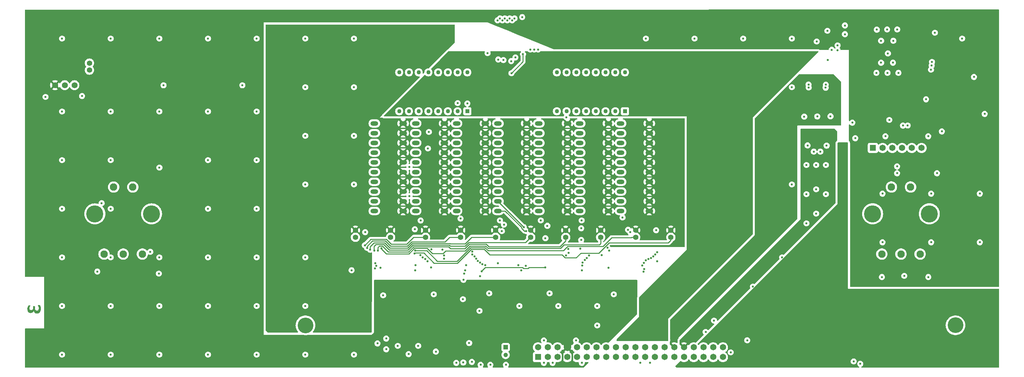
<source format=gbr>
%TF.GenerationSoftware,KiCad,Pcbnew,8.0.8*%
%TF.CreationDate,2025-05-17T22:16:50-04:00*%
%TF.ProjectId,control board,636f6e74-726f-46c2-9062-6f6172642e6b,rev?*%
%TF.SameCoordinates,Original*%
%TF.FileFunction,Copper,L3,Inr*%
%TF.FilePolarity,Positive*%
%FSLAX46Y46*%
G04 Gerber Fmt 4.6, Leading zero omitted, Abs format (unit mm)*
G04 Created by KiCad (PCBNEW 8.0.8) date 2025-05-17 22:16:50*
%MOMM*%
%LPD*%
G01*
G04 APERTURE LIST*
%ADD10C,0.300000*%
%TA.AperFunction,ComponentPad*%
%ADD11C,1.416000*%
%TD*%
%TA.AperFunction,ComponentPad*%
%ADD12C,4.100000*%
%TD*%
%TA.AperFunction,ComponentPad*%
%ADD13R,1.650000X1.650000*%
%TD*%
%TA.AperFunction,ComponentPad*%
%ADD14C,1.650000*%
%TD*%
%TA.AperFunction,ComponentPad*%
%ADD15R,1.150000X1.150000*%
%TD*%
%TA.AperFunction,ComponentPad*%
%ADD16C,1.150000*%
%TD*%
%TA.AperFunction,ComponentPad*%
%ADD17O,2.000000X1.200000*%
%TD*%
%TA.AperFunction,ComponentPad*%
%ADD18R,1.100000X1.100000*%
%TD*%
%TA.AperFunction,ComponentPad*%
%ADD19C,1.100000*%
%TD*%
%TA.AperFunction,ComponentPad*%
%ADD20C,1.950000*%
%TD*%
%TA.AperFunction,ComponentPad*%
%ADD21C,4.460000*%
%TD*%
%TA.AperFunction,ComponentPad*%
%ADD22C,1.560000*%
%TD*%
%TA.AperFunction,ViaPad*%
%ADD23C,0.558800*%
%TD*%
%TA.AperFunction,Conductor*%
%ADD24C,0.381000*%
%TD*%
%TA.AperFunction,Conductor*%
%ADD25C,1.905000*%
%TD*%
%TA.AperFunction,Conductor*%
%ADD26C,0.254000*%
%TD*%
G04 APERTURE END LIST*
D10*
G36*
X307710109Y-279778470D02*
G01*
X307906242Y-279762498D01*
X308096164Y-279709572D01*
X308158641Y-279681691D01*
X308317699Y-279582404D01*
X308452889Y-279453906D01*
X308487131Y-279411827D01*
X308591456Y-279248011D01*
X308666639Y-279072293D01*
X308689994Y-278998656D01*
X308731957Y-278811613D01*
X308754552Y-278612006D01*
X308758856Y-278471956D01*
X308751789Y-278284760D01*
X308736522Y-278148120D01*
X308703622Y-277963865D01*
X308682549Y-277879186D01*
X308621988Y-277701218D01*
X308615549Y-277686559D01*
X308558784Y-277586989D01*
X308509464Y-277551627D01*
X308445255Y-277531155D01*
X308352199Y-277518127D01*
X308217267Y-277514405D01*
X308035806Y-277534877D01*
X307984625Y-277598155D01*
X308022779Y-277688420D01*
X308103738Y-277852200D01*
X308168668Y-278028226D01*
X308185627Y-278084841D01*
X308218452Y-278275947D01*
X308222850Y-278388205D01*
X308205063Y-278577760D01*
X308188419Y-278642250D01*
X308105163Y-278809475D01*
X308089779Y-278829293D01*
X307937167Y-278944683D01*
X307750745Y-278982688D01*
X307737095Y-278982837D01*
X307550177Y-278950375D01*
X307519343Y-278937239D01*
X307372066Y-278822532D01*
X307354633Y-278800446D01*
X307266347Y-278630440D01*
X307248548Y-278572457D01*
X307215760Y-278382200D01*
X307210395Y-278249551D01*
X307210395Y-277956423D01*
X307202020Y-277898728D01*
X307165728Y-277859644D01*
X307091283Y-277837311D01*
X306965656Y-277830797D01*
X306848405Y-277837311D01*
X306778613Y-277857783D01*
X306744182Y-277895006D01*
X306733946Y-277948979D01*
X306733946Y-278244898D01*
X306716792Y-278437187D01*
X306697654Y-278513832D01*
X306612979Y-278686102D01*
X306592500Y-278712042D01*
X306440592Y-278828563D01*
X306428720Y-278833946D01*
X306244396Y-278875167D01*
X306215621Y-278875822D01*
X306046258Y-278846974D01*
X305907604Y-278761362D01*
X305815478Y-278616194D01*
X305781349Y-278429977D01*
X305781047Y-278407747D01*
X305800276Y-278219760D01*
X305818269Y-278150911D01*
X305882773Y-277971814D01*
X305899229Y-277935020D01*
X305981118Y-277772171D01*
X306019272Y-277674462D01*
X306010896Y-277638170D01*
X305976466Y-277611183D01*
X305902020Y-277595364D01*
X305776394Y-277590711D01*
X305671240Y-277593503D01*
X305600517Y-277603739D01*
X305552128Y-277623281D01*
X305507461Y-277661434D01*
X305437668Y-277768449D01*
X305360010Y-277942188D01*
X305349265Y-277972243D01*
X305295724Y-278160013D01*
X305275750Y-278256996D01*
X305250919Y-278446646D01*
X305245041Y-278605958D01*
X305254717Y-278796349D01*
X305286778Y-278980775D01*
X305303667Y-279041462D01*
X305374390Y-279216176D01*
X305471169Y-279360646D01*
X305609848Y-279486894D01*
X305740102Y-279556995D01*
X305920730Y-279609274D01*
X306099300Y-279623996D01*
X306285559Y-279608729D01*
X306389637Y-279584912D01*
X306567842Y-279509500D01*
X306629722Y-279469522D01*
X306764536Y-279340122D01*
X306808391Y-279278756D01*
X306892320Y-279105940D01*
X306919128Y-279016337D01*
X306926573Y-279016337D01*
X306965667Y-279204809D01*
X307016838Y-279335521D01*
X307117091Y-279495244D01*
X307190853Y-279574676D01*
X307347355Y-279688314D01*
X307427217Y-279725428D01*
X307608246Y-279772202D01*
X307710109Y-279778470D01*
G37*
D11*
%TO.N,Net-(LED12-A)*%
%TO.C,LED12*%
X321437400Y-216179600D03*
%TO.N,Net-(LED12-K)*%
X321437400Y-214350800D03*
%TD*%
D12*
%TO.N,unconnected-(H6-Pad1)*%
%TO.C,H6*%
X547497400Y-282816500D03*
%TD*%
%TO.N,unconnected-(H5-Pad1)*%
%TO.C,H5*%
X377825400Y-282841900D03*
%TD*%
D13*
%TO.N,VCC_POWER_L_F*%
%TO.C,J10*%
X438531400Y-291129400D03*
D14*
X438531400Y-288589400D03*
%TO.N,GND-F*%
X441071400Y-291129400D03*
X441071400Y-288589400D03*
%TO.N,nDISPLAY_F*%
X443611400Y-291129400D03*
%TO.N,nMULTI2_F*%
X443611400Y-288589400D03*
%TO.N,nSOURCE_F*%
X446151400Y-291129400D03*
%TO.N,3V3_F*%
X446151400Y-288589400D03*
%TO.N,GND-F*%
X448691400Y-291129400D03*
X448691400Y-288589400D03*
%TO.N,LATCH_F*%
X451231400Y-291129400D03*
%TO.N,DISPLAY LAT_F*%
X451231400Y-288589400D03*
%TO.N,unconnected-(J10-Pad13)*%
X453771400Y-291129400D03*
%TO.N,DISPLAY BLANK_F*%
X453771400Y-288589400D03*
%TO.N,unconnected-(J10-Pad15)*%
X456311400Y-291129400D03*
%TO.N,BLANK_F*%
X456311400Y-288589400D03*
%TO.N,TUNE A_F*%
X458851400Y-291129400D03*
%TO.N,IR IN_F*%
X458851400Y-288589400D03*
%TO.N,TUNE B_F*%
X461391400Y-291129400D03*
%TO.N,PLAY_PAUSE_F*%
X461391400Y-288589400D03*
%TO.N,GND-F*%
X463931400Y-291129400D03*
X463931400Y-288589400D03*
X466471400Y-291129400D03*
X466471400Y-288589400D03*
%TO.N,BAR_F*%
X469011400Y-291129400D03*
%TO.N,BT R_F*%
X469011400Y-288589400D03*
%TO.N,BAR SCLK_F*%
X471551400Y-291129400D03*
%TO.N,BT L_F*%
X471551400Y-288589400D03*
%TO.N,FWD_F*%
X474091400Y-291129400D03*
%TO.N,2V5_F*%
X474091400Y-288589400D03*
%TO.N,REV_F*%
X476631400Y-291129400D03*
%TO.N,VCC Signal_F*%
X476631400Y-288589400D03*
%TO.N,VOL+_F*%
X479171400Y-291129400D03*
%TO.N,VOL A_F*%
X479171400Y-288589400D03*
%TO.N,VOL-_F*%
X481711400Y-291129400D03*
%TO.N,VOL B_F*%
X481711400Y-288589400D03*
%TO.N,nMULTI1_F*%
X484251400Y-291129400D03*
%TO.N,UART TXD_F*%
X484251400Y-288589400D03*
%TO.N,MFB_F*%
X486791400Y-291129400D03*
%TO.N,UART RXD_F*%
X486791400Y-288589400D03*
%TD*%
D13*
%TO.N,GND-F*%
%TO.C,J2*%
X525951400Y-236512300D03*
D14*
%TO.N,unconnected-(J2-Pad2)*%
X528491400Y-236512300D03*
%TO.N,unconnected-(J2-Pad3)*%
X531031400Y-236512300D03*
%TO.N,Net-(D13-K)*%
X533571400Y-236512300D03*
%TO.N,Net-(D16-K)*%
X536111400Y-236512300D03*
%TO.N,unconnected-(J2-Pad6)*%
X538651400Y-236512300D03*
%TD*%
D15*
%TO.N,Net-(C1-+)*%
%TO.C,C1*%
X430078000Y-288556900D03*
D16*
%TO.N,GND-F*%
X430078000Y-290556900D03*
%TD*%
D11*
%TO.N,/Front Board/VLED*%
%TO.C,LED3*%
X409169000Y-258013400D03*
%TO.N,Net-(IC14-OUT13)*%
X409169000Y-259842200D03*
%TD*%
D17*
%TO.N,Net-(IC13-OUT14)*%
%TO.C,U8*%
X428065000Y-252958800D03*
%TO.N,Net-(IC13-OUT15)*%
X428065000Y-250418800D03*
%TO.N,Net-(IC15-OUT0)*%
X428065000Y-247878800D03*
%TO.N,Net-(IC15-OUT1)*%
X428065000Y-245338800D03*
%TO.N,Net-(IC15-OUT2)*%
X428065000Y-242798800D03*
%TO.N,Net-(IC15-OUT3)*%
X428065000Y-240258800D03*
%TO.N,Net-(IC15-OUT4)*%
X428065000Y-237718800D03*
%TO.N,Net-(IC15-OUT5)*%
X428065000Y-235178800D03*
%TO.N,Net-(IC15-OUT6)*%
X428065000Y-232638800D03*
%TO.N,Net-(IC15-OUT7)*%
X428065000Y-230098800D03*
%TO.N,/Front Board/VLED*%
X435585000Y-230098800D03*
X435585000Y-232638800D03*
X435585000Y-235178800D03*
X435585000Y-237718800D03*
X435585000Y-240258800D03*
X435585000Y-242798800D03*
X435585000Y-245338800D03*
X435585000Y-247878800D03*
X435585000Y-250418800D03*
X435585000Y-252958800D03*
%TD*%
D18*
%TO.N,/Front Board/LED Display/D5*%
%TO.C,DS2*%
X461239000Y-226923800D03*
D19*
%TO.N,/Front Board/LED Display/D6*%
X458699000Y-226923800D03*
%TO.N,/Front Board/LED Display/D*%
X456159000Y-226923800D03*
%TO.N,unconnected-(DS2-ANODE_L1L2-Pad4)*%
X453619000Y-226923800D03*
%TO.N,/Front Board/LED Display/E*%
X451079000Y-226923800D03*
%TO.N,/Front Board/LED Display/D7*%
X448539000Y-226923800D03*
%TO.N,/Front Board/LED Display/DP*%
X445999000Y-226923800D03*
%TO.N,/Front Board/LED Display/D8*%
X443459000Y-226923800D03*
%TO.N,unconnected-(DS2-CATHODE_L3-Pad9)*%
X443459000Y-216763800D03*
%TO.N,unconnected-(DS2-ANODE_L3-Pad10)*%
X445999000Y-216763800D03*
%TO.N,/Front Board/LED Display/F*%
X448539000Y-216763800D03*
%TO.N,unconnected-(DS2-CATHODE_L1L2-Pad12)*%
X451079000Y-216763800D03*
%TO.N,/Front Board/LED Display/C*%
X453619000Y-216763800D03*
%TO.N,/Front Board/LED Display/A*%
X456159000Y-216763800D03*
%TO.N,/Front Board/LED Display/G*%
X458699000Y-216763800D03*
%TO.N,/Front Board/LED Display/B*%
X461239000Y-216763800D03*
%TD*%
D18*
%TO.N,/Front Board/LED Display/D1*%
%TO.C,DS1*%
X420091000Y-226923800D03*
D19*
%TO.N,/Front Board/LED Display/D2*%
X417551000Y-226923800D03*
%TO.N,/Front Board/LED Display/D*%
X415011000Y-226923800D03*
%TO.N,unconnected-(DS1-ANODE_L1L2-Pad4)*%
X412471000Y-226923800D03*
%TO.N,/Front Board/LED Display/E*%
X409931000Y-226923800D03*
%TO.N,/Front Board/LED Display/D3*%
X407391000Y-226923800D03*
%TO.N,/Front Board/LED Display/DP*%
X404851000Y-226923800D03*
%TO.N,/Front Board/LED Display/D4*%
X402311000Y-226923800D03*
%TO.N,unconnected-(DS1-CATHODE_L3-Pad9)*%
X402311000Y-216763800D03*
%TO.N,unconnected-(DS1-ANODE_L3-Pad10)*%
X404851000Y-216763800D03*
%TO.N,/Front Board/LED Display/F*%
X407391000Y-216763800D03*
%TO.N,unconnected-(DS1-CATHODE_L1L2-Pad12)*%
X409931000Y-216763800D03*
%TO.N,/Front Board/LED Display/C*%
X412471000Y-216763800D03*
%TO.N,/Front Board/LED Display/A*%
X415011000Y-216763800D03*
%TO.N,/Front Board/LED Display/G*%
X417551000Y-216763800D03*
%TO.N,/Front Board/LED Display/B*%
X420091000Y-216763800D03*
%TD*%
D20*
%TO.N,Net-(D10-K)*%
%TO.C,U2*%
X335259800Y-264220800D03*
%TO.N,Net-(D11-K)*%
X330259800Y-264220800D03*
%TO.N,Net-(R122-Pad1)*%
X325259800Y-264220800D03*
%TO.N,Net-(D9-K)*%
X332759800Y-246720800D03*
%TO.N,GND-F*%
X327759800Y-246720800D03*
D21*
X337659800Y-253720800D03*
X322859800Y-253720800D03*
%TD*%
D20*
%TO.N,Net-(D7-K)*%
%TO.C,U1*%
X538273400Y-264216300D03*
%TO.N,Net-(D8-K)*%
X533273400Y-264216300D03*
%TO.N,Net-(R121-Pad1)*%
X528273400Y-264216300D03*
%TO.N,Net-(D6-K)*%
X535773400Y-246716300D03*
%TO.N,GND-F*%
X530773400Y-246716300D03*
D21*
X540673400Y-253716300D03*
X525873400Y-253716300D03*
%TD*%
D17*
%TO.N,Net-(IC13-OUT4)*%
%TO.C,U6*%
X438733000Y-252958800D03*
%TO.N,Net-(IC13-OUT5)*%
X438733000Y-250418800D03*
%TO.N,Net-(IC13-OUT6)*%
X438733000Y-247878800D03*
%TO.N,Net-(IC13-OUT7)*%
X438733000Y-245338800D03*
%TO.N,Net-(IC13-OUT8)*%
X438733000Y-242798800D03*
%TO.N,Net-(IC13-OUT9)*%
X438733000Y-240258800D03*
%TO.N,Net-(IC13-OUT10)*%
X438733000Y-237718800D03*
%TO.N,Net-(IC13-OUT11)*%
X438733000Y-235178800D03*
%TO.N,Net-(IC13-OUT12)*%
X438733000Y-232638800D03*
%TO.N,Net-(IC13-OUT13)*%
X438733000Y-230098800D03*
%TO.N,/Front Board/VLED*%
X446253000Y-230098800D03*
X446253000Y-232638800D03*
X446253000Y-235178800D03*
X446253000Y-237718800D03*
X446253000Y-240258800D03*
X446253000Y-242798800D03*
X446253000Y-245338800D03*
X446253000Y-247878800D03*
X446253000Y-250418800D03*
X446253000Y-252958800D03*
%TD*%
%TO.N,Net-(IC15-OUT8)*%
%TO.C,U9*%
X417273000Y-252958800D03*
%TO.N,Net-(IC15-OUT9)*%
X417273000Y-250418800D03*
%TO.N,Net-(IC15-OUT10)*%
X417273000Y-247878800D03*
%TO.N,Net-(IC15-OUT11)*%
X417273000Y-245338800D03*
%TO.N,Net-(IC15-OUT12)*%
X417273000Y-242798800D03*
%TO.N,Net-(IC15-OUT13)*%
X417273000Y-240258800D03*
%TO.N,Net-(IC15-OUT14)*%
X417273000Y-237718800D03*
%TO.N,Net-(IC15-OUT15)*%
X417273000Y-235178800D03*
%TO.N,Net-(IC16-OUT0)*%
X417273000Y-232638800D03*
%TO.N,Net-(IC16-OUT1)*%
X417273000Y-230098800D03*
%TO.N,/Front Board/VLED*%
X424793000Y-230098800D03*
X424793000Y-232638800D03*
X424793000Y-235178800D03*
X424793000Y-237718800D03*
X424793000Y-240258800D03*
X424793000Y-242798800D03*
X424793000Y-245338800D03*
X424793000Y-247878800D03*
X424793000Y-250418800D03*
X424793000Y-252958800D03*
%TD*%
D11*
%TO.N,/Front Board/VLED*%
%TO.C,LED8*%
X445757700Y-258026100D03*
%TO.N,Net-(IC14-OUT9)*%
X445757700Y-259854900D03*
%TD*%
%TO.N,/Front Board/VLED*%
%TO.C,LED1*%
X390881000Y-258013400D03*
%TO.N,Net-(IC14-OUT15)*%
X390881000Y-259842200D03*
%TD*%
%TO.N,/Front Board/VLED*%
%TO.C,LED10*%
X464033000Y-258013400D03*
%TO.N,Net-(IC14-OUT7)*%
X464033000Y-259842200D03*
%TD*%
%TO.N,/Front Board/VLED*%
%TO.C,LED2*%
X400050400Y-258013400D03*
%TO.N,Net-(IC14-OUT14)*%
X400050400Y-259842200D03*
%TD*%
D17*
%TO.N,Net-(IC12-OUT0)*%
%TO.C,U3*%
X460069000Y-252958800D03*
%TO.N,Net-(IC12-OUT1)*%
X460069000Y-250418800D03*
%TO.N,Net-(IC12-OUT2)*%
X460069000Y-247878800D03*
%TO.N,Net-(IC12-OUT3)*%
X460069000Y-245338800D03*
%TO.N,Net-(IC12-OUT4)*%
X460069000Y-242798800D03*
%TO.N,Net-(IC12-OUT5)*%
X460069000Y-240258800D03*
%TO.N,Net-(IC12-OUT6)*%
X460069000Y-237718800D03*
%TO.N,Net-(IC12-OUT7)*%
X460069000Y-235178800D03*
%TO.N,Net-(IC12-OUT8)*%
X460069000Y-232638800D03*
%TO.N,Net-(IC12-OUT9)*%
X460069000Y-230098800D03*
%TO.N,/Front Board/VLED*%
X467589000Y-230098800D03*
X467589000Y-232638800D03*
X467589000Y-235178800D03*
X467589000Y-237718800D03*
X467589000Y-240258800D03*
X467589000Y-242798800D03*
X467589000Y-245338800D03*
X467589000Y-247878800D03*
X467589000Y-250418800D03*
X467589000Y-252958800D03*
%TD*%
D11*
%TO.N,/Front Board/VLED*%
%TO.C,LED9*%
X454889000Y-258013400D03*
%TO.N,Net-(IC14-OUT8)*%
X454889000Y-259842200D03*
%TD*%
%TO.N,/Front Board/VLED*%
%TO.C,LED7*%
X436626400Y-258013400D03*
%TO.N,Net-(IC14-OUT10)*%
X436626400Y-259842200D03*
%TD*%
D22*
%TO.N,Net-(IC2-OUT)*%
%TO.C,IC2*%
X317531100Y-220105200D03*
%TO.N,GND-F*%
X314991100Y-220105200D03*
%TO.N,3V3_F*%
X312451100Y-220105200D03*
%TD*%
D11*
%TO.N,/Front Board/VLED*%
%TO.C,LED11*%
X473202400Y-258013400D03*
%TO.N,Net-(IC14-OUT6)*%
X473202400Y-259842200D03*
%TD*%
%TO.N,/Front Board/VLED*%
%TO.C,LED6*%
X427482400Y-258013400D03*
%TO.N,Net-(IC14-OUT11)*%
X427482400Y-259842200D03*
%TD*%
%TO.N,/Front Board/VLED*%
%TO.C,LED4*%
X418338400Y-258013400D03*
%TO.N,Net-(IC14-OUT12)*%
X418338400Y-259842200D03*
%TD*%
D17*
%TO.N,Net-(IC16-OUT2)*%
%TO.C,U10*%
X406605000Y-252958800D03*
%TO.N,Net-(IC16-OUT3)*%
X406605000Y-250418800D03*
%TO.N,Net-(IC16-OUT4)*%
X406605000Y-247878800D03*
%TO.N,Net-(IC16-OUT5)*%
X406605000Y-245338800D03*
%TO.N,Net-(IC16-OUT6)*%
X406605000Y-242798800D03*
%TO.N,Net-(IC16-OUT7)*%
X406605000Y-240258800D03*
%TO.N,Net-(IC16-OUT8)*%
X406605000Y-237718800D03*
%TO.N,Net-(IC16-OUT9)*%
X406605000Y-235178800D03*
%TO.N,Net-(IC16-OUT10)*%
X406605000Y-232638800D03*
%TO.N,Net-(IC16-OUT11)*%
X406605000Y-230098800D03*
%TO.N,/Front Board/VLED*%
X414125000Y-230098800D03*
X414125000Y-232638800D03*
X414125000Y-235178800D03*
X414125000Y-237718800D03*
X414125000Y-240258800D03*
X414125000Y-242798800D03*
X414125000Y-245338800D03*
X414125000Y-247878800D03*
X414125000Y-250418800D03*
X414125000Y-252958800D03*
%TD*%
%TO.N,Net-(IC12-OUT10)*%
%TO.C,U4*%
X449401000Y-252958800D03*
%TO.N,Net-(IC12-OUT11)*%
X449401000Y-250418800D03*
%TO.N,Net-(IC12-OUT12)*%
X449401000Y-247878800D03*
%TO.N,Net-(IC12-OUT13)*%
X449401000Y-245338800D03*
%TO.N,Net-(IC12-OUT14)*%
X449401000Y-242798800D03*
%TO.N,Net-(IC12-OUT15)*%
X449401000Y-240258800D03*
%TO.N,Net-(IC13-OUT0)*%
X449401000Y-237718800D03*
%TO.N,Net-(IC13-OUT1)*%
X449401000Y-235178800D03*
%TO.N,Net-(IC13-OUT2)*%
X449401000Y-232638800D03*
%TO.N,Net-(IC13-OUT3)*%
X449401000Y-230098800D03*
%TO.N,/Front Board/VLED*%
X456921000Y-230098800D03*
X456921000Y-232638800D03*
X456921000Y-235178800D03*
X456921000Y-237718800D03*
X456921000Y-240258800D03*
X456921000Y-242798800D03*
X456921000Y-245338800D03*
X456921000Y-247878800D03*
X456921000Y-250418800D03*
X456921000Y-252958800D03*
%TD*%
%TO.N,Net-(IC16-OUT12)*%
%TO.C,U7*%
X395807000Y-252958800D03*
%TO.N,Net-(IC16-OUT13)*%
X395807000Y-250418800D03*
%TO.N,Net-(IC16-OUT14)*%
X395807000Y-247878800D03*
%TO.N,Net-(IC16-OUT15)*%
X395807000Y-245338800D03*
%TO.N,Net-(IC14-OUT0)*%
X395807000Y-242798800D03*
%TO.N,Net-(IC14-OUT1)*%
X395807000Y-240258800D03*
%TO.N,Net-(IC14-OUT2)*%
X395807000Y-237718800D03*
%TO.N,Net-(IC14-OUT3)*%
X395807000Y-235178800D03*
%TO.N,Net-(IC14-OUT4)*%
X395807000Y-232638800D03*
%TO.N,Net-(IC14-OUT5)*%
X395807000Y-230098800D03*
%TO.N,/Front Board/VLED*%
X403327000Y-230098800D03*
X403327000Y-232638800D03*
X403327000Y-235178800D03*
X403327000Y-237718800D03*
X403327000Y-240258800D03*
X403327000Y-242798800D03*
X403327000Y-245338800D03*
X403327000Y-247878800D03*
X403327000Y-250418800D03*
X403327000Y-252958800D03*
%TD*%
D23*
%TO.N,3V3_F*%
X322291600Y-218983000D03*
%TO.N,Net-(C1-+)*%
X419037000Y-292555900D03*
X420561000Y-287475900D03*
%TO.N,/Front Board/VLED*%
X391224000Y-280490900D03*
X392113000Y-280490900D03*
X392113000Y-281252900D03*
X414503000Y-256946600D03*
X467944600Y-257149800D03*
X415620600Y-206688800D03*
X445592600Y-254711400D03*
X393002000Y-281252900D03*
X391224000Y-281252900D03*
X393002000Y-280490900D03*
X414960200Y-206680000D03*
X416281000Y-206688800D03*
X424053400Y-255498800D03*
X404292200Y-256895800D03*
X457429000Y-256895800D03*
%TO.N,3V3_F*%
X318575800Y-268774800D03*
X525755000Y-231737100D03*
X440360200Y-203479600D03*
X429285800Y-271831000D03*
X539267800Y-241744700D03*
X337845800Y-220965400D03*
X546786200Y-219291100D03*
X445374200Y-271753800D03*
X337321000Y-241546000D03*
X415300600Y-271804600D03*
X462087400Y-271800600D03*
X520370200Y-268516300D03*
X358521400Y-221117800D03*
X402041600Y-271831000D03*
%TO.N,VCC Signal_F*%
X512166000Y-233096000D03*
X510642000Y-233096000D03*
%TO.N,LATCH_F*%
X450063000Y-267233600D03*
X406578200Y-267106600D03*
X433400600Y-267106600D03*
X419786200Y-267106600D03*
X435381800Y-267309800D03*
X466282786Y-268147428D03*
%TO.N,BLANK_F*%
X410591400Y-267716200D03*
X423792708Y-268706800D03*
X456907800Y-267804100D03*
X397434200Y-267817800D03*
X440461800Y-267741600D03*
%TO.N,BAR SCLK_F*%
X419517000Y-268451800D03*
X449997000Y-268451800D03*
X434162600Y-268451800D03*
X466051892Y-268846908D03*
X406512200Y-268451800D03*
%TO.N,DISPLAY LAT_F*%
X429641400Y-256540200D03*
%TO.N,/Front Board/LED Display/D1*%
X420091000Y-224891800D03*
%TO.N,/Front Board/LED Display/B*%
X432638600Y-212877600D03*
%TO.N,/Front Board/LED Display/F*%
X425374200Y-211760000D03*
%TO.N,/Front Board/LED Display/G*%
X431533700Y-213830100D03*
%TO.N,/Front Board/LED Display/A*%
X429514400Y-213563400D03*
%TO.N,/Front Board/LED Display/D2*%
X417551000Y-224790200D03*
%TO.N,/Front Board/LED Display/C*%
X428142800Y-213411000D03*
%TO.N,/Front Board/LED Display/DP*%
X445948200Y-228489800D03*
%TO.N,/Front Board/LED Display/D6*%
X438556800Y-210794800D03*
%TO.N,/Front Board/LED Display/D7*%
X437566200Y-210794800D03*
%TO.N,/Front Board/LED Display/D8*%
X436524800Y-210820200D03*
%TO.N,Net-(IC12-OUT2)*%
X466674600Y-265887400D03*
%TO.N,Net-(IC12-OUT3)*%
X467333437Y-265557981D03*
%TO.N,Net-(IC12-OUT4)*%
X468011780Y-265270867D03*
%TO.N,Net-(IC12-OUT6)*%
X469125107Y-264306562D03*
%TO.N,Net-(IC12-OUT0)*%
X465709400Y-267220400D03*
%TO.N,Net-(IC12-OUT5)*%
X468578552Y-264800385D03*
%TO.N,Net-(IC12-OUT7)*%
X469613807Y-263755422D03*
%TO.N,Net-(IC12-OUT8)*%
X456667000Y-262585400D03*
X462051800Y-257886400D03*
%TO.N,Net-(IC12-OUT9)*%
X462610600Y-258470600D03*
X457073400Y-263347400D03*
%TO.N,Net-(IC12-OUT1)*%
X466166600Y-266547800D03*
%TO.N,Net-(IC13-OUT14)*%
X435394500Y-258216600D03*
%TO.N,Net-(IC13-OUT4)*%
X445846600Y-264617400D03*
%TO.N,Net-(IC13-OUT2)*%
X451231400Y-265227000D03*
%TO.N,Net-(IC13-OUT7)*%
X449583973Y-262825686D03*
%TO.N,Net-(IC13-OUT0)*%
X450164600Y-266446200D03*
%TO.N,Net-(IC13-OUT5)*%
X446507000Y-263906200D03*
%TO.N,Net-(IC13-OUT1)*%
X450771248Y-265811200D03*
%TO.N,Net-(IC13-OUT15)*%
X434810300Y-257200600D03*
%TO.N,Net-(IC13-OUT3)*%
X451841000Y-264566600D03*
%TO.N,Net-(IC13-OUT6)*%
X446450000Y-262896400D03*
%TO.N,Net-(IC14-OUT11)*%
X394741800Y-263093400D03*
%TO.N,Net-(IC14-OUT9)*%
X396723000Y-263347400D03*
%TO.N,Net-(IC14-OUT15)*%
X396310963Y-267297084D03*
%TO.N,Net-(IC14-OUT6)*%
X406273400Y-264109400D03*
%TO.N,Net-(IC14-OUT14)*%
X396062600Y-266598600D03*
%TO.N,Net-(IC14-OUT7)*%
X406476600Y-263347400D03*
%TO.N,/Front Board/DISPLAY SIN*%
X434619800Y-212039400D03*
X431597200Y-216992400D03*
X396011800Y-267970200D03*
%TO.N,Net-(IC14-OUT10)*%
X395764492Y-263289908D03*
%TO.N,Net-(IC14-OUT13)*%
X393327150Y-261925000D03*
%TO.N,Net-(IC14-OUT8)*%
X397637400Y-262724600D03*
%TO.N,Net-(IC14-OUT12)*%
X393929000Y-262636200D03*
%TO.N,Net-(IC15-OUT10)*%
X421964725Y-264822446D03*
%TO.N,Net-(IC15-OUT11)*%
X422357270Y-265445737D03*
%TO.N,Net-(IC15-OUT12)*%
X422838817Y-266003137D03*
%TO.N,Net-(IC15-OUT15)*%
X424764600Y-267106600D03*
%TO.N,Net-(IC15-OUT14)*%
X424002600Y-266903400D03*
%TO.N,Net-(IC15-SOUT)*%
X419227400Y-269341800D03*
X423443800Y-270002200D03*
%TO.N,Net-(IC15-OUT13)*%
X423443329Y-266424026D03*
%TO.N,Net-(IC15-OUT9)*%
X421396915Y-264353218D03*
%TO.N,Net-(IC15-OUT8)*%
X421386399Y-263537550D03*
%TO.N,Net-(IC16-OUT11)*%
X413995000Y-265430200D03*
%TO.N,Net-(IC16-OUT13)*%
X408457800Y-265074600D03*
%TO.N,Net-(IC16-OUT8)*%
X410693000Y-262991800D03*
%TO.N,Net-(IC16-OUT14)*%
X409118200Y-265557200D03*
%TO.N,Net-(IC16-OUT9)*%
X413588600Y-263093400D03*
%TO.N,Net-(IC16-OUT10)*%
X413995000Y-264604016D03*
%TO.N,Net-(IC16-OUT12)*%
X407848200Y-264515800D03*
%TO.N,Net-(IC16-OUT15)*%
X409727800Y-266141400D03*
%TO.N,/Front Board/LED Display/D8 EN*%
X430505000Y-203174800D03*
%TO.N,/Front Board/LED Display/D2 EN*%
X429235000Y-203174800D03*
%TO.N,/Front Board/LED Display/D5 EN*%
X432409000Y-202666800D03*
%TO.N,/Front Board/LED Display/D1 EN*%
X429869000Y-202666800D03*
%TO.N,/Front Board/LED Display/D6 EN*%
X431775000Y-203174800D03*
%TO.N,/Front Board/LED Display/D3 EN*%
X428599000Y-202666800D03*
%TO.N,/Front Board/LED Display/D4 EN*%
X427965000Y-203174800D03*
%TO.N,/Front Board/LED Display/SOUT*%
X434409800Y-202336600D03*
%TO.N,/Front Board/LED Display/D7 EN*%
X431139000Y-202666800D03*
%TO.N,FWD_F*%
X520929000Y-292265300D03*
X542138000Y-206426000D03*
%TO.N,VOL+_F*%
X541281092Y-214967092D03*
%TO.N,REV_F*%
X541122000Y-216078000D03*
%TO.N,MFB_F*%
X493141400Y-286753500D03*
X530225400Y-229197100D03*
%TO.N,UART TXD_F*%
X533781400Y-230670300D03*
%TO.N,PLAY_PAUSE_F*%
X539826600Y-223812300D03*
X522656200Y-292900300D03*
%TO.N,VOL-_F*%
X541376000Y-214046000D03*
%TO.N,UART RXD_F*%
X535026000Y-230644900D03*
%TO.N,2V5_F*%
X508025800Y-218478300D03*
X514985400Y-220053100D03*
X507873400Y-220205500D03*
X510159400Y-229755900D03*
X512699400Y-229755900D03*
X514833000Y-218478300D03*
%TO.N,nDISPLAY_F*%
X340792200Y-220152600D03*
%TO.N,TUNE B_F*%
X323509400Y-268792800D03*
%TO.N,TUNE A_F*%
X339547600Y-269316400D03*
%TO.N,nSOURCE_F*%
X361366200Y-220152600D03*
%TO.N,VOL A_F*%
X540419400Y-270226300D03*
%TO.N,VOL B_F*%
X488823400Y-289903100D03*
X528294700Y-270226300D03*
%TO.N,nMULTI1_F*%
X542671400Y-243116300D03*
%TO.N,nMULTI2_F*%
X339711800Y-241650800D03*
%TO.N,IR IN_F*%
X389865000Y-268452800D03*
X319502600Y-222965800D03*
%TO.N,GND-F*%
X417195400Y-292646300D03*
X448437400Y-286804300D03*
X339700000Y-277800000D03*
X407899000Y-255473400D03*
X352400000Y-252400000D03*
X529867300Y-211811600D03*
X449936000Y-255448000D03*
X393421000Y-258521400D03*
X531188100Y-214250000D03*
X431140000Y-224460000D03*
X553847400Y-281470300D03*
X508025800Y-228333500D03*
X352400000Y-277800000D03*
X405740000Y-224460000D03*
X494640000Y-272720000D03*
X377800000Y-277800000D03*
X327000000Y-239700000D03*
X440461800Y-260070800D03*
X503530000Y-285420000D03*
X454000000Y-282880000D03*
X423266000Y-279070000D03*
X404978000Y-249098000D03*
X508610000Y-280340000D03*
X540385400Y-233464300D03*
X423545400Y-293154300D03*
X425806000Y-274498000D03*
X492100000Y-233350000D03*
X514883800Y-228231900D03*
X377800000Y-207950000D03*
X466700000Y-207950000D03*
X532610500Y-216891600D03*
X461620000Y-219380000D03*
X513690000Y-240970000D03*
X327000000Y-252400000D03*
X451460000Y-221920000D03*
X532257400Y-241338300D03*
X327000000Y-277800000D03*
X515214000Y-210871000D03*
X398907400Y-286296300D03*
X541147400Y-248450300D03*
X426060000Y-219380000D03*
X352400000Y-290500000D03*
X502260000Y-214300000D03*
X377800000Y-265100000D03*
X476606000Y-266116000D03*
X518643000Y-204521000D03*
X531289700Y-208509600D03*
X497129200Y-284505600D03*
X398120000Y-275006000D03*
X409804000Y-236652000D03*
X454000000Y-277800000D03*
X440969800Y-256845000D03*
X461620000Y-285420000D03*
X401930000Y-288214000D03*
X504800000Y-246050000D03*
X324637800Y-250926800D03*
X532305700Y-205563200D03*
X508610000Y-248590000D03*
X418313000Y-254965400D03*
X390500000Y-290500000D03*
X479400000Y-214300000D03*
X314300000Y-265100000D03*
X516724000Y-209728000D03*
X377800000Y-220650000D03*
X398907400Y-289090300D03*
X479400000Y-233350000D03*
X410058000Y-232334000D03*
X339700000Y-265100000D03*
X404978000Y-241478000D03*
X327000000Y-265100000D03*
X428092000Y-266624000D03*
X314300000Y-277800000D03*
X473812000Y-276784000D03*
X429108000Y-258242000D03*
X509143400Y-219951500D03*
X508610000Y-271450000D03*
X492100000Y-258750000D03*
X512242200Y-237477500D03*
X339700000Y-290500000D03*
X421259400Y-292392300D03*
X511429400Y-228282700D03*
X521335400Y-233972300D03*
X418948000Y-276022000D03*
X352400000Y-227000000D03*
X484734000Y-266116000D03*
X528447400Y-248450300D03*
X503072800Y-281483000D03*
X511302400Y-268783000D03*
X513690000Y-248590000D03*
X390500000Y-207950000D03*
X508610000Y-256210000D03*
X511150000Y-247320000D03*
X390500000Y-233350000D03*
X526870100Y-216891600D03*
X511150000Y-253670000D03*
X513690000Y-271450000D03*
X314300000Y-290500000D03*
X431140000Y-219380000D03*
X314300000Y-207950000D03*
X529664100Y-205563200D03*
X443840000Y-277800000D03*
X508889400Y-235851900D03*
X377800000Y-290500000D03*
X446380000Y-219380000D03*
X455143000Y-264515800D03*
X430149400Y-293154300D03*
X466979400Y-286550300D03*
X479400000Y-207950000D03*
X479400000Y-258750000D03*
X463931400Y-286550300D03*
X426060000Y-224460000D03*
X426085400Y-293154300D03*
X377800000Y-233350000D03*
X404749400Y-290360300D03*
X513867800Y-235902700D03*
X377800000Y-246050000D03*
X449809000Y-260553400D03*
X504800000Y-220650000D03*
X352400000Y-207950000D03*
X555117400Y-227622300D03*
X526971700Y-205614000D03*
X511150000Y-240970000D03*
X458318000Y-274752000D03*
X511277000Y-208712000D03*
X396621400Y-287566300D03*
X518643000Y-206807000D03*
X549250000Y-207950000D03*
X529209400Y-233464300D03*
X508991000Y-275717200D03*
X439268000Y-255448000D03*
X460604000Y-254686000D03*
X390500000Y-246050000D03*
X502260000Y-265100000D03*
X442341400Y-292646300D03*
X327000000Y-207950000D03*
X472288000Y-286690000D03*
X513664600Y-220002300D03*
X314300000Y-252400000D03*
X508864000Y-213538000D03*
X467970000Y-277800000D03*
X484480000Y-281610000D03*
X543941400Y-232194300D03*
X441554000Y-274498000D03*
X339700000Y-207950000D03*
X454000000Y-219380000D03*
X407264000Y-288214000D03*
X440055400Y-286804300D03*
X411328000Y-274752000D03*
X390500000Y-220650000D03*
X552323400Y-217970300D03*
X365100000Y-252400000D03*
X467970000Y-282372000D03*
X492100000Y-246050000D03*
X467741400Y-292646300D03*
X466700000Y-214300000D03*
X438760000Y-219380000D03*
X532257400Y-243116300D03*
X533527400Y-291630300D03*
X492100000Y-281610000D03*
X459080000Y-221920000D03*
X436220000Y-224460000D03*
X479400000Y-246050000D03*
X528089300Y-208509600D03*
X492100000Y-220650000D03*
X514198000Y-213538000D03*
X413360000Y-219380000D03*
X514071000Y-205918000D03*
X553847400Y-273850300D03*
X520573400Y-229908300D03*
X482448000Y-286690000D03*
X440055400Y-292646300D03*
X511150000Y-261290000D03*
X504800000Y-276530000D03*
X482295600Y-284581800D03*
X314300000Y-227000000D03*
X365100000Y-227000000D03*
X365100000Y-265100000D03*
X465201400Y-292646300D03*
X489534600Y-284556400D03*
X352400000Y-265100000D03*
X513690000Y-256210000D03*
X419075000Y-270967400D03*
X309982000Y-223190000D03*
X314300000Y-239700000D03*
X449961400Y-292646300D03*
X413360000Y-224460000D03*
X406375000Y-257759400D03*
X365100000Y-207950000D03*
X528089300Y-214250000D03*
X508610000Y-240970000D03*
X352400000Y-239700000D03*
X509194200Y-220713500D03*
X553847400Y-291630300D03*
X433680000Y-277800000D03*
X469367000Y-258013400D03*
X469621000Y-266141400D03*
X327000000Y-290500000D03*
X471780000Y-271704000D03*
X529765700Y-216891600D03*
X513613800Y-220764300D03*
X504800000Y-207950000D03*
X541147400Y-261150300D03*
X466700000Y-220650000D03*
X428600000Y-255448000D03*
X513690000Y-263830000D03*
X443840000Y-224460000D03*
X492100000Y-214300000D03*
X365100000Y-239700000D03*
X337337800Y-263626800D03*
X516724000Y-210998000D03*
X411861400Y-289699900D03*
X523367400Y-281470300D03*
X534137000Y-269926000D03*
X499720000Y-281610000D03*
X365100000Y-290500000D03*
X528447400Y-261150300D03*
X479400000Y-271450000D03*
X365100000Y-277800000D03*
X339700000Y-227000000D03*
X420980000Y-219380000D03*
X510515000Y-237477500D03*
X327000000Y-227000000D03*
X508610000Y-263830000D03*
X492100000Y-207950000D03*
X479400000Y-220650000D03*
X471526000Y-284150000D03*
X553847400Y-261150300D03*
X553847400Y-248450300D03*
X449809000Y-257505400D03*
%TD*%
D24*
%TO.N,3V3_F*%
X446151400Y-288589400D02*
X447421400Y-289859400D01*
X444881400Y-289852300D02*
X444881400Y-292646300D01*
D25*
X446151400Y-283908700D02*
X446049800Y-283807100D01*
X446151400Y-288589400D02*
X446151400Y-283908700D01*
D24*
X444888500Y-289852300D02*
X446151400Y-288589400D01*
X447421400Y-289859400D02*
X447421400Y-292646300D01*
X444881400Y-289852300D02*
X444888500Y-289852300D01*
D26*
%TO.N,BLANK_F*%
X423784958Y-268706800D02*
X424775558Y-267716200D01*
X434746800Y-267944800D02*
X435940600Y-267944800D01*
X436169200Y-267716200D02*
X440428650Y-267716200D01*
X424775558Y-267716200D02*
X434518200Y-267716200D01*
X435940600Y-267944800D02*
X436169200Y-267716200D01*
X440428650Y-267716200D02*
X440454050Y-267741600D01*
X434518200Y-267716200D02*
X434746800Y-267944800D01*
%TO.N,Net-(IC13-OUT14)*%
X428057250Y-252958800D02*
X429950092Y-252958800D01*
X434992366Y-258216600D02*
X435386750Y-258216600D01*
X429950092Y-252958800D02*
X434218350Y-257227058D01*
X434218350Y-257442584D02*
X434992366Y-258216600D01*
X434218350Y-257227058D02*
X434218350Y-257442584D01*
%TO.N,Net-(IC13-OUT15)*%
X428057250Y-250418800D02*
X428057250Y-250455300D01*
X428057250Y-250455300D02*
X434802550Y-257200600D01*
%TO.N,Net-(IC14-OUT11)*%
X415592172Y-261518600D02*
X419525875Y-261518600D01*
X398501000Y-261264600D02*
X399847200Y-262610800D01*
X394734050Y-263093400D02*
X394734050Y-262262950D01*
X394734050Y-262262950D02*
X395732400Y-261264600D01*
X421202275Y-259842200D02*
X427482400Y-259842200D01*
X419525875Y-261518600D02*
X421202275Y-259842200D01*
X415541371Y-261467800D02*
X415592172Y-261518600D01*
X395732400Y-261264600D02*
X398501000Y-261264600D01*
X404555042Y-262610800D02*
X405698042Y-261467800D01*
X399847200Y-262610800D02*
X404555042Y-262610800D01*
X405698042Y-261467800D02*
X415541371Y-261467800D01*
%TO.N,Net-(IC14-OUT9)*%
X425051774Y-261657950D02*
X420607841Y-261657950D01*
X445138278Y-261377886D02*
X444235564Y-262280600D01*
X445138278Y-261363322D02*
X445138278Y-261377886D01*
X415666256Y-262814000D02*
X415183656Y-262331400D01*
X420607841Y-261657950D02*
X419451791Y-262814000D01*
X397942200Y-262128200D02*
X397104000Y-262128200D01*
X396715250Y-262516950D02*
X396715250Y-263347400D01*
X404760358Y-263626800D02*
X399440800Y-263626800D01*
X406055758Y-262331400D02*
X404760358Y-263626800D01*
X419451791Y-262814000D02*
X415666256Y-262814000D01*
X415183656Y-262331400D02*
X406055758Y-262331400D01*
X445757700Y-259854900D02*
X445757700Y-260743900D01*
X399440800Y-263626800D02*
X397942200Y-262128200D01*
X425674424Y-262280600D02*
X425051774Y-261657950D01*
X444235564Y-262280600D02*
X425674424Y-262280600D01*
X445757700Y-260743900D02*
X445138278Y-261363322D01*
X397104000Y-262128200D02*
X396715250Y-262516950D01*
%TO.N,Net-(IC14-OUT6)*%
X411404200Y-266598600D02*
X408737200Y-263931600D01*
X473202400Y-259842200D02*
X473202400Y-260604200D01*
X449732800Y-263957000D02*
X448488200Y-265201600D01*
X417499165Y-266598600D02*
X411404200Y-266598600D01*
X457066708Y-261264600D02*
X454374308Y-263957000D01*
X424515200Y-262953350D02*
X421144415Y-262953350D01*
X445596866Y-265201600D02*
X444809466Y-264414200D01*
X408737200Y-263931600D02*
X406443450Y-263931600D01*
X472542000Y-261264600D02*
X457066708Y-261264600D01*
X406443450Y-263931600D02*
X406265650Y-264109400D01*
X448488200Y-265201600D02*
X445596866Y-265201600D01*
X421144415Y-262953350D02*
X417499165Y-266598600D01*
X425976050Y-264414200D02*
X424515200Y-262953350D01*
X454374308Y-263957000D02*
X449732800Y-263957000D01*
X473202400Y-260604200D02*
X472542000Y-261264600D01*
X444809466Y-264414200D02*
X425976050Y-264414200D01*
%TO.N,Net-(IC14-OUT7)*%
X409511216Y-263347400D02*
X412254416Y-266090600D01*
X417396507Y-266090600D02*
X420965557Y-262521550D01*
X446278730Y-262241486D02*
X455479164Y-262241486D01*
X462907650Y-259842200D02*
X464033000Y-259842200D01*
X462818050Y-259931800D02*
X462907650Y-259842200D01*
X424694058Y-262521550D02*
X425519908Y-263347400D01*
X455479164Y-262241486D02*
X457788850Y-259931800D01*
X445172816Y-263347400D02*
X446278730Y-262241486D01*
X412254416Y-266090600D02*
X417396507Y-266090600D01*
X457788850Y-259931800D02*
X462818050Y-259931800D01*
X425519908Y-263347400D02*
X445172816Y-263347400D01*
X406468850Y-263347400D02*
X409511216Y-263347400D01*
X420965557Y-262521550D02*
X424694058Y-262521550D01*
%TO.N,/Front Board/DISPLAY SIN*%
X431597200Y-216992400D02*
X434619800Y-213969800D01*
X434619800Y-213969800D02*
X434619800Y-212039400D01*
%TO.N,Net-(IC14-OUT10)*%
X435242450Y-261226150D02*
X436626400Y-259842200D01*
X415362514Y-261899600D02*
X415616514Y-262153600D01*
X395756742Y-262180058D02*
X396240400Y-261696400D01*
X398221600Y-261696400D02*
X399669400Y-263144200D01*
X419501533Y-262153600D02*
X420428983Y-261226150D01*
X420428983Y-261226150D02*
X435242450Y-261226150D01*
X396240400Y-261696400D02*
X398221600Y-261696400D01*
X405876900Y-261899600D02*
X415362514Y-261899600D01*
X399669400Y-263144200D02*
X404632300Y-263144200D01*
X404632300Y-263144200D02*
X405876900Y-261899600D01*
X395756742Y-263289908D02*
X395756742Y-262180058D01*
X415616514Y-262153600D02*
X419501533Y-262153600D01*
%TO.N,Net-(IC14-OUT13)*%
X394868800Y-260375600D02*
X393319400Y-261925000D01*
X404308792Y-261620200D02*
X400202800Y-261620200D01*
X409169000Y-259842200D02*
X406086792Y-259842200D01*
X400202800Y-261620200D02*
X398958200Y-260375600D01*
X406086792Y-259842200D02*
X404308792Y-261620200D01*
X398958200Y-260375600D02*
X394868800Y-260375600D01*
%TO.N,Net-(IC14-OUT8)*%
X445317136Y-261809686D02*
X454547114Y-261809686D01*
X397629650Y-262857050D02*
X398932800Y-264160200D01*
X398932800Y-264160200D02*
X404837616Y-264160200D01*
X406234616Y-262763200D02*
X409638216Y-262763200D01*
X409638216Y-262763200D02*
X410959016Y-264084000D01*
X419478249Y-263398200D02*
X420786699Y-262089750D01*
X454889000Y-261467800D02*
X454889000Y-259842200D01*
X454547114Y-261809686D02*
X454889000Y-261467800D01*
X413715600Y-264084000D02*
X414401400Y-263398200D01*
X397629650Y-262724600D02*
X397629650Y-262857050D01*
X444363622Y-262763200D02*
X445317136Y-261809686D01*
X410959016Y-264084000D02*
X413715600Y-264084000D01*
X425546366Y-262763200D02*
X444363622Y-262763200D01*
X404837616Y-264160200D02*
X406234616Y-262763200D01*
X420786699Y-262089750D02*
X424872916Y-262089750D01*
X414401400Y-263398200D02*
X419478249Y-263398200D01*
X424872916Y-262089750D02*
X425546366Y-262763200D01*
%TO.N,Net-(IC14-OUT12)*%
X405519184Y-261036000D02*
X404452384Y-262102800D01*
X399999600Y-262102800D02*
X398704200Y-260807400D01*
X398704200Y-260807400D02*
X395326000Y-260807400D01*
X395326000Y-260807400D02*
X393921250Y-262212150D01*
X414266650Y-261036000D02*
X405519184Y-261036000D01*
X418338400Y-259842200D02*
X415460450Y-259842200D01*
X415460450Y-259842200D02*
X414266650Y-261036000D01*
X404452384Y-262102800D02*
X399999600Y-262102800D01*
X393921250Y-262212150D02*
X393921250Y-262636200D01*
%TD*%
%TA.AperFunction,Conductor*%
%TO.N,3V3_F*%
G36*
X558845039Y-200368002D02*
G01*
X558890794Y-200420806D01*
X558902000Y-200472317D01*
X558902000Y-272647840D01*
X558882315Y-272714879D01*
X558829511Y-272760634D01*
X558760356Y-272770578D01*
X558723644Y-272765300D01*
X558723638Y-272765300D01*
X520093300Y-272765300D01*
X520026261Y-272745615D01*
X519980506Y-272692811D01*
X519969300Y-272641300D01*
X519969300Y-270226296D01*
X527501815Y-270226296D01*
X527501815Y-270226303D01*
X527521692Y-270402725D01*
X527521693Y-270402731D01*
X527580334Y-270570319D01*
X527580335Y-270570320D01*
X527674798Y-270720656D01*
X527800344Y-270846202D01*
X527950680Y-270940665D01*
X528118266Y-270999306D01*
X528118272Y-270999306D01*
X528118274Y-270999307D01*
X528294696Y-271019185D01*
X528294700Y-271019185D01*
X528294704Y-271019185D01*
X528471125Y-270999307D01*
X528471124Y-270999307D01*
X528471134Y-270999306D01*
X528638720Y-270940665D01*
X528789056Y-270846202D01*
X528914602Y-270720656D01*
X529009065Y-270570320D01*
X529067706Y-270402734D01*
X529087585Y-270226300D01*
X529067706Y-270049866D01*
X529024362Y-269925996D01*
X533344115Y-269925996D01*
X533344115Y-269926003D01*
X533363992Y-270102425D01*
X533363993Y-270102431D01*
X533422634Y-270270019D01*
X533506020Y-270402725D01*
X533517098Y-270420356D01*
X533642644Y-270545902D01*
X533792980Y-270640365D01*
X533960566Y-270699006D01*
X533960572Y-270699006D01*
X533960574Y-270699007D01*
X534136996Y-270718885D01*
X534137000Y-270718885D01*
X534137004Y-270718885D01*
X534313425Y-270699007D01*
X534313424Y-270699007D01*
X534313434Y-270699006D01*
X534481020Y-270640365D01*
X534631356Y-270545902D01*
X534756902Y-270420356D01*
X534851365Y-270270020D01*
X534866665Y-270226296D01*
X539626515Y-270226296D01*
X539626515Y-270226303D01*
X539646392Y-270402725D01*
X539646393Y-270402731D01*
X539705034Y-270570319D01*
X539705035Y-270570320D01*
X539799498Y-270720656D01*
X539925044Y-270846202D01*
X540075380Y-270940665D01*
X540242966Y-270999306D01*
X540242972Y-270999306D01*
X540242974Y-270999307D01*
X540419396Y-271019185D01*
X540419400Y-271019185D01*
X540419404Y-271019185D01*
X540595825Y-270999307D01*
X540595824Y-270999307D01*
X540595834Y-270999306D01*
X540763420Y-270940665D01*
X540913756Y-270846202D01*
X541039302Y-270720656D01*
X541133765Y-270570320D01*
X541192406Y-270402734D01*
X541212285Y-270226300D01*
X541192406Y-270049866D01*
X541133765Y-269882280D01*
X541039302Y-269731944D01*
X540913756Y-269606398D01*
X540913755Y-269606397D01*
X540763419Y-269511934D01*
X540595831Y-269453293D01*
X540595825Y-269453292D01*
X540419404Y-269433415D01*
X540419396Y-269433415D01*
X540242974Y-269453292D01*
X540242968Y-269453293D01*
X540075380Y-269511934D01*
X539925044Y-269606397D01*
X539799497Y-269731944D01*
X539705034Y-269882280D01*
X539646393Y-270049868D01*
X539646392Y-270049874D01*
X539626515Y-270226296D01*
X534866665Y-270226296D01*
X534910006Y-270102434D01*
X534929885Y-269926000D01*
X534910006Y-269749566D01*
X534851365Y-269581980D01*
X534756902Y-269431644D01*
X534631356Y-269306098D01*
X534631355Y-269306097D01*
X534481019Y-269211634D01*
X534313431Y-269152993D01*
X534313425Y-269152992D01*
X534137004Y-269133115D01*
X534136996Y-269133115D01*
X533960574Y-269152992D01*
X533960568Y-269152993D01*
X533792980Y-269211634D01*
X533642644Y-269306097D01*
X533517097Y-269431644D01*
X533422634Y-269581980D01*
X533363993Y-269749568D01*
X533363992Y-269749574D01*
X533344115Y-269925996D01*
X529024362Y-269925996D01*
X529009065Y-269882280D01*
X528914602Y-269731944D01*
X528789056Y-269606398D01*
X528789055Y-269606397D01*
X528638719Y-269511934D01*
X528471131Y-269453293D01*
X528471125Y-269453292D01*
X528294704Y-269433415D01*
X528294696Y-269433415D01*
X528118274Y-269453292D01*
X528118268Y-269453293D01*
X527950680Y-269511934D01*
X527800344Y-269606397D01*
X527674797Y-269731944D01*
X527580334Y-269882280D01*
X527521693Y-270049868D01*
X527521692Y-270049874D01*
X527501815Y-270226296D01*
X519969300Y-270226296D01*
X519969300Y-264216293D01*
X526784816Y-264216293D01*
X526784816Y-264216306D01*
X526805116Y-264461305D01*
X526805118Y-264461313D01*
X526865472Y-264699641D01*
X526964229Y-264924789D01*
X527098696Y-265130604D01*
X527098698Y-265130607D01*
X527265209Y-265311487D01*
X527265212Y-265311489D01*
X527265215Y-265311492D01*
X527459213Y-265462487D01*
X527459219Y-265462491D01*
X527459222Y-265462493D01*
X527675443Y-265579506D01*
X527796188Y-265620957D01*
X527907970Y-265659333D01*
X527907972Y-265659333D01*
X527907974Y-265659334D01*
X528150474Y-265699800D01*
X528150475Y-265699800D01*
X528396325Y-265699800D01*
X528396326Y-265699800D01*
X528638826Y-265659334D01*
X528871357Y-265579506D01*
X529087578Y-265462493D01*
X529281591Y-265311487D01*
X529448102Y-265130607D01*
X529582571Y-264924788D01*
X529681328Y-264699642D01*
X529741682Y-264461313D01*
X529761984Y-264216300D01*
X529761984Y-264216293D01*
X531784816Y-264216293D01*
X531784816Y-264216306D01*
X531805116Y-264461305D01*
X531805118Y-264461313D01*
X531865472Y-264699641D01*
X531964229Y-264924789D01*
X532098696Y-265130604D01*
X532098698Y-265130607D01*
X532265209Y-265311487D01*
X532265212Y-265311489D01*
X532265215Y-265311492D01*
X532459213Y-265462487D01*
X532459219Y-265462491D01*
X532459222Y-265462493D01*
X532675443Y-265579506D01*
X532796188Y-265620957D01*
X532907970Y-265659333D01*
X532907972Y-265659333D01*
X532907974Y-265659334D01*
X533150474Y-265699800D01*
X533150475Y-265699800D01*
X533396325Y-265699800D01*
X533396326Y-265699800D01*
X533638826Y-265659334D01*
X533871357Y-265579506D01*
X534087578Y-265462493D01*
X534281591Y-265311487D01*
X534448102Y-265130607D01*
X534582571Y-264924788D01*
X534681328Y-264699642D01*
X534741682Y-264461313D01*
X534761984Y-264216300D01*
X534761984Y-264216293D01*
X536784816Y-264216293D01*
X536784816Y-264216306D01*
X536805116Y-264461305D01*
X536805118Y-264461313D01*
X536865472Y-264699641D01*
X536964229Y-264924789D01*
X537098696Y-265130604D01*
X537098698Y-265130607D01*
X537265209Y-265311487D01*
X537265212Y-265311489D01*
X537265215Y-265311492D01*
X537459213Y-265462487D01*
X537459219Y-265462491D01*
X537459222Y-265462493D01*
X537675443Y-265579506D01*
X537796188Y-265620957D01*
X537907970Y-265659333D01*
X537907972Y-265659333D01*
X537907974Y-265659334D01*
X538150474Y-265699800D01*
X538150475Y-265699800D01*
X538396325Y-265699800D01*
X538396326Y-265699800D01*
X538638826Y-265659334D01*
X538871357Y-265579506D01*
X539087578Y-265462493D01*
X539281591Y-265311487D01*
X539448102Y-265130607D01*
X539582571Y-264924788D01*
X539681328Y-264699642D01*
X539741682Y-264461313D01*
X539761984Y-264216300D01*
X539761984Y-264216293D01*
X539741683Y-263971294D01*
X539741682Y-263971291D01*
X539741682Y-263971287D01*
X539681328Y-263732958D01*
X539582571Y-263507812D01*
X539448102Y-263301993D01*
X539281591Y-263121113D01*
X539281586Y-263121109D01*
X539281584Y-263121107D01*
X539087586Y-262970112D01*
X539087580Y-262970108D01*
X538871358Y-262853094D01*
X538871349Y-262853091D01*
X538638829Y-262773266D01*
X538456951Y-262742916D01*
X538396326Y-262732800D01*
X538150474Y-262732800D01*
X538101974Y-262740893D01*
X537907970Y-262773266D01*
X537675450Y-262853091D01*
X537675441Y-262853094D01*
X537459219Y-262970108D01*
X537459213Y-262970112D01*
X537265215Y-263121107D01*
X537265212Y-263121110D01*
X537098699Y-263301991D01*
X537098696Y-263301995D01*
X536964229Y-263507810D01*
X536865472Y-263732958D01*
X536805118Y-263971286D01*
X536805116Y-263971294D01*
X536784816Y-264216293D01*
X534761984Y-264216293D01*
X534741683Y-263971294D01*
X534741682Y-263971291D01*
X534741682Y-263971287D01*
X534681328Y-263732958D01*
X534582571Y-263507812D01*
X534448102Y-263301993D01*
X534281591Y-263121113D01*
X534281586Y-263121109D01*
X534281584Y-263121107D01*
X534087586Y-262970112D01*
X534087580Y-262970108D01*
X533871358Y-262853094D01*
X533871349Y-262853091D01*
X533638829Y-262773266D01*
X533456951Y-262742916D01*
X533396326Y-262732800D01*
X533150474Y-262732800D01*
X533101974Y-262740893D01*
X532907970Y-262773266D01*
X532675450Y-262853091D01*
X532675441Y-262853094D01*
X532459219Y-262970108D01*
X532459213Y-262970112D01*
X532265215Y-263121107D01*
X532265212Y-263121110D01*
X532098699Y-263301991D01*
X532098696Y-263301995D01*
X531964229Y-263507810D01*
X531865472Y-263732958D01*
X531805118Y-263971286D01*
X531805116Y-263971294D01*
X531784816Y-264216293D01*
X529761984Y-264216293D01*
X529741683Y-263971294D01*
X529741682Y-263971291D01*
X529741682Y-263971287D01*
X529681328Y-263732958D01*
X529582571Y-263507812D01*
X529448102Y-263301993D01*
X529281591Y-263121113D01*
X529281586Y-263121109D01*
X529281584Y-263121107D01*
X529087586Y-262970112D01*
X529087580Y-262970108D01*
X528871358Y-262853094D01*
X528871349Y-262853091D01*
X528638829Y-262773266D01*
X528456951Y-262742916D01*
X528396326Y-262732800D01*
X528150474Y-262732800D01*
X528101974Y-262740893D01*
X527907970Y-262773266D01*
X527675450Y-262853091D01*
X527675441Y-262853094D01*
X527459219Y-262970108D01*
X527459213Y-262970112D01*
X527265215Y-263121107D01*
X527265212Y-263121110D01*
X527098699Y-263301991D01*
X527098696Y-263301995D01*
X526964229Y-263507810D01*
X526865472Y-263732958D01*
X526805118Y-263971286D01*
X526805116Y-263971294D01*
X526784816Y-264216293D01*
X519969300Y-264216293D01*
X519969300Y-261150296D01*
X527654515Y-261150296D01*
X527654515Y-261150303D01*
X527674392Y-261326725D01*
X527674393Y-261326731D01*
X527733034Y-261494319D01*
X527733035Y-261494320D01*
X527827498Y-261644656D01*
X527953044Y-261770202D01*
X528103380Y-261864665D01*
X528270966Y-261923306D01*
X528270972Y-261923306D01*
X528270974Y-261923307D01*
X528447396Y-261943185D01*
X528447400Y-261943185D01*
X528447404Y-261943185D01*
X528623825Y-261923307D01*
X528623824Y-261923307D01*
X528623834Y-261923306D01*
X528791420Y-261864665D01*
X528941756Y-261770202D01*
X529067302Y-261644656D01*
X529161765Y-261494320D01*
X529220406Y-261326734D01*
X529240285Y-261150300D01*
X529240285Y-261150296D01*
X540354515Y-261150296D01*
X540354515Y-261150303D01*
X540374392Y-261326725D01*
X540374393Y-261326731D01*
X540433034Y-261494319D01*
X540433035Y-261494320D01*
X540527498Y-261644656D01*
X540653044Y-261770202D01*
X540803380Y-261864665D01*
X540970966Y-261923306D01*
X540970972Y-261923306D01*
X540970974Y-261923307D01*
X541147396Y-261943185D01*
X541147400Y-261943185D01*
X541147404Y-261943185D01*
X541323825Y-261923307D01*
X541323824Y-261923307D01*
X541323834Y-261923306D01*
X541491420Y-261864665D01*
X541641756Y-261770202D01*
X541767302Y-261644656D01*
X541861765Y-261494320D01*
X541920406Y-261326734D01*
X541940285Y-261150300D01*
X541940285Y-261150296D01*
X553054515Y-261150296D01*
X553054515Y-261150303D01*
X553074392Y-261326725D01*
X553074393Y-261326731D01*
X553133034Y-261494319D01*
X553133035Y-261494320D01*
X553227498Y-261644656D01*
X553353044Y-261770202D01*
X553503380Y-261864665D01*
X553670966Y-261923306D01*
X553670972Y-261923306D01*
X553670974Y-261923307D01*
X553847396Y-261943185D01*
X553847400Y-261943185D01*
X553847404Y-261943185D01*
X554023825Y-261923307D01*
X554023824Y-261923307D01*
X554023834Y-261923306D01*
X554191420Y-261864665D01*
X554341756Y-261770202D01*
X554467302Y-261644656D01*
X554561765Y-261494320D01*
X554620406Y-261326734D01*
X554640285Y-261150300D01*
X554620406Y-260973866D01*
X554561765Y-260806280D01*
X554467302Y-260655944D01*
X554341756Y-260530398D01*
X554341755Y-260530397D01*
X554191419Y-260435934D01*
X554023831Y-260377293D01*
X554023825Y-260377292D01*
X553847404Y-260357415D01*
X553847396Y-260357415D01*
X553670974Y-260377292D01*
X553670968Y-260377293D01*
X553503380Y-260435934D01*
X553353044Y-260530397D01*
X553227497Y-260655944D01*
X553133034Y-260806280D01*
X553074393Y-260973868D01*
X553074392Y-260973874D01*
X553054515Y-261150296D01*
X541940285Y-261150296D01*
X541920406Y-260973866D01*
X541861765Y-260806280D01*
X541767302Y-260655944D01*
X541641756Y-260530398D01*
X541641755Y-260530397D01*
X541491419Y-260435934D01*
X541323831Y-260377293D01*
X541323825Y-260377292D01*
X541147404Y-260357415D01*
X541147396Y-260357415D01*
X540970974Y-260377292D01*
X540970968Y-260377293D01*
X540803380Y-260435934D01*
X540653044Y-260530397D01*
X540527497Y-260655944D01*
X540433034Y-260806280D01*
X540374393Y-260973868D01*
X540374392Y-260973874D01*
X540354515Y-261150296D01*
X529240285Y-261150296D01*
X529220406Y-260973866D01*
X529161765Y-260806280D01*
X529067302Y-260655944D01*
X528941756Y-260530398D01*
X528941755Y-260530397D01*
X528791419Y-260435934D01*
X528623831Y-260377293D01*
X528623825Y-260377292D01*
X528447404Y-260357415D01*
X528447396Y-260357415D01*
X528270974Y-260377292D01*
X528270968Y-260377293D01*
X528103380Y-260435934D01*
X527953044Y-260530397D01*
X527827497Y-260655944D01*
X527733034Y-260806280D01*
X527674393Y-260973868D01*
X527674392Y-260973874D01*
X527654515Y-261150296D01*
X519969300Y-261150296D01*
X519969300Y-253716300D01*
X523129895Y-253716300D01*
X523149897Y-254046987D01*
X523149897Y-254046992D01*
X523149898Y-254046993D01*
X523209616Y-254372864D01*
X523209617Y-254372868D01*
X523209618Y-254372872D01*
X523308171Y-254689141D01*
X523308175Y-254689152D01*
X523308176Y-254689155D01*
X523308178Y-254689160D01*
X523444147Y-254991270D01*
X523615540Y-255274788D01*
X523615545Y-255274796D01*
X523819859Y-255535583D01*
X524054116Y-255769840D01*
X524314903Y-255974154D01*
X524314908Y-255974157D01*
X524314912Y-255974160D01*
X524598430Y-256145553D01*
X524900540Y-256281522D01*
X524900550Y-256281525D01*
X524900558Y-256281528D01*
X525111404Y-256347230D01*
X525216836Y-256380084D01*
X525542707Y-256439802D01*
X525873400Y-256459805D01*
X526204093Y-256439802D01*
X526529964Y-256380084D01*
X526846260Y-256281522D01*
X527148370Y-256145553D01*
X527431888Y-255974160D01*
X527692680Y-255769843D01*
X527926943Y-255535580D01*
X528131260Y-255274788D01*
X528302653Y-254991270D01*
X528438622Y-254689160D01*
X528537184Y-254372864D01*
X528596902Y-254046993D01*
X528616905Y-253716300D01*
X537929895Y-253716300D01*
X537949897Y-254046987D01*
X537949897Y-254046992D01*
X537949898Y-254046993D01*
X538009616Y-254372864D01*
X538009617Y-254372868D01*
X538009618Y-254372872D01*
X538108171Y-254689141D01*
X538108175Y-254689152D01*
X538108176Y-254689155D01*
X538108178Y-254689160D01*
X538244147Y-254991270D01*
X538415540Y-255274788D01*
X538415545Y-255274796D01*
X538619859Y-255535583D01*
X538854116Y-255769840D01*
X539114903Y-255974154D01*
X539114908Y-255974157D01*
X539114912Y-255974160D01*
X539398430Y-256145553D01*
X539700540Y-256281522D01*
X539700550Y-256281525D01*
X539700558Y-256281528D01*
X539911404Y-256347230D01*
X540016836Y-256380084D01*
X540342707Y-256439802D01*
X540673400Y-256459805D01*
X541004093Y-256439802D01*
X541329964Y-256380084D01*
X541646260Y-256281522D01*
X541948370Y-256145553D01*
X542231888Y-255974160D01*
X542492680Y-255769843D01*
X542726943Y-255535580D01*
X542931260Y-255274788D01*
X543102653Y-254991270D01*
X543238622Y-254689160D01*
X543337184Y-254372864D01*
X543396902Y-254046993D01*
X543416905Y-253716300D01*
X543396902Y-253385607D01*
X543337184Y-253059736D01*
X543238622Y-252743440D01*
X543102653Y-252441330D01*
X542931260Y-252157812D01*
X542931257Y-252157808D01*
X542931254Y-252157803D01*
X542726940Y-251897016D01*
X542492683Y-251662759D01*
X542231896Y-251458445D01*
X542231888Y-251458440D01*
X541948370Y-251287047D01*
X541646260Y-251151078D01*
X541646255Y-251151076D01*
X541646252Y-251151075D01*
X541646241Y-251151071D01*
X541329972Y-251052518D01*
X541329968Y-251052517D01*
X541329964Y-251052516D01*
X541004093Y-250992798D01*
X541004092Y-250992797D01*
X541004087Y-250992797D01*
X540673400Y-250972795D01*
X540342712Y-250992797D01*
X540342707Y-250992798D01*
X540016836Y-251052516D01*
X540016833Y-251052516D01*
X540016827Y-251052518D01*
X539700558Y-251151071D01*
X539700547Y-251151075D01*
X539398434Y-251287045D01*
X539398432Y-251287046D01*
X539114903Y-251458445D01*
X538854116Y-251662759D01*
X538619859Y-251897016D01*
X538415545Y-252157803D01*
X538244146Y-252441332D01*
X538244145Y-252441334D01*
X538108175Y-252743447D01*
X538108171Y-252743458D01*
X538009618Y-253059727D01*
X537949897Y-253385612D01*
X537929895Y-253716300D01*
X528616905Y-253716300D01*
X528596902Y-253385607D01*
X528537184Y-253059736D01*
X528438622Y-252743440D01*
X528302653Y-252441330D01*
X528131260Y-252157812D01*
X528131257Y-252157808D01*
X528131254Y-252157803D01*
X527926940Y-251897016D01*
X527692683Y-251662759D01*
X527431896Y-251458445D01*
X527431888Y-251458440D01*
X527148370Y-251287047D01*
X526846260Y-251151078D01*
X526846255Y-251151076D01*
X526846252Y-251151075D01*
X526846241Y-251151071D01*
X526529972Y-251052518D01*
X526529968Y-251052517D01*
X526529964Y-251052516D01*
X526204093Y-250992798D01*
X526204092Y-250992797D01*
X526204087Y-250992797D01*
X525873400Y-250972795D01*
X525542712Y-250992797D01*
X525542707Y-250992798D01*
X525216836Y-251052516D01*
X525216833Y-251052516D01*
X525216827Y-251052518D01*
X524900558Y-251151071D01*
X524900547Y-251151075D01*
X524598434Y-251287045D01*
X524598432Y-251287046D01*
X524314903Y-251458445D01*
X524054116Y-251662759D01*
X523819859Y-251897016D01*
X523615545Y-252157803D01*
X523444146Y-252441332D01*
X523444145Y-252441334D01*
X523308175Y-252743447D01*
X523308171Y-252743458D01*
X523209618Y-253059727D01*
X523149897Y-253385612D01*
X523129895Y-253716300D01*
X519969300Y-253716300D01*
X519969300Y-248450296D01*
X527654515Y-248450296D01*
X527654515Y-248450303D01*
X527674392Y-248626725D01*
X527674393Y-248626731D01*
X527733034Y-248794319D01*
X527733035Y-248794320D01*
X527827498Y-248944656D01*
X527953044Y-249070202D01*
X528103380Y-249164665D01*
X528270966Y-249223306D01*
X528270972Y-249223306D01*
X528270974Y-249223307D01*
X528447396Y-249243185D01*
X528447400Y-249243185D01*
X528447404Y-249243185D01*
X528623825Y-249223307D01*
X528623824Y-249223307D01*
X528623834Y-249223306D01*
X528791420Y-249164665D01*
X528941756Y-249070202D01*
X529067302Y-248944656D01*
X529161765Y-248794320D01*
X529220406Y-248626734D01*
X529240285Y-248450300D01*
X529240285Y-248450296D01*
X540354515Y-248450296D01*
X540354515Y-248450303D01*
X540374392Y-248626725D01*
X540374393Y-248626731D01*
X540433034Y-248794319D01*
X540433035Y-248794320D01*
X540527498Y-248944656D01*
X540653044Y-249070202D01*
X540803380Y-249164665D01*
X540970966Y-249223306D01*
X540970972Y-249223306D01*
X540970974Y-249223307D01*
X541147396Y-249243185D01*
X541147400Y-249243185D01*
X541147404Y-249243185D01*
X541323825Y-249223307D01*
X541323824Y-249223307D01*
X541323834Y-249223306D01*
X541491420Y-249164665D01*
X541641756Y-249070202D01*
X541767302Y-248944656D01*
X541861765Y-248794320D01*
X541920406Y-248626734D01*
X541940285Y-248450300D01*
X541940285Y-248450296D01*
X553054515Y-248450296D01*
X553054515Y-248450303D01*
X553074392Y-248626725D01*
X553074393Y-248626731D01*
X553133034Y-248794319D01*
X553133035Y-248794320D01*
X553227498Y-248944656D01*
X553353044Y-249070202D01*
X553503380Y-249164665D01*
X553670966Y-249223306D01*
X553670972Y-249223306D01*
X553670974Y-249223307D01*
X553847396Y-249243185D01*
X553847400Y-249243185D01*
X553847404Y-249243185D01*
X554023825Y-249223307D01*
X554023824Y-249223307D01*
X554023834Y-249223306D01*
X554191420Y-249164665D01*
X554341756Y-249070202D01*
X554467302Y-248944656D01*
X554561765Y-248794320D01*
X554620406Y-248626734D01*
X554640285Y-248450300D01*
X554620406Y-248273866D01*
X554561765Y-248106280D01*
X554467302Y-247955944D01*
X554341756Y-247830398D01*
X554341755Y-247830397D01*
X554191419Y-247735934D01*
X554023831Y-247677293D01*
X554023825Y-247677292D01*
X553847404Y-247657415D01*
X553847396Y-247657415D01*
X553670974Y-247677292D01*
X553670968Y-247677293D01*
X553503380Y-247735934D01*
X553353044Y-247830397D01*
X553227497Y-247955944D01*
X553133034Y-248106280D01*
X553074393Y-248273868D01*
X553074392Y-248273874D01*
X553054515Y-248450296D01*
X541940285Y-248450296D01*
X541920406Y-248273866D01*
X541861765Y-248106280D01*
X541767302Y-247955944D01*
X541641756Y-247830398D01*
X541641755Y-247830397D01*
X541491419Y-247735934D01*
X541323831Y-247677293D01*
X541323825Y-247677292D01*
X541147404Y-247657415D01*
X541147396Y-247657415D01*
X540970974Y-247677292D01*
X540970968Y-247677293D01*
X540803380Y-247735934D01*
X540653044Y-247830397D01*
X540527497Y-247955944D01*
X540433034Y-248106280D01*
X540374393Y-248273868D01*
X540374392Y-248273874D01*
X540354515Y-248450296D01*
X529240285Y-248450296D01*
X529220406Y-248273866D01*
X529161765Y-248106280D01*
X529067302Y-247955944D01*
X528941756Y-247830398D01*
X528941755Y-247830397D01*
X528791419Y-247735934D01*
X528623831Y-247677293D01*
X528623825Y-247677292D01*
X528447404Y-247657415D01*
X528447396Y-247657415D01*
X528270974Y-247677292D01*
X528270968Y-247677293D01*
X528103380Y-247735934D01*
X527953044Y-247830397D01*
X527827497Y-247955944D01*
X527733034Y-248106280D01*
X527674393Y-248273868D01*
X527674392Y-248273874D01*
X527654515Y-248450296D01*
X519969300Y-248450296D01*
X519969300Y-246716293D01*
X529284816Y-246716293D01*
X529284816Y-246716306D01*
X529305116Y-246961305D01*
X529305118Y-246961313D01*
X529365472Y-247199641D01*
X529464229Y-247424789D01*
X529598696Y-247630604D01*
X529598698Y-247630607D01*
X529765209Y-247811487D01*
X529765212Y-247811489D01*
X529765215Y-247811492D01*
X529959213Y-247962487D01*
X529959219Y-247962491D01*
X529959222Y-247962493D01*
X530175443Y-248079506D01*
X530253433Y-248106280D01*
X530407970Y-248159333D01*
X530407972Y-248159333D01*
X530407974Y-248159334D01*
X530650474Y-248199800D01*
X530650475Y-248199800D01*
X530896325Y-248199800D01*
X530896326Y-248199800D01*
X531138826Y-248159334D01*
X531371357Y-248079506D01*
X531587578Y-247962493D01*
X531781591Y-247811487D01*
X531948102Y-247630607D01*
X532082571Y-247424788D01*
X532181328Y-247199642D01*
X532241682Y-246961313D01*
X532261984Y-246716300D01*
X532261984Y-246716293D01*
X534284816Y-246716293D01*
X534284816Y-246716306D01*
X534305116Y-246961305D01*
X534305118Y-246961313D01*
X534365472Y-247199641D01*
X534464229Y-247424789D01*
X534598696Y-247630604D01*
X534598698Y-247630607D01*
X534765209Y-247811487D01*
X534765212Y-247811489D01*
X534765215Y-247811492D01*
X534959213Y-247962487D01*
X534959219Y-247962491D01*
X534959222Y-247962493D01*
X535175443Y-248079506D01*
X535253433Y-248106280D01*
X535407970Y-248159333D01*
X535407972Y-248159333D01*
X535407974Y-248159334D01*
X535650474Y-248199800D01*
X535650475Y-248199800D01*
X535896325Y-248199800D01*
X535896326Y-248199800D01*
X536138826Y-248159334D01*
X536371357Y-248079506D01*
X536587578Y-247962493D01*
X536781591Y-247811487D01*
X536948102Y-247630607D01*
X537082571Y-247424788D01*
X537181328Y-247199642D01*
X537241682Y-246961313D01*
X537261984Y-246716300D01*
X537261984Y-246716293D01*
X537241683Y-246471294D01*
X537241682Y-246471291D01*
X537241682Y-246471287D01*
X537181328Y-246232958D01*
X537082571Y-246007812D01*
X536948102Y-245801993D01*
X536781591Y-245621113D01*
X536781586Y-245621109D01*
X536781584Y-245621107D01*
X536587586Y-245470112D01*
X536587580Y-245470108D01*
X536371358Y-245353094D01*
X536371349Y-245353091D01*
X536138829Y-245273266D01*
X535956951Y-245242916D01*
X535896326Y-245232800D01*
X535650474Y-245232800D01*
X535601974Y-245240893D01*
X535407970Y-245273266D01*
X535175450Y-245353091D01*
X535175441Y-245353094D01*
X534959219Y-245470108D01*
X534959213Y-245470112D01*
X534765215Y-245621107D01*
X534765212Y-245621110D01*
X534598699Y-245801991D01*
X534598696Y-245801995D01*
X534464229Y-246007810D01*
X534365472Y-246232958D01*
X534305118Y-246471286D01*
X534305116Y-246471294D01*
X534284816Y-246716293D01*
X532261984Y-246716293D01*
X532241683Y-246471294D01*
X532241682Y-246471291D01*
X532241682Y-246471287D01*
X532181328Y-246232958D01*
X532082571Y-246007812D01*
X531948102Y-245801993D01*
X531781591Y-245621113D01*
X531781586Y-245621109D01*
X531781584Y-245621107D01*
X531587586Y-245470112D01*
X531587580Y-245470108D01*
X531371358Y-245353094D01*
X531371349Y-245353091D01*
X531138829Y-245273266D01*
X530956951Y-245242916D01*
X530896326Y-245232800D01*
X530650474Y-245232800D01*
X530601974Y-245240893D01*
X530407970Y-245273266D01*
X530175450Y-245353091D01*
X530175441Y-245353094D01*
X529959219Y-245470108D01*
X529959213Y-245470112D01*
X529765215Y-245621107D01*
X529765212Y-245621110D01*
X529598699Y-245801991D01*
X529598696Y-245801995D01*
X529464229Y-246007810D01*
X529365472Y-246232958D01*
X529305118Y-246471286D01*
X529305116Y-246471294D01*
X529284816Y-246716293D01*
X519969300Y-246716293D01*
X519969300Y-241338296D01*
X531464515Y-241338296D01*
X531464515Y-241338303D01*
X531484392Y-241514725D01*
X531484393Y-241514731D01*
X531543034Y-241682319D01*
X531543035Y-241682320D01*
X531637498Y-241832656D01*
X531763044Y-241958202D01*
X531913380Y-242052665D01*
X532077972Y-242110258D01*
X532134748Y-242150980D01*
X532160496Y-242215932D01*
X532147040Y-242284494D01*
X532098653Y-242334897D01*
X532077975Y-242344340D01*
X532035128Y-242359333D01*
X531913380Y-242401934D01*
X531763044Y-242496397D01*
X531637497Y-242621944D01*
X531543034Y-242772280D01*
X531484393Y-242939868D01*
X531484392Y-242939874D01*
X531464515Y-243116296D01*
X531464515Y-243116303D01*
X531484392Y-243292725D01*
X531484393Y-243292731D01*
X531543034Y-243460319D01*
X531543035Y-243460320D01*
X531637498Y-243610656D01*
X531763044Y-243736202D01*
X531913380Y-243830665D01*
X532080966Y-243889306D01*
X532080972Y-243889306D01*
X532080974Y-243889307D01*
X532257396Y-243909185D01*
X532257400Y-243909185D01*
X532257404Y-243909185D01*
X532433825Y-243889307D01*
X532433824Y-243889307D01*
X532433834Y-243889306D01*
X532601420Y-243830665D01*
X532751756Y-243736202D01*
X532877302Y-243610656D01*
X532971765Y-243460320D01*
X533030406Y-243292734D01*
X533050285Y-243116300D01*
X533050285Y-243116296D01*
X541878515Y-243116296D01*
X541878515Y-243116303D01*
X541898392Y-243292725D01*
X541898393Y-243292731D01*
X541957034Y-243460319D01*
X541957035Y-243460320D01*
X542051498Y-243610656D01*
X542177044Y-243736202D01*
X542327380Y-243830665D01*
X542494966Y-243889306D01*
X542494972Y-243889306D01*
X542494974Y-243889307D01*
X542671396Y-243909185D01*
X542671400Y-243909185D01*
X542671404Y-243909185D01*
X542847825Y-243889307D01*
X542847824Y-243889307D01*
X542847834Y-243889306D01*
X543015420Y-243830665D01*
X543165756Y-243736202D01*
X543291302Y-243610656D01*
X543385765Y-243460320D01*
X543444406Y-243292734D01*
X543464285Y-243116300D01*
X543444406Y-242939866D01*
X543385765Y-242772280D01*
X543291302Y-242621944D01*
X543165756Y-242496398D01*
X543165755Y-242496397D01*
X543015419Y-242401934D01*
X542847831Y-242343293D01*
X542847825Y-242343292D01*
X542671404Y-242323415D01*
X542671396Y-242323415D01*
X542494974Y-242343292D01*
X542494968Y-242343293D01*
X542327380Y-242401934D01*
X542177044Y-242496397D01*
X542051497Y-242621944D01*
X541957034Y-242772280D01*
X541898393Y-242939868D01*
X541898392Y-242939874D01*
X541878515Y-243116296D01*
X533050285Y-243116296D01*
X533030406Y-242939866D01*
X532971765Y-242772280D01*
X532877302Y-242621944D01*
X532751756Y-242496398D01*
X532751755Y-242496397D01*
X532601419Y-242401934D01*
X532522272Y-242374239D01*
X532436825Y-242344340D01*
X532380051Y-242303620D01*
X532354303Y-242238668D01*
X532367759Y-242170106D01*
X532416146Y-242119703D01*
X532436820Y-242110261D01*
X532601420Y-242052665D01*
X532751756Y-241958202D01*
X532877302Y-241832656D01*
X532971765Y-241682320D01*
X533030406Y-241514734D01*
X533050285Y-241338300D01*
X533030406Y-241161866D01*
X532971765Y-240994280D01*
X532877302Y-240843944D01*
X532751756Y-240718398D01*
X532751755Y-240718397D01*
X532601419Y-240623934D01*
X532433831Y-240565293D01*
X532433825Y-240565292D01*
X532257404Y-240545415D01*
X532257396Y-240545415D01*
X532080974Y-240565292D01*
X532080968Y-240565293D01*
X531913380Y-240623934D01*
X531763044Y-240718397D01*
X531637497Y-240843944D01*
X531543034Y-240994280D01*
X531484393Y-241161868D01*
X531484392Y-241161874D01*
X531464515Y-241338296D01*
X519969300Y-241338296D01*
X519969300Y-235638645D01*
X524617900Y-235638645D01*
X524617900Y-237385954D01*
X524624411Y-237446502D01*
X524624411Y-237446504D01*
X524658434Y-237537720D01*
X524675511Y-237583504D01*
X524763139Y-237700561D01*
X524880196Y-237788189D01*
X525017199Y-237839289D01*
X525044450Y-237842218D01*
X525077745Y-237845799D01*
X525077762Y-237845800D01*
X526825038Y-237845800D01*
X526825054Y-237845799D01*
X526852092Y-237842891D01*
X526885601Y-237839289D01*
X527022604Y-237788189D01*
X527139661Y-237700561D01*
X527227289Y-237583504D01*
X527257597Y-237502243D01*
X527281101Y-237439232D01*
X527283654Y-237440184D01*
X527311755Y-237390799D01*
X527373656Y-237358394D01*
X527443249Y-237364598D01*
X527485568Y-237392322D01*
X527630966Y-237537720D01*
X527630972Y-237537725D01*
X527822101Y-237671555D01*
X527822103Y-237671556D01*
X528033574Y-237770167D01*
X528258956Y-237830558D01*
X528424987Y-237845083D01*
X528491398Y-237850894D01*
X528491400Y-237850894D01*
X528491402Y-237850894D01*
X528549637Y-237845799D01*
X528723844Y-237830558D01*
X528949226Y-237770167D01*
X529160697Y-237671556D01*
X529351832Y-237537722D01*
X529516822Y-237372732D01*
X529650656Y-237181597D01*
X529650657Y-237181593D01*
X529653364Y-237176907D01*
X529655271Y-237178008D01*
X529695188Y-237132672D01*
X529762381Y-237113519D01*
X529829263Y-237133733D01*
X529867594Y-237177970D01*
X529869436Y-237176907D01*
X529872144Y-237181598D01*
X530005974Y-237372727D01*
X530005979Y-237372733D01*
X530170966Y-237537720D01*
X530170972Y-237537725D01*
X530362101Y-237671555D01*
X530362103Y-237671556D01*
X530573574Y-237770167D01*
X530798956Y-237830558D01*
X530964987Y-237845083D01*
X531031398Y-237850894D01*
X531031400Y-237850894D01*
X531031402Y-237850894D01*
X531089637Y-237845799D01*
X531263844Y-237830558D01*
X531489226Y-237770167D01*
X531700697Y-237671556D01*
X531891832Y-237537722D01*
X532056822Y-237372732D01*
X532190656Y-237181597D01*
X532190657Y-237181593D01*
X532193364Y-237176907D01*
X532195271Y-237178008D01*
X532235188Y-237132672D01*
X532302381Y-237113519D01*
X532369263Y-237133733D01*
X532407594Y-237177970D01*
X532409436Y-237176907D01*
X532412144Y-237181598D01*
X532545974Y-237372727D01*
X532545979Y-237372733D01*
X532710966Y-237537720D01*
X532710972Y-237537725D01*
X532902101Y-237671555D01*
X532902103Y-237671556D01*
X533113574Y-237770167D01*
X533338956Y-237830558D01*
X533504987Y-237845083D01*
X533571398Y-237850894D01*
X533571400Y-237850894D01*
X533571402Y-237850894D01*
X533629637Y-237845799D01*
X533803844Y-237830558D01*
X534029226Y-237770167D01*
X534240697Y-237671556D01*
X534431832Y-237537722D01*
X534596822Y-237372732D01*
X534730656Y-237181597D01*
X534730657Y-237181593D01*
X534733364Y-237176907D01*
X534735271Y-237178008D01*
X534775188Y-237132672D01*
X534842381Y-237113519D01*
X534909263Y-237133733D01*
X534947594Y-237177970D01*
X534949436Y-237176907D01*
X534952144Y-237181598D01*
X535085974Y-237372727D01*
X535085979Y-237372733D01*
X535250966Y-237537720D01*
X535250972Y-237537725D01*
X535442101Y-237671555D01*
X535442103Y-237671556D01*
X535653574Y-237770167D01*
X535878956Y-237830558D01*
X536044987Y-237845083D01*
X536111398Y-237850894D01*
X536111400Y-237850894D01*
X536111402Y-237850894D01*
X536169637Y-237845799D01*
X536343844Y-237830558D01*
X536569226Y-237770167D01*
X536780697Y-237671556D01*
X536971832Y-237537722D01*
X537136822Y-237372732D01*
X537270656Y-237181597D01*
X537270657Y-237181593D01*
X537273364Y-237176907D01*
X537275271Y-237178008D01*
X537315188Y-237132672D01*
X537382381Y-237113519D01*
X537449263Y-237133733D01*
X537487594Y-237177970D01*
X537489436Y-237176907D01*
X537492144Y-237181598D01*
X537625974Y-237372727D01*
X537625979Y-237372733D01*
X537790966Y-237537720D01*
X537790972Y-237537725D01*
X537982101Y-237671555D01*
X537982103Y-237671556D01*
X538193574Y-237770167D01*
X538418956Y-237830558D01*
X538584987Y-237845083D01*
X538651398Y-237850894D01*
X538651400Y-237850894D01*
X538651402Y-237850894D01*
X538709637Y-237845799D01*
X538883844Y-237830558D01*
X539109226Y-237770167D01*
X539320697Y-237671556D01*
X539511832Y-237537722D01*
X539676822Y-237372732D01*
X539810656Y-237181597D01*
X539909267Y-236970126D01*
X539969658Y-236744744D01*
X539989994Y-236512300D01*
X539969658Y-236279856D01*
X539909267Y-236054474D01*
X539810656Y-235843003D01*
X539676822Y-235651868D01*
X539511832Y-235486878D01*
X539511830Y-235486877D01*
X539511827Y-235486874D01*
X539320698Y-235353044D01*
X539320696Y-235353043D01*
X539166117Y-235280962D01*
X539109226Y-235254433D01*
X539109222Y-235254432D01*
X539109218Y-235254430D01*
X538883849Y-235194043D01*
X538883845Y-235194042D01*
X538883844Y-235194042D01*
X538883843Y-235194041D01*
X538883838Y-235194041D01*
X538651402Y-235173706D01*
X538651398Y-235173706D01*
X538418961Y-235194041D01*
X538418950Y-235194043D01*
X538193581Y-235254430D01*
X538193572Y-235254434D01*
X537982103Y-235353043D01*
X537982101Y-235353044D01*
X537790972Y-235486874D01*
X537790966Y-235486879D01*
X537625979Y-235651866D01*
X537625974Y-235651872D01*
X537492144Y-235843001D01*
X537489436Y-235847693D01*
X537487533Y-235846594D01*
X537447583Y-235891945D01*
X537380385Y-235911080D01*
X537313509Y-235890847D01*
X537275198Y-235846634D01*
X537273364Y-235847693D01*
X537270655Y-235843001D01*
X537136825Y-235651872D01*
X537136820Y-235651866D01*
X536971833Y-235486879D01*
X536971827Y-235486874D01*
X536780698Y-235353044D01*
X536780696Y-235353043D01*
X536626117Y-235280962D01*
X536569226Y-235254433D01*
X536569222Y-235254432D01*
X536569218Y-235254430D01*
X536343849Y-235194043D01*
X536343845Y-235194042D01*
X536343844Y-235194042D01*
X536343843Y-235194041D01*
X536343838Y-235194041D01*
X536111402Y-235173706D01*
X536111398Y-235173706D01*
X535878961Y-235194041D01*
X535878950Y-235194043D01*
X535653581Y-235254430D01*
X535653572Y-235254434D01*
X535442103Y-235353043D01*
X535442101Y-235353044D01*
X535250972Y-235486874D01*
X535250966Y-235486879D01*
X535085979Y-235651866D01*
X535085974Y-235651872D01*
X534952144Y-235843001D01*
X534949436Y-235847693D01*
X534947533Y-235846594D01*
X534907583Y-235891945D01*
X534840385Y-235911080D01*
X534773509Y-235890847D01*
X534735198Y-235846634D01*
X534733364Y-235847693D01*
X534730655Y-235843001D01*
X534596825Y-235651872D01*
X534596820Y-235651866D01*
X534431833Y-235486879D01*
X534431827Y-235486874D01*
X534240698Y-235353044D01*
X534240696Y-235353043D01*
X534086117Y-235280962D01*
X534029226Y-235254433D01*
X534029222Y-235254432D01*
X534029218Y-235254430D01*
X533803849Y-235194043D01*
X533803845Y-235194042D01*
X533803844Y-235194042D01*
X533803843Y-235194041D01*
X533803838Y-235194041D01*
X533571402Y-235173706D01*
X533571398Y-235173706D01*
X533338961Y-235194041D01*
X533338950Y-235194043D01*
X533113581Y-235254430D01*
X533113572Y-235254434D01*
X532902103Y-235353043D01*
X532902101Y-235353044D01*
X532710972Y-235486874D01*
X532710966Y-235486879D01*
X532545979Y-235651866D01*
X532545974Y-235651872D01*
X532412144Y-235843001D01*
X532409436Y-235847693D01*
X532407533Y-235846594D01*
X532367583Y-235891945D01*
X532300385Y-235911080D01*
X532233509Y-235890847D01*
X532195198Y-235846634D01*
X532193364Y-235847693D01*
X532190655Y-235843001D01*
X532056825Y-235651872D01*
X532056820Y-235651866D01*
X531891833Y-235486879D01*
X531891827Y-235486874D01*
X531700698Y-235353044D01*
X531700696Y-235353043D01*
X531546117Y-235280962D01*
X531489226Y-235254433D01*
X531489222Y-235254432D01*
X531489218Y-235254430D01*
X531263849Y-235194043D01*
X531263845Y-235194042D01*
X531263844Y-235194042D01*
X531263843Y-235194041D01*
X531263838Y-235194041D01*
X531031402Y-235173706D01*
X531031398Y-235173706D01*
X530798961Y-235194041D01*
X530798950Y-235194043D01*
X530573581Y-235254430D01*
X530573572Y-235254434D01*
X530362103Y-235353043D01*
X530362101Y-235353044D01*
X530170972Y-235486874D01*
X530170966Y-235486879D01*
X530005979Y-235651866D01*
X530005974Y-235651872D01*
X529872144Y-235843001D01*
X529869436Y-235847693D01*
X529867533Y-235846594D01*
X529827583Y-235891945D01*
X529760385Y-235911080D01*
X529693509Y-235890847D01*
X529655198Y-235846634D01*
X529653364Y-235847693D01*
X529650655Y-235843001D01*
X529516825Y-235651872D01*
X529516820Y-235651866D01*
X529351833Y-235486879D01*
X529351827Y-235486874D01*
X529160698Y-235353044D01*
X529160696Y-235353043D01*
X529006117Y-235280962D01*
X528949226Y-235254433D01*
X528949222Y-235254432D01*
X528949218Y-235254430D01*
X528723849Y-235194043D01*
X528723845Y-235194042D01*
X528723844Y-235194042D01*
X528723843Y-235194041D01*
X528723838Y-235194041D01*
X528491402Y-235173706D01*
X528491398Y-235173706D01*
X528258961Y-235194041D01*
X528258950Y-235194043D01*
X528033581Y-235254430D01*
X528033572Y-235254434D01*
X527822103Y-235353043D01*
X527822101Y-235353044D01*
X527630972Y-235486874D01*
X527485568Y-235632278D01*
X527424245Y-235665762D01*
X527354553Y-235660778D01*
X527298620Y-235618906D01*
X527282671Y-235584782D01*
X527281101Y-235585368D01*
X527244363Y-235486874D01*
X527227289Y-235441096D01*
X527139661Y-235324039D01*
X527022604Y-235236411D01*
X526885603Y-235185311D01*
X526825054Y-235178800D01*
X526825038Y-235178800D01*
X525077762Y-235178800D01*
X525077745Y-235178800D01*
X525017197Y-235185311D01*
X525017195Y-235185311D01*
X524880195Y-235236411D01*
X524763139Y-235324039D01*
X524675511Y-235441095D01*
X524624411Y-235578095D01*
X524624411Y-235578097D01*
X524617900Y-235638645D01*
X519969300Y-235638645D01*
X519969300Y-235201210D01*
X519969300Y-235201200D01*
X519957564Y-235092043D01*
X519946358Y-235040532D01*
X519946253Y-235040217D01*
X519911693Y-234936379D01*
X519911690Y-234936373D01*
X519832671Y-234813418D01*
X519786916Y-234760614D01*
X519775152Y-234750420D01*
X519752596Y-234730874D01*
X519714822Y-234672096D01*
X519709800Y-234637163D01*
X519709800Y-233972296D01*
X520542515Y-233972296D01*
X520542515Y-233972303D01*
X520562392Y-234148725D01*
X520562393Y-234148731D01*
X520621034Y-234316319D01*
X520621035Y-234316320D01*
X520715498Y-234466656D01*
X520841044Y-234592202D01*
X520991380Y-234686665D01*
X521158966Y-234745306D01*
X521158972Y-234745306D01*
X521158974Y-234745307D01*
X521335396Y-234765185D01*
X521335400Y-234765185D01*
X521335404Y-234765185D01*
X521511825Y-234745307D01*
X521511824Y-234745307D01*
X521511834Y-234745306D01*
X521679420Y-234686665D01*
X521829756Y-234592202D01*
X521955302Y-234466656D01*
X522049765Y-234316320D01*
X522108406Y-234148734D01*
X522128285Y-233972300D01*
X522108406Y-233795866D01*
X522049765Y-233628280D01*
X521955302Y-233477944D01*
X521941654Y-233464296D01*
X528416515Y-233464296D01*
X528416515Y-233464303D01*
X528436392Y-233640725D01*
X528436393Y-233640731D01*
X528495034Y-233808319D01*
X528495035Y-233808320D01*
X528589498Y-233958656D01*
X528715044Y-234084202D01*
X528865380Y-234178665D01*
X529032966Y-234237306D01*
X529032972Y-234237306D01*
X529032974Y-234237307D01*
X529209396Y-234257185D01*
X529209400Y-234257185D01*
X529209404Y-234257185D01*
X529385825Y-234237307D01*
X529385824Y-234237307D01*
X529385834Y-234237306D01*
X529553420Y-234178665D01*
X529703756Y-234084202D01*
X529829302Y-233958656D01*
X529923765Y-233808320D01*
X529982406Y-233640734D01*
X530002285Y-233464300D01*
X530002285Y-233464296D01*
X539592515Y-233464296D01*
X539592515Y-233464303D01*
X539612392Y-233640725D01*
X539612393Y-233640731D01*
X539671034Y-233808319D01*
X539671035Y-233808320D01*
X539765498Y-233958656D01*
X539891044Y-234084202D01*
X540041380Y-234178665D01*
X540208966Y-234237306D01*
X540208972Y-234237306D01*
X540208974Y-234237307D01*
X540385396Y-234257185D01*
X540385400Y-234257185D01*
X540385404Y-234257185D01*
X540561825Y-234237307D01*
X540561824Y-234237307D01*
X540561834Y-234237306D01*
X540729420Y-234178665D01*
X540879756Y-234084202D01*
X541005302Y-233958656D01*
X541099765Y-233808320D01*
X541158406Y-233640734D01*
X541178285Y-233464300D01*
X541158406Y-233287866D01*
X541099765Y-233120280D01*
X541005302Y-232969944D01*
X540879756Y-232844398D01*
X540879755Y-232844397D01*
X540729419Y-232749934D01*
X540561831Y-232691293D01*
X540561825Y-232691292D01*
X540385404Y-232671415D01*
X540385396Y-232671415D01*
X540208974Y-232691292D01*
X540208968Y-232691293D01*
X540041380Y-232749934D01*
X539891044Y-232844397D01*
X539765497Y-232969944D01*
X539671034Y-233120280D01*
X539612393Y-233287868D01*
X539612392Y-233287874D01*
X539592515Y-233464296D01*
X530002285Y-233464296D01*
X529982406Y-233287866D01*
X529923765Y-233120280D01*
X529829302Y-232969944D01*
X529703756Y-232844398D01*
X529703755Y-232844397D01*
X529553419Y-232749934D01*
X529385831Y-232691293D01*
X529385825Y-232691292D01*
X529209404Y-232671415D01*
X529209396Y-232671415D01*
X529032974Y-232691292D01*
X529032968Y-232691293D01*
X528865380Y-232749934D01*
X528715044Y-232844397D01*
X528589497Y-232969944D01*
X528495034Y-233120280D01*
X528436393Y-233287868D01*
X528436392Y-233287874D01*
X528416515Y-233464296D01*
X521941654Y-233464296D01*
X521829756Y-233352398D01*
X521829755Y-233352397D01*
X521679419Y-233257934D01*
X521511831Y-233199293D01*
X521511825Y-233199292D01*
X521335404Y-233179415D01*
X521335396Y-233179415D01*
X521158974Y-233199292D01*
X521158968Y-233199293D01*
X520991380Y-233257934D01*
X520841044Y-233352397D01*
X520715497Y-233477944D01*
X520621034Y-233628280D01*
X520562393Y-233795868D01*
X520562392Y-233795874D01*
X520542515Y-233972296D01*
X519709800Y-233972296D01*
X519709800Y-232194296D01*
X543148515Y-232194296D01*
X543148515Y-232194303D01*
X543168392Y-232370725D01*
X543168393Y-232370731D01*
X543227034Y-232538319D01*
X543310665Y-232671415D01*
X543321498Y-232688656D01*
X543447044Y-232814202D01*
X543597380Y-232908665D01*
X543764966Y-232967306D01*
X543764972Y-232967306D01*
X543764974Y-232967307D01*
X543941396Y-232987185D01*
X543941400Y-232987185D01*
X543941404Y-232987185D01*
X544117825Y-232967307D01*
X544117824Y-232967307D01*
X544117834Y-232967306D01*
X544285420Y-232908665D01*
X544435756Y-232814202D01*
X544561302Y-232688656D01*
X544655765Y-232538320D01*
X544714406Y-232370734D01*
X544734285Y-232194300D01*
X544714406Y-232017866D01*
X544655765Y-231850280D01*
X544561302Y-231699944D01*
X544435756Y-231574398D01*
X544435755Y-231574397D01*
X544285419Y-231479934D01*
X544117831Y-231421293D01*
X544117825Y-231421292D01*
X543941404Y-231401415D01*
X543941396Y-231401415D01*
X543764974Y-231421292D01*
X543764968Y-231421293D01*
X543597380Y-231479934D01*
X543447044Y-231574397D01*
X543321497Y-231699944D01*
X543227034Y-231850280D01*
X543168393Y-232017868D01*
X543168392Y-232017874D01*
X543148515Y-232194296D01*
X519709800Y-232194296D01*
X519709800Y-230445227D01*
X519729485Y-230378188D01*
X519782289Y-230332433D01*
X519851447Y-230322489D01*
X519915003Y-230351514D01*
X519938794Y-230379255D01*
X519953498Y-230402656D01*
X520079044Y-230528202D01*
X520229380Y-230622665D01*
X520396966Y-230681306D01*
X520396972Y-230681306D01*
X520396974Y-230681307D01*
X520573396Y-230701185D01*
X520573400Y-230701185D01*
X520573404Y-230701185D01*
X520749825Y-230681307D01*
X520749824Y-230681307D01*
X520749834Y-230681306D01*
X520781299Y-230670296D01*
X532988515Y-230670296D01*
X532988515Y-230670303D01*
X533008392Y-230846725D01*
X533008393Y-230846731D01*
X533067034Y-231014319D01*
X533067035Y-231014320D01*
X533161498Y-231164656D01*
X533287044Y-231290202D01*
X533437380Y-231384665D01*
X533604966Y-231443306D01*
X533604972Y-231443306D01*
X533604974Y-231443307D01*
X533781396Y-231463185D01*
X533781400Y-231463185D01*
X533781404Y-231463185D01*
X533957825Y-231443307D01*
X533957824Y-231443307D01*
X533957834Y-231443306D01*
X534125420Y-231384665D01*
X534275756Y-231290202D01*
X534328719Y-231237239D01*
X534390042Y-231203754D01*
X534459734Y-231208738D01*
X534504081Y-231237239D01*
X534531644Y-231264802D01*
X534681980Y-231359265D01*
X534849566Y-231417906D01*
X534849572Y-231417906D01*
X534849574Y-231417907D01*
X535025996Y-231437785D01*
X535026000Y-231437785D01*
X535026004Y-231437785D01*
X535202425Y-231417907D01*
X535202424Y-231417907D01*
X535202434Y-231417906D01*
X535370020Y-231359265D01*
X535520356Y-231264802D01*
X535645902Y-231139256D01*
X535740365Y-230988920D01*
X535799006Y-230821334D01*
X535799799Y-230814289D01*
X535818885Y-230644903D01*
X535818885Y-230644896D01*
X535799007Y-230468474D01*
X535799006Y-230468468D01*
X535799006Y-230468466D01*
X535740365Y-230300880D01*
X535645902Y-230150544D01*
X535520356Y-230024998D01*
X535520355Y-230024997D01*
X535370019Y-229930534D01*
X535202431Y-229871893D01*
X535202425Y-229871892D01*
X535026004Y-229852015D01*
X535025996Y-229852015D01*
X534849574Y-229871892D01*
X534849568Y-229871893D01*
X534681980Y-229930534D01*
X534531647Y-230024995D01*
X534478679Y-230077962D01*
X534417355Y-230111446D01*
X534347663Y-230106460D01*
X534303318Y-230077960D01*
X534275755Y-230050397D01*
X534125419Y-229955934D01*
X533957831Y-229897293D01*
X533957825Y-229897292D01*
X533781404Y-229877415D01*
X533781396Y-229877415D01*
X533604974Y-229897292D01*
X533604968Y-229897293D01*
X533437380Y-229955934D01*
X533287044Y-230050397D01*
X533161497Y-230175944D01*
X533067034Y-230326280D01*
X533008393Y-230493868D01*
X533008392Y-230493874D01*
X532988515Y-230670296D01*
X520781299Y-230670296D01*
X520917420Y-230622665D01*
X521067756Y-230528202D01*
X521193302Y-230402656D01*
X521287765Y-230252320D01*
X521346406Y-230084734D01*
X521353137Y-230024995D01*
X521366285Y-229908303D01*
X521366285Y-229908296D01*
X521346407Y-229731874D01*
X521346406Y-229731868D01*
X521346406Y-229731866D01*
X521287765Y-229564280D01*
X521193302Y-229413944D01*
X521067756Y-229288398D01*
X521067755Y-229288397D01*
X520922451Y-229197096D01*
X529432515Y-229197096D01*
X529432515Y-229197103D01*
X529452392Y-229373525D01*
X529452393Y-229373531D01*
X529511034Y-229541119D01*
X529511035Y-229541120D01*
X529605498Y-229691456D01*
X529731044Y-229817002D01*
X529881380Y-229911465D01*
X530048966Y-229970106D01*
X530048972Y-229970106D01*
X530048974Y-229970107D01*
X530225396Y-229989985D01*
X530225400Y-229989985D01*
X530225404Y-229989985D01*
X530401825Y-229970107D01*
X530401824Y-229970107D01*
X530401834Y-229970106D01*
X530569420Y-229911465D01*
X530719756Y-229817002D01*
X530845302Y-229691456D01*
X530939765Y-229541120D01*
X530998406Y-229373534D01*
X530999199Y-229366489D01*
X531018285Y-229197103D01*
X531018285Y-229197096D01*
X530998407Y-229020674D01*
X530998406Y-229020668D01*
X530998406Y-229020666D01*
X530939765Y-228853080D01*
X530845302Y-228702744D01*
X530719756Y-228577198D01*
X530719755Y-228577197D01*
X530569419Y-228482734D01*
X530401831Y-228424093D01*
X530401825Y-228424092D01*
X530225404Y-228404215D01*
X530225396Y-228404215D01*
X530048974Y-228424092D01*
X530048968Y-228424093D01*
X529881380Y-228482734D01*
X529731044Y-228577197D01*
X529605497Y-228702744D01*
X529511034Y-228853080D01*
X529452393Y-229020668D01*
X529452392Y-229020674D01*
X529432515Y-229197096D01*
X520922451Y-229197096D01*
X520917419Y-229193934D01*
X520749831Y-229135293D01*
X520749825Y-229135292D01*
X520573404Y-229115415D01*
X520573396Y-229115415D01*
X520396974Y-229135292D01*
X520396968Y-229135293D01*
X520229380Y-229193934D01*
X520079044Y-229288397D01*
X519953496Y-229413945D01*
X519953495Y-229413947D01*
X519938793Y-229437345D01*
X519886458Y-229483636D01*
X519817404Y-229494283D01*
X519753556Y-229465907D01*
X519715185Y-229407517D01*
X519709800Y-229371372D01*
X519709800Y-227622296D01*
X554324515Y-227622296D01*
X554324515Y-227622303D01*
X554344392Y-227798725D01*
X554344393Y-227798731D01*
X554403034Y-227966319D01*
X554403035Y-227966320D01*
X554497498Y-228116656D01*
X554623044Y-228242202D01*
X554773380Y-228336665D01*
X554940966Y-228395306D01*
X554940972Y-228395306D01*
X554940974Y-228395307D01*
X555117396Y-228415185D01*
X555117400Y-228415185D01*
X555117404Y-228415185D01*
X555293825Y-228395307D01*
X555293824Y-228395307D01*
X555293834Y-228395306D01*
X555461420Y-228336665D01*
X555611756Y-228242202D01*
X555737302Y-228116656D01*
X555831765Y-227966320D01*
X555890406Y-227798734D01*
X555910285Y-227622300D01*
X555890406Y-227445866D01*
X555831765Y-227278280D01*
X555737302Y-227127944D01*
X555611756Y-227002398D01*
X555611755Y-227002397D01*
X555461419Y-226907934D01*
X555293831Y-226849293D01*
X555293825Y-226849292D01*
X555117404Y-226829415D01*
X555117396Y-226829415D01*
X554940974Y-226849292D01*
X554940968Y-226849293D01*
X554773380Y-226907934D01*
X554623044Y-227002397D01*
X554497497Y-227127944D01*
X554403034Y-227278280D01*
X554344393Y-227445868D01*
X554344392Y-227445874D01*
X554324515Y-227622296D01*
X519709800Y-227622296D01*
X519709800Y-223812296D01*
X539033715Y-223812296D01*
X539033715Y-223812303D01*
X539053592Y-223988725D01*
X539053593Y-223988731D01*
X539112234Y-224156319D01*
X539112235Y-224156320D01*
X539206698Y-224306656D01*
X539332244Y-224432202D01*
X539482580Y-224526665D01*
X539650166Y-224585306D01*
X539650172Y-224585306D01*
X539650174Y-224585307D01*
X539826596Y-224605185D01*
X539826600Y-224605185D01*
X539826604Y-224605185D01*
X540003025Y-224585307D01*
X540003024Y-224585307D01*
X540003034Y-224585306D01*
X540170620Y-224526665D01*
X540320956Y-224432202D01*
X540446502Y-224306656D01*
X540540965Y-224156320D01*
X540599606Y-223988734D01*
X540619485Y-223812300D01*
X540599606Y-223635866D01*
X540540965Y-223468280D01*
X540446502Y-223317944D01*
X540320956Y-223192398D01*
X540320955Y-223192397D01*
X540170619Y-223097934D01*
X540003031Y-223039293D01*
X540003025Y-223039292D01*
X539826604Y-223019415D01*
X539826596Y-223019415D01*
X539650174Y-223039292D01*
X539650168Y-223039293D01*
X539482580Y-223097934D01*
X539332244Y-223192397D01*
X539206697Y-223317944D01*
X539112234Y-223468280D01*
X539053593Y-223635868D01*
X539053592Y-223635874D01*
X539033715Y-223812296D01*
X519709800Y-223812296D01*
X519709800Y-217970296D01*
X551530515Y-217970296D01*
X551530515Y-217970303D01*
X551550392Y-218146725D01*
X551550393Y-218146731D01*
X551609034Y-218314319D01*
X551609035Y-218314320D01*
X551703498Y-218464656D01*
X551829044Y-218590202D01*
X551979380Y-218684665D01*
X552146966Y-218743306D01*
X552146972Y-218743306D01*
X552146974Y-218743307D01*
X552323396Y-218763185D01*
X552323400Y-218763185D01*
X552323404Y-218763185D01*
X552499825Y-218743307D01*
X552499824Y-218743307D01*
X552499834Y-218743306D01*
X552667420Y-218684665D01*
X552817756Y-218590202D01*
X552943302Y-218464656D01*
X553037765Y-218314320D01*
X553096406Y-218146734D01*
X553116285Y-217970300D01*
X553096406Y-217793866D01*
X553037765Y-217626280D01*
X552943302Y-217475944D01*
X552817756Y-217350398D01*
X552817755Y-217350397D01*
X552667419Y-217255934D01*
X552499831Y-217197293D01*
X552499825Y-217197292D01*
X552323404Y-217177415D01*
X552323396Y-217177415D01*
X552146974Y-217197292D01*
X552146968Y-217197293D01*
X551979380Y-217255934D01*
X551829044Y-217350397D01*
X551703497Y-217475944D01*
X551609034Y-217626280D01*
X551550393Y-217793868D01*
X551550392Y-217793874D01*
X551530515Y-217970296D01*
X519709800Y-217970296D01*
X519709800Y-216891596D01*
X526077215Y-216891596D01*
X526077215Y-216891603D01*
X526097092Y-217068025D01*
X526097093Y-217068031D01*
X526155734Y-217235619D01*
X526227855Y-217350397D01*
X526250198Y-217385956D01*
X526375744Y-217511502D01*
X526526080Y-217605965D01*
X526693666Y-217664606D01*
X526693672Y-217664606D01*
X526693674Y-217664607D01*
X526870096Y-217684485D01*
X526870100Y-217684485D01*
X526870104Y-217684485D01*
X527046525Y-217664607D01*
X527046524Y-217664607D01*
X527046534Y-217664606D01*
X527214120Y-217605965D01*
X527364456Y-217511502D01*
X527490002Y-217385956D01*
X527584465Y-217235620D01*
X527643106Y-217068034D01*
X527662985Y-216891600D01*
X527662985Y-216891596D01*
X528972815Y-216891596D01*
X528972815Y-216891603D01*
X528992692Y-217068025D01*
X528992693Y-217068031D01*
X529051334Y-217235619D01*
X529123455Y-217350397D01*
X529145798Y-217385956D01*
X529271344Y-217511502D01*
X529421680Y-217605965D01*
X529589266Y-217664606D01*
X529589272Y-217664606D01*
X529589274Y-217664607D01*
X529765696Y-217684485D01*
X529765700Y-217684485D01*
X529765704Y-217684485D01*
X529942125Y-217664607D01*
X529942124Y-217664607D01*
X529942134Y-217664606D01*
X530109720Y-217605965D01*
X530260056Y-217511502D01*
X530385602Y-217385956D01*
X530480065Y-217235620D01*
X530538706Y-217068034D01*
X530558585Y-216891600D01*
X530558585Y-216891596D01*
X531817615Y-216891596D01*
X531817615Y-216891603D01*
X531837492Y-217068025D01*
X531837493Y-217068031D01*
X531896134Y-217235619D01*
X531968255Y-217350397D01*
X531990598Y-217385956D01*
X532116144Y-217511502D01*
X532266480Y-217605965D01*
X532434066Y-217664606D01*
X532434072Y-217664606D01*
X532434074Y-217664607D01*
X532610496Y-217684485D01*
X532610500Y-217684485D01*
X532610504Y-217684485D01*
X532786925Y-217664607D01*
X532786924Y-217664607D01*
X532786934Y-217664606D01*
X532954520Y-217605965D01*
X533104856Y-217511502D01*
X533230402Y-217385956D01*
X533324865Y-217235620D01*
X533383506Y-217068034D01*
X533403385Y-216891600D01*
X533398811Y-216851007D01*
X533383507Y-216715174D01*
X533383506Y-216715168D01*
X533383506Y-216715166D01*
X533324865Y-216547580D01*
X533230402Y-216397244D01*
X533104856Y-216271698D01*
X533104855Y-216271697D01*
X532954519Y-216177234D01*
X532786931Y-216118593D01*
X532786925Y-216118592D01*
X532610504Y-216098715D01*
X532610496Y-216098715D01*
X532434074Y-216118592D01*
X532434068Y-216118593D01*
X532266480Y-216177234D01*
X532116144Y-216271697D01*
X531990597Y-216397244D01*
X531896134Y-216547580D01*
X531837493Y-216715168D01*
X531837492Y-216715174D01*
X531817615Y-216891596D01*
X530558585Y-216891596D01*
X530554011Y-216851007D01*
X530538707Y-216715174D01*
X530538706Y-216715168D01*
X530538706Y-216715166D01*
X530480065Y-216547580D01*
X530385602Y-216397244D01*
X530260056Y-216271698D01*
X530260055Y-216271697D01*
X530109719Y-216177234D01*
X529942131Y-216118593D01*
X529942125Y-216118592D01*
X529765704Y-216098715D01*
X529765696Y-216098715D01*
X529589274Y-216118592D01*
X529589268Y-216118593D01*
X529421680Y-216177234D01*
X529271344Y-216271697D01*
X529145797Y-216397244D01*
X529051334Y-216547580D01*
X528992693Y-216715168D01*
X528992692Y-216715174D01*
X528972815Y-216891596D01*
X527662985Y-216891596D01*
X527658411Y-216851007D01*
X527643107Y-216715174D01*
X527643106Y-216715168D01*
X527643106Y-216715166D01*
X527584465Y-216547580D01*
X527490002Y-216397244D01*
X527364456Y-216271698D01*
X527364455Y-216271697D01*
X527214119Y-216177234D01*
X527046531Y-216118593D01*
X527046525Y-216118592D01*
X526870104Y-216098715D01*
X526870096Y-216098715D01*
X526693674Y-216118592D01*
X526693668Y-216118593D01*
X526526080Y-216177234D01*
X526375744Y-216271697D01*
X526250197Y-216397244D01*
X526155734Y-216547580D01*
X526097093Y-216715168D01*
X526097092Y-216715174D01*
X526077215Y-216891596D01*
X519709800Y-216891596D01*
X519709800Y-216077996D01*
X540329115Y-216077996D01*
X540329115Y-216078003D01*
X540348992Y-216254425D01*
X540348993Y-216254431D01*
X540407634Y-216422019D01*
X540407635Y-216422020D01*
X540502098Y-216572356D01*
X540627644Y-216697902D01*
X540777980Y-216792365D01*
X540945566Y-216851006D01*
X540945572Y-216851006D01*
X540945574Y-216851007D01*
X541121996Y-216870885D01*
X541122000Y-216870885D01*
X541122004Y-216870885D01*
X541298425Y-216851007D01*
X541298424Y-216851007D01*
X541298434Y-216851006D01*
X541466020Y-216792365D01*
X541616356Y-216697902D01*
X541741902Y-216572356D01*
X541836365Y-216422020D01*
X541895006Y-216254434D01*
X541910311Y-216118594D01*
X541914885Y-216078003D01*
X541914885Y-216077996D01*
X541895007Y-215901574D01*
X541895006Y-215901568D01*
X541895006Y-215901566D01*
X541836365Y-215733980D01*
X541808750Y-215690031D01*
X541789750Y-215622795D01*
X541810117Y-215555959D01*
X541826054Y-215536387D01*
X541900994Y-215461448D01*
X541995457Y-215311112D01*
X542054098Y-215143526D01*
X542054891Y-215136481D01*
X542073977Y-214967095D01*
X542073977Y-214967088D01*
X542054099Y-214790666D01*
X542054098Y-214790660D01*
X542054098Y-214790658D01*
X542020931Y-214695874D01*
X541996748Y-214626760D01*
X541993187Y-214556981D01*
X542008795Y-214519835D01*
X542090365Y-214390020D01*
X542149006Y-214222434D01*
X542168885Y-214046000D01*
X542149006Y-213869566D01*
X542090365Y-213701980D01*
X541995902Y-213551644D01*
X541870356Y-213426098D01*
X541870355Y-213426097D01*
X541720019Y-213331634D01*
X541552431Y-213272993D01*
X541552425Y-213272992D01*
X541376004Y-213253115D01*
X541375996Y-213253115D01*
X541199574Y-213272992D01*
X541199568Y-213272993D01*
X541031980Y-213331634D01*
X540881644Y-213426097D01*
X540756097Y-213551644D01*
X540661634Y-213701980D01*
X540602993Y-213869568D01*
X540602992Y-213869574D01*
X540583115Y-214045996D01*
X540583115Y-214046003D01*
X540602992Y-214222425D01*
X540602993Y-214222430D01*
X540602993Y-214222432D01*
X540602994Y-214222434D01*
X540612640Y-214250000D01*
X540660344Y-214386330D01*
X540663905Y-214456108D01*
X540648296Y-214493256D01*
X540566726Y-214623072D01*
X540508085Y-214790660D01*
X540508084Y-214790666D01*
X540488207Y-214967088D01*
X540488207Y-214967095D01*
X540508084Y-215143517D01*
X540508085Y-215143523D01*
X540566726Y-215311111D01*
X540594341Y-215355060D01*
X540613341Y-215422297D01*
X540592973Y-215489132D01*
X540577029Y-215508713D01*
X540502095Y-215583647D01*
X540407634Y-215733980D01*
X540348993Y-215901568D01*
X540348992Y-215901574D01*
X540329115Y-216077996D01*
X519709800Y-216077996D01*
X519709800Y-214249996D01*
X527296415Y-214249996D01*
X527296415Y-214250003D01*
X527316292Y-214426425D01*
X527316293Y-214426431D01*
X527374934Y-214594019D01*
X527393190Y-214623072D01*
X527469398Y-214744356D01*
X527594944Y-214869902D01*
X527745280Y-214964365D01*
X527912866Y-215023006D01*
X527912872Y-215023006D01*
X527912874Y-215023007D01*
X528089296Y-215042885D01*
X528089300Y-215042885D01*
X528089304Y-215042885D01*
X528265725Y-215023007D01*
X528265724Y-215023007D01*
X528265734Y-215023006D01*
X528433320Y-214964365D01*
X528583656Y-214869902D01*
X528709202Y-214744356D01*
X528803665Y-214594020D01*
X528862306Y-214426434D01*
X528882185Y-214250000D01*
X528882185Y-214249996D01*
X530395215Y-214249996D01*
X530395215Y-214250003D01*
X530415092Y-214426425D01*
X530415093Y-214426431D01*
X530473734Y-214594019D01*
X530491990Y-214623072D01*
X530568198Y-214744356D01*
X530693744Y-214869902D01*
X530844080Y-214964365D01*
X531011666Y-215023006D01*
X531011672Y-215023006D01*
X531011674Y-215023007D01*
X531188096Y-215042885D01*
X531188100Y-215042885D01*
X531188104Y-215042885D01*
X531364525Y-215023007D01*
X531364524Y-215023007D01*
X531364534Y-215023006D01*
X531532120Y-214964365D01*
X531682456Y-214869902D01*
X531808002Y-214744356D01*
X531902465Y-214594020D01*
X531961106Y-214426434D01*
X531980985Y-214250000D01*
X531977879Y-214222434D01*
X531961107Y-214073574D01*
X531961106Y-214073568D01*
X531961106Y-214073566D01*
X531902465Y-213905980D01*
X531808002Y-213755644D01*
X531682456Y-213630098D01*
X531682455Y-213630097D01*
X531532119Y-213535634D01*
X531364531Y-213476993D01*
X531364525Y-213476992D01*
X531188104Y-213457115D01*
X531188096Y-213457115D01*
X531011674Y-213476992D01*
X531011668Y-213476993D01*
X530844080Y-213535634D01*
X530693744Y-213630097D01*
X530568197Y-213755644D01*
X530473734Y-213905980D01*
X530415093Y-214073568D01*
X530415092Y-214073574D01*
X530395215Y-214249996D01*
X528882185Y-214249996D01*
X528879079Y-214222434D01*
X528862307Y-214073574D01*
X528862306Y-214073568D01*
X528862306Y-214073566D01*
X528803665Y-213905980D01*
X528709202Y-213755644D01*
X528583656Y-213630098D01*
X528583655Y-213630097D01*
X528433319Y-213535634D01*
X528265731Y-213476993D01*
X528265725Y-213476992D01*
X528089304Y-213457115D01*
X528089296Y-213457115D01*
X527912874Y-213476992D01*
X527912868Y-213476993D01*
X527745280Y-213535634D01*
X527594944Y-213630097D01*
X527469397Y-213755644D01*
X527374934Y-213905980D01*
X527316293Y-214073568D01*
X527316292Y-214073574D01*
X527296415Y-214249996D01*
X519709800Y-214249996D01*
X519709800Y-211811596D01*
X529074415Y-211811596D01*
X529074415Y-211811603D01*
X529094292Y-211988025D01*
X529094293Y-211988031D01*
X529152934Y-212155619D01*
X529152935Y-212155620D01*
X529247398Y-212305956D01*
X529372944Y-212431502D01*
X529523280Y-212525965D01*
X529690866Y-212584606D01*
X529690872Y-212584606D01*
X529690874Y-212584607D01*
X529867296Y-212604485D01*
X529867300Y-212604485D01*
X529867304Y-212604485D01*
X530043725Y-212584607D01*
X530043724Y-212584607D01*
X530043734Y-212584606D01*
X530211320Y-212525965D01*
X530361656Y-212431502D01*
X530487202Y-212305956D01*
X530581665Y-212155620D01*
X530640306Y-211988034D01*
X530660185Y-211811600D01*
X530640306Y-211635166D01*
X530581665Y-211467580D01*
X530487202Y-211317244D01*
X530361656Y-211191698D01*
X530361655Y-211191697D01*
X530211319Y-211097234D01*
X530043731Y-211038593D01*
X530043725Y-211038592D01*
X529867304Y-211018715D01*
X529867296Y-211018715D01*
X529690874Y-211038592D01*
X529690868Y-211038593D01*
X529523280Y-211097234D01*
X529372944Y-211191697D01*
X529247397Y-211317244D01*
X529152934Y-211467580D01*
X529094293Y-211635168D01*
X529094292Y-211635174D01*
X529074415Y-211811596D01*
X519709800Y-211811596D01*
X519709800Y-210947713D01*
X519709800Y-210947712D01*
X519709800Y-208509596D01*
X527296415Y-208509596D01*
X527296415Y-208509603D01*
X527316292Y-208686025D01*
X527316293Y-208686031D01*
X527374934Y-208853619D01*
X527374935Y-208853620D01*
X527469398Y-209003956D01*
X527594944Y-209129502D01*
X527745280Y-209223965D01*
X527912866Y-209282606D01*
X527912872Y-209282606D01*
X527912874Y-209282607D01*
X528089296Y-209302485D01*
X528089300Y-209302485D01*
X528089304Y-209302485D01*
X528265725Y-209282607D01*
X528265724Y-209282607D01*
X528265734Y-209282606D01*
X528433320Y-209223965D01*
X528583656Y-209129502D01*
X528709202Y-209003956D01*
X528803665Y-208853620D01*
X528862306Y-208686034D01*
X528882185Y-208509600D01*
X528882185Y-208509596D01*
X530496815Y-208509596D01*
X530496815Y-208509603D01*
X530516692Y-208686025D01*
X530516693Y-208686031D01*
X530575334Y-208853619D01*
X530575335Y-208853620D01*
X530669798Y-209003956D01*
X530795344Y-209129502D01*
X530945680Y-209223965D01*
X531113266Y-209282606D01*
X531113272Y-209282606D01*
X531113274Y-209282607D01*
X531289696Y-209302485D01*
X531289700Y-209302485D01*
X531289704Y-209302485D01*
X531466125Y-209282607D01*
X531466124Y-209282607D01*
X531466134Y-209282606D01*
X531633720Y-209223965D01*
X531784056Y-209129502D01*
X531909602Y-209003956D01*
X532004065Y-208853620D01*
X532062706Y-208686034D01*
X532082585Y-208509600D01*
X532062706Y-208333166D01*
X532004065Y-208165580D01*
X531909602Y-208015244D01*
X531844354Y-207949996D01*
X548457115Y-207949996D01*
X548457115Y-207950003D01*
X548476992Y-208126425D01*
X548476993Y-208126431D01*
X548535634Y-208294019D01*
X548535635Y-208294020D01*
X548630098Y-208444356D01*
X548755644Y-208569902D01*
X548905980Y-208664365D01*
X549073566Y-208723006D01*
X549073572Y-208723006D01*
X549073574Y-208723007D01*
X549249996Y-208742885D01*
X549250000Y-208742885D01*
X549250004Y-208742885D01*
X549426425Y-208723007D01*
X549426424Y-208723007D01*
X549426434Y-208723006D01*
X549594020Y-208664365D01*
X549744356Y-208569902D01*
X549869902Y-208444356D01*
X549964365Y-208294020D01*
X550023006Y-208126434D01*
X550042885Y-207950000D01*
X550025447Y-207795235D01*
X550023007Y-207773574D01*
X550023006Y-207773568D01*
X550023006Y-207773566D01*
X549964365Y-207605980D01*
X549869902Y-207455644D01*
X549744356Y-207330098D01*
X549744355Y-207330097D01*
X549594019Y-207235634D01*
X549426431Y-207176993D01*
X549426425Y-207176992D01*
X549250004Y-207157115D01*
X549249996Y-207157115D01*
X549073574Y-207176992D01*
X549073568Y-207176993D01*
X548905980Y-207235634D01*
X548755644Y-207330097D01*
X548630097Y-207455644D01*
X548535634Y-207605980D01*
X548476993Y-207773568D01*
X548476992Y-207773574D01*
X548457115Y-207949996D01*
X531844354Y-207949996D01*
X531784056Y-207889698D01*
X531784055Y-207889697D01*
X531633719Y-207795234D01*
X531466131Y-207736593D01*
X531466125Y-207736592D01*
X531289704Y-207716715D01*
X531289696Y-207716715D01*
X531113274Y-207736592D01*
X531113268Y-207736593D01*
X530945680Y-207795234D01*
X530795344Y-207889697D01*
X530669797Y-208015244D01*
X530575334Y-208165580D01*
X530516693Y-208333168D01*
X530516692Y-208333174D01*
X530496815Y-208509596D01*
X528882185Y-208509596D01*
X528862306Y-208333166D01*
X528803665Y-208165580D01*
X528709202Y-208015244D01*
X528583656Y-207889698D01*
X528583655Y-207889697D01*
X528433319Y-207795234D01*
X528265731Y-207736593D01*
X528265725Y-207736592D01*
X528089304Y-207716715D01*
X528089296Y-207716715D01*
X527912874Y-207736592D01*
X527912868Y-207736593D01*
X527745280Y-207795234D01*
X527594944Y-207889697D01*
X527469397Y-208015244D01*
X527374934Y-208165580D01*
X527316293Y-208333168D01*
X527316292Y-208333174D01*
X527296415Y-208509596D01*
X519709800Y-208509596D01*
X519709800Y-206425996D01*
X541345115Y-206425996D01*
X541345115Y-206426003D01*
X541364992Y-206602425D01*
X541364993Y-206602431D01*
X541423634Y-206770019D01*
X541423635Y-206770020D01*
X541518098Y-206920356D01*
X541643644Y-207045902D01*
X541793980Y-207140365D01*
X541961566Y-207199006D01*
X541961572Y-207199006D01*
X541961574Y-207199007D01*
X542137996Y-207218885D01*
X542138000Y-207218885D01*
X542138004Y-207218885D01*
X542314425Y-207199007D01*
X542314424Y-207199007D01*
X542314434Y-207199006D01*
X542482020Y-207140365D01*
X542632356Y-207045902D01*
X542757902Y-206920356D01*
X542852365Y-206770020D01*
X542911006Y-206602434D01*
X542911799Y-206595389D01*
X542930885Y-206426003D01*
X542930885Y-206425996D01*
X542911007Y-206249574D01*
X542911006Y-206249568D01*
X542911006Y-206249566D01*
X542852365Y-206081980D01*
X542757902Y-205931644D01*
X542632356Y-205806098D01*
X542632355Y-205806097D01*
X542482019Y-205711634D01*
X542314431Y-205652993D01*
X542314425Y-205652992D01*
X542138004Y-205633115D01*
X542137996Y-205633115D01*
X541961574Y-205652992D01*
X541961568Y-205652993D01*
X541793980Y-205711634D01*
X541643644Y-205806097D01*
X541518097Y-205931644D01*
X541423634Y-206081980D01*
X541364993Y-206249568D01*
X541364992Y-206249574D01*
X541345115Y-206425996D01*
X519709800Y-206425996D01*
X519709800Y-205613996D01*
X526178815Y-205613996D01*
X526178815Y-205614003D01*
X526198692Y-205790425D01*
X526198693Y-205790431D01*
X526257334Y-205958019D01*
X526341920Y-206092635D01*
X526351798Y-206108356D01*
X526477344Y-206233902D01*
X526627680Y-206328365D01*
X526795266Y-206387006D01*
X526795272Y-206387006D01*
X526795274Y-206387007D01*
X526971696Y-206406885D01*
X526971700Y-206406885D01*
X526971704Y-206406885D01*
X527148125Y-206387007D01*
X527148124Y-206387007D01*
X527148134Y-206387006D01*
X527315720Y-206328365D01*
X527466056Y-206233902D01*
X527591602Y-206108356D01*
X527686065Y-205958020D01*
X527744706Y-205790434D01*
X527750431Y-205739625D01*
X527764585Y-205614003D01*
X527764585Y-205613996D01*
X527758861Y-205563196D01*
X528871215Y-205563196D01*
X528871215Y-205563203D01*
X528891092Y-205739625D01*
X528891093Y-205739631D01*
X528949734Y-205907219D01*
X528965082Y-205931644D01*
X529044198Y-206057556D01*
X529169744Y-206183102D01*
X529320080Y-206277565D01*
X529487666Y-206336206D01*
X529487672Y-206336206D01*
X529487674Y-206336207D01*
X529664096Y-206356085D01*
X529664100Y-206356085D01*
X529664104Y-206356085D01*
X529840525Y-206336207D01*
X529840524Y-206336207D01*
X529840534Y-206336206D01*
X530008120Y-206277565D01*
X530158456Y-206183102D01*
X530284002Y-206057556D01*
X530378465Y-205907220D01*
X530437106Y-205739634D01*
X530451261Y-205614003D01*
X530456985Y-205563203D01*
X530456985Y-205563196D01*
X531512815Y-205563196D01*
X531512815Y-205563203D01*
X531532692Y-205739625D01*
X531532693Y-205739631D01*
X531591334Y-205907219D01*
X531606682Y-205931644D01*
X531685798Y-206057556D01*
X531811344Y-206183102D01*
X531961680Y-206277565D01*
X532129266Y-206336206D01*
X532129272Y-206336206D01*
X532129274Y-206336207D01*
X532305696Y-206356085D01*
X532305700Y-206356085D01*
X532305704Y-206356085D01*
X532482125Y-206336207D01*
X532482124Y-206336207D01*
X532482134Y-206336206D01*
X532649720Y-206277565D01*
X532800056Y-206183102D01*
X532925602Y-206057556D01*
X533020065Y-205907220D01*
X533078706Y-205739634D01*
X533092861Y-205614003D01*
X533098585Y-205563203D01*
X533098585Y-205563196D01*
X533078707Y-205386774D01*
X533078706Y-205386768D01*
X533078706Y-205386766D01*
X533020065Y-205219180D01*
X532925602Y-205068844D01*
X532800056Y-204943298D01*
X532800055Y-204943297D01*
X532649719Y-204848834D01*
X532482131Y-204790193D01*
X532482125Y-204790192D01*
X532305704Y-204770315D01*
X532305696Y-204770315D01*
X532129274Y-204790192D01*
X532129268Y-204790193D01*
X531961680Y-204848834D01*
X531811344Y-204943297D01*
X531685797Y-205068844D01*
X531591334Y-205219180D01*
X531532693Y-205386768D01*
X531532692Y-205386774D01*
X531512815Y-205563196D01*
X530456985Y-205563196D01*
X530437107Y-205386774D01*
X530437106Y-205386768D01*
X530437106Y-205386766D01*
X530378465Y-205219180D01*
X530284002Y-205068844D01*
X530158456Y-204943298D01*
X530158455Y-204943297D01*
X530008119Y-204848834D01*
X529840531Y-204790193D01*
X529840525Y-204790192D01*
X529664104Y-204770315D01*
X529664096Y-204770315D01*
X529487674Y-204790192D01*
X529487668Y-204790193D01*
X529320080Y-204848834D01*
X529169744Y-204943297D01*
X529044197Y-205068844D01*
X528949734Y-205219180D01*
X528891093Y-205386768D01*
X528891092Y-205386774D01*
X528871215Y-205563196D01*
X527758861Y-205563196D01*
X527744707Y-205437574D01*
X527744706Y-205437568D01*
X527744706Y-205437566D01*
X527686065Y-205269980D01*
X527591602Y-205119644D01*
X527466056Y-204994098D01*
X527466055Y-204994097D01*
X527315719Y-204899634D01*
X527148131Y-204840993D01*
X527148125Y-204840992D01*
X526971704Y-204821115D01*
X526971696Y-204821115D01*
X526795274Y-204840992D01*
X526795268Y-204840993D01*
X526627680Y-204899634D01*
X526477344Y-204994097D01*
X526351797Y-205119644D01*
X526257334Y-205269980D01*
X526198693Y-205437568D01*
X526198692Y-205437574D01*
X526178815Y-205613996D01*
X519709800Y-205613996D01*
X519709800Y-201940035D01*
X521301518Y-200348317D01*
X558778000Y-200348317D01*
X558845039Y-200368002D01*
G37*
%TD.AperFunction*%
%TD*%
%TA.AperFunction,Conductor*%
%TO.N,/Front Board/VLED*%
G36*
X416757439Y-204286685D02*
G01*
X416803194Y-204339489D01*
X416814400Y-204391000D01*
X416814400Y-208889237D01*
X416794715Y-208956276D01*
X416778081Y-208976918D01*
X414990119Y-210764879D01*
X414945774Y-210793379D01*
X414916915Y-210804143D01*
X414916910Y-210804145D01*
X414916909Y-210804146D01*
X414904532Y-210810903D01*
X414855584Y-210837631D01*
X414738583Y-210925218D01*
X414738571Y-210925229D01*
X412615905Y-213047897D01*
X412252806Y-213410996D01*
X410249325Y-215414474D01*
X410249324Y-215414475D01*
X410167333Y-215521493D01*
X410167330Y-215521497D01*
X410135147Y-215577433D01*
X410135145Y-215577437D01*
X410114916Y-215626584D01*
X410087931Y-215667067D01*
X410085189Y-215669809D01*
X410023866Y-215703294D01*
X409985355Y-215705531D01*
X409931000Y-215700178D01*
X409723499Y-215720614D01*
X409523966Y-215781142D01*
X409340079Y-215879433D01*
X409178905Y-216011705D01*
X409046633Y-216172879D01*
X408948342Y-216356766D01*
X408887814Y-216556299D01*
X408867378Y-216763800D01*
X408872731Y-216818155D01*
X408859712Y-216886801D01*
X408837009Y-216917989D01*
X408833215Y-216921783D01*
X408788869Y-216950283D01*
X408760009Y-216961047D01*
X408700642Y-216993463D01*
X408699168Y-216994233D01*
X408698679Y-216994535D01*
X408635959Y-217041487D01*
X408570495Y-217065904D01*
X408502222Y-217051052D01*
X408452817Y-217001647D01*
X408437965Y-216933374D01*
X408438246Y-216930066D01*
X408439062Y-216921783D01*
X408454622Y-216763800D01*
X408434185Y-216556298D01*
X408373659Y-216356769D01*
X408275369Y-216172883D01*
X408275366Y-216172879D01*
X408143094Y-216011705D01*
X407981920Y-215879433D01*
X407981918Y-215879432D01*
X407981917Y-215879431D01*
X407798031Y-215781141D01*
X407698266Y-215750878D01*
X407598500Y-215720614D01*
X407391000Y-215700178D01*
X407183499Y-215720614D01*
X406983966Y-215781142D01*
X406800079Y-215879433D01*
X406638905Y-216011705D01*
X406506633Y-216172879D01*
X406408342Y-216356766D01*
X406347814Y-216556299D01*
X406327378Y-216763800D01*
X406347814Y-216971300D01*
X406356288Y-216999235D01*
X406408341Y-217170831D01*
X406456865Y-217261613D01*
X406506633Y-217354720D01*
X406638905Y-217515894D01*
X406800079Y-217648166D01*
X406800083Y-217648169D01*
X406983969Y-217746459D01*
X407183498Y-217806985D01*
X407391000Y-217827422D01*
X407540149Y-217812732D01*
X407608795Y-217825751D01*
X407659505Y-217873816D01*
X407676180Y-217941667D01*
X407653524Y-218007761D01*
X407639984Y-218023816D01*
X401236705Y-224427097D01*
X398740003Y-226923799D01*
X397968575Y-227695225D01*
X397955882Y-227708378D01*
X397949848Y-227714858D01*
X397937575Y-227728520D01*
X397937569Y-227728529D01*
X397858554Y-227851481D01*
X397858550Y-227851488D01*
X397830053Y-227913889D01*
X397804939Y-227950059D01*
X397129399Y-228625599D01*
X397129400Y-228625600D01*
X396672200Y-229082800D01*
X396654671Y-229082800D01*
X396632516Y-229071511D01*
X396632513Y-229071510D01*
X396466575Y-229017595D01*
X396380407Y-229003947D01*
X396294241Y-228990300D01*
X395319759Y-228990300D01*
X395262314Y-228999398D01*
X395147424Y-229017595D01*
X394981486Y-229071510D01*
X394981483Y-229071511D01*
X394959328Y-229082800D01*
X367411400Y-229082800D01*
X367411400Y-220649996D01*
X377007115Y-220649996D01*
X377007115Y-220650003D01*
X377026992Y-220826425D01*
X377026993Y-220826431D01*
X377085634Y-220994019D01*
X377085635Y-220994020D01*
X377180098Y-221144356D01*
X377305644Y-221269902D01*
X377455980Y-221364365D01*
X377623566Y-221423006D01*
X377623572Y-221423006D01*
X377623574Y-221423007D01*
X377799996Y-221442885D01*
X377800000Y-221442885D01*
X377800004Y-221442885D01*
X377976425Y-221423007D01*
X377976424Y-221423007D01*
X377976434Y-221423006D01*
X378144020Y-221364365D01*
X378294356Y-221269902D01*
X378419902Y-221144356D01*
X378514365Y-220994020D01*
X378573006Y-220826434D01*
X378592885Y-220650000D01*
X378592885Y-220649996D01*
X389707115Y-220649996D01*
X389707115Y-220650003D01*
X389726992Y-220826425D01*
X389726993Y-220826431D01*
X389785634Y-220994019D01*
X389785635Y-220994020D01*
X389880098Y-221144356D01*
X390005644Y-221269902D01*
X390155980Y-221364365D01*
X390323566Y-221423006D01*
X390323572Y-221423006D01*
X390323574Y-221423007D01*
X390499996Y-221442885D01*
X390500000Y-221442885D01*
X390500004Y-221442885D01*
X390676425Y-221423007D01*
X390676424Y-221423007D01*
X390676434Y-221423006D01*
X390844020Y-221364365D01*
X390994356Y-221269902D01*
X391119902Y-221144356D01*
X391214365Y-220994020D01*
X391273006Y-220826434D01*
X391292885Y-220650000D01*
X391273006Y-220473566D01*
X391214365Y-220305980D01*
X391119902Y-220155644D01*
X390994356Y-220030098D01*
X390994355Y-220030097D01*
X390844019Y-219935634D01*
X390676431Y-219876993D01*
X390676425Y-219876992D01*
X390500004Y-219857115D01*
X390499996Y-219857115D01*
X390323574Y-219876992D01*
X390323568Y-219876993D01*
X390155980Y-219935634D01*
X390005644Y-220030097D01*
X389880097Y-220155644D01*
X389785634Y-220305980D01*
X389726993Y-220473568D01*
X389726992Y-220473574D01*
X389707115Y-220649996D01*
X378592885Y-220649996D01*
X378573006Y-220473566D01*
X378514365Y-220305980D01*
X378419902Y-220155644D01*
X378294356Y-220030098D01*
X378294355Y-220030097D01*
X378144019Y-219935634D01*
X377976431Y-219876993D01*
X377976425Y-219876992D01*
X377800004Y-219857115D01*
X377799996Y-219857115D01*
X377623574Y-219876992D01*
X377623568Y-219876993D01*
X377455980Y-219935634D01*
X377305644Y-220030097D01*
X377180097Y-220155644D01*
X377085634Y-220305980D01*
X377026993Y-220473568D01*
X377026992Y-220473574D01*
X377007115Y-220649996D01*
X367411400Y-220649996D01*
X367411400Y-216763800D01*
X401247378Y-216763800D01*
X401267814Y-216971300D01*
X401276288Y-216999235D01*
X401328341Y-217170831D01*
X401376865Y-217261613D01*
X401426633Y-217354720D01*
X401558905Y-217515894D01*
X401720079Y-217648166D01*
X401720083Y-217648169D01*
X401903969Y-217746459D01*
X402103498Y-217806985D01*
X402311000Y-217827422D01*
X402518502Y-217806985D01*
X402718031Y-217746459D01*
X402901917Y-217648169D01*
X403063094Y-217515894D01*
X403195369Y-217354717D01*
X403293659Y-217170831D01*
X403354185Y-216971302D01*
X403374622Y-216763800D01*
X403787378Y-216763800D01*
X403807814Y-216971300D01*
X403816288Y-216999235D01*
X403868341Y-217170831D01*
X403916865Y-217261613D01*
X403966633Y-217354720D01*
X404098905Y-217515894D01*
X404260079Y-217648166D01*
X404260083Y-217648169D01*
X404443969Y-217746459D01*
X404643498Y-217806985D01*
X404851000Y-217827422D01*
X405058502Y-217806985D01*
X405258031Y-217746459D01*
X405441917Y-217648169D01*
X405603094Y-217515894D01*
X405735369Y-217354717D01*
X405833659Y-217170831D01*
X405894185Y-216971302D01*
X405914622Y-216763800D01*
X405894185Y-216556298D01*
X405833659Y-216356769D01*
X405735369Y-216172883D01*
X405735366Y-216172879D01*
X405603094Y-216011705D01*
X405441920Y-215879433D01*
X405441918Y-215879432D01*
X405441917Y-215879431D01*
X405258031Y-215781141D01*
X405158266Y-215750878D01*
X405058500Y-215720614D01*
X404851000Y-215700178D01*
X404643499Y-215720614D01*
X404443966Y-215781142D01*
X404260079Y-215879433D01*
X404098905Y-216011705D01*
X403966633Y-216172879D01*
X403868342Y-216356766D01*
X403807814Y-216556299D01*
X403787378Y-216763800D01*
X403374622Y-216763800D01*
X403354185Y-216556298D01*
X403293659Y-216356769D01*
X403195369Y-216172883D01*
X403195366Y-216172879D01*
X403063094Y-216011705D01*
X402901920Y-215879433D01*
X402901918Y-215879432D01*
X402901917Y-215879431D01*
X402718031Y-215781141D01*
X402618266Y-215750878D01*
X402518500Y-215720614D01*
X402311000Y-215700178D01*
X402103499Y-215720614D01*
X401903966Y-215781142D01*
X401720079Y-215879433D01*
X401558905Y-216011705D01*
X401426633Y-216172879D01*
X401328342Y-216356766D01*
X401267814Y-216556299D01*
X401247378Y-216763800D01*
X367411400Y-216763800D01*
X367411400Y-207949996D01*
X377007115Y-207949996D01*
X377007115Y-207950003D01*
X377026992Y-208126425D01*
X377026993Y-208126431D01*
X377085634Y-208294019D01*
X377085635Y-208294020D01*
X377180098Y-208444356D01*
X377305644Y-208569902D01*
X377455980Y-208664365D01*
X377623566Y-208723006D01*
X377623572Y-208723006D01*
X377623574Y-208723007D01*
X377799996Y-208742885D01*
X377800000Y-208742885D01*
X377800004Y-208742885D01*
X377976425Y-208723007D01*
X377976424Y-208723007D01*
X377976434Y-208723006D01*
X378144020Y-208664365D01*
X378294356Y-208569902D01*
X378419902Y-208444356D01*
X378514365Y-208294020D01*
X378573006Y-208126434D01*
X378592885Y-207950000D01*
X378592885Y-207949996D01*
X389707115Y-207949996D01*
X389707115Y-207950003D01*
X389726992Y-208126425D01*
X389726993Y-208126431D01*
X389785634Y-208294019D01*
X389785635Y-208294020D01*
X389880098Y-208444356D01*
X390005644Y-208569902D01*
X390155980Y-208664365D01*
X390323566Y-208723006D01*
X390323572Y-208723006D01*
X390323574Y-208723007D01*
X390499996Y-208742885D01*
X390500000Y-208742885D01*
X390500004Y-208742885D01*
X390676425Y-208723007D01*
X390676424Y-208723007D01*
X390676434Y-208723006D01*
X390844020Y-208664365D01*
X390994356Y-208569902D01*
X391119902Y-208444356D01*
X391214365Y-208294020D01*
X391273006Y-208126434D01*
X391292885Y-207950000D01*
X391273006Y-207773566D01*
X391214365Y-207605980D01*
X391119902Y-207455644D01*
X390994356Y-207330098D01*
X390994355Y-207330097D01*
X390844019Y-207235634D01*
X390676431Y-207176993D01*
X390676425Y-207176992D01*
X390500004Y-207157115D01*
X390499996Y-207157115D01*
X390323574Y-207176992D01*
X390323568Y-207176993D01*
X390155980Y-207235634D01*
X390005644Y-207330097D01*
X389880097Y-207455644D01*
X389785634Y-207605980D01*
X389726993Y-207773568D01*
X389726992Y-207773574D01*
X389707115Y-207949996D01*
X378592885Y-207949996D01*
X378573006Y-207773566D01*
X378514365Y-207605980D01*
X378419902Y-207455644D01*
X378294356Y-207330098D01*
X378294355Y-207330097D01*
X378144019Y-207235634D01*
X377976431Y-207176993D01*
X377976425Y-207176992D01*
X377800004Y-207157115D01*
X377799996Y-207157115D01*
X377623574Y-207176992D01*
X377623568Y-207176993D01*
X377455980Y-207235634D01*
X377305644Y-207330097D01*
X377180097Y-207455644D01*
X377085634Y-207605980D01*
X377026993Y-207773568D01*
X377026992Y-207773574D01*
X377007115Y-207949996D01*
X367411400Y-207949996D01*
X367411400Y-204391000D01*
X367431085Y-204323961D01*
X367483889Y-204278206D01*
X367535400Y-204267000D01*
X416690400Y-204267000D01*
X416757439Y-204286685D01*
G37*
%TD.AperFunction*%
%TD*%
%TA.AperFunction,Conductor*%
%TO.N,VCC Signal_F*%
G36*
X515991677Y-231540885D02*
G01*
X516012319Y-231557519D01*
X516549281Y-232094481D01*
X516582766Y-232155804D01*
X516585600Y-232182162D01*
X516585600Y-234579491D01*
X516565915Y-234646530D01*
X516535912Y-234678756D01*
X516469469Y-234728495D01*
X516440183Y-234750419D01*
X516440179Y-234750422D01*
X516360417Y-234830185D01*
X516360401Y-234830202D01*
X516323686Y-234871076D01*
X516307047Y-234891723D01*
X516274903Y-234936300D01*
X516214187Y-235069245D01*
X516194500Y-235136290D01*
X516173700Y-235280963D01*
X516173700Y-250865938D01*
X516154015Y-250932977D01*
X516137381Y-250953619D01*
X502734189Y-264356810D01*
X502672866Y-264390295D01*
X502605554Y-264386171D01*
X502436431Y-264326993D01*
X502436425Y-264326992D01*
X502260004Y-264307115D01*
X502259996Y-264307115D01*
X502083574Y-264326992D01*
X502083568Y-264326993D01*
X501915980Y-264385634D01*
X501765644Y-264480097D01*
X501640097Y-264605644D01*
X501545634Y-264755980D01*
X501486993Y-264923568D01*
X501486992Y-264923574D01*
X501467115Y-265099996D01*
X501467115Y-265100003D01*
X501486992Y-265276425D01*
X501486993Y-265276431D01*
X501546171Y-265445554D01*
X501549732Y-265515333D01*
X501516810Y-265574189D01*
X495114189Y-271976810D01*
X495052866Y-272010295D01*
X494985554Y-272006171D01*
X494816431Y-271946993D01*
X494816425Y-271946992D01*
X494640004Y-271927115D01*
X494639996Y-271927115D01*
X494463574Y-271946992D01*
X494463568Y-271946993D01*
X494295980Y-272005634D01*
X494145644Y-272100097D01*
X494020097Y-272225644D01*
X493925634Y-272375980D01*
X493866993Y-272543568D01*
X493866992Y-272543574D01*
X493847115Y-272719996D01*
X493847115Y-272720003D01*
X493866992Y-272896425D01*
X493866993Y-272896431D01*
X493926171Y-273065554D01*
X493929732Y-273135333D01*
X493896810Y-273194189D01*
X485476031Y-281614968D01*
X485414708Y-281648453D01*
X485345016Y-281643469D01*
X485289083Y-281601597D01*
X485265130Y-281541170D01*
X485253007Y-281433573D01*
X485253006Y-281433568D01*
X485253006Y-281433566D01*
X485194365Y-281265980D01*
X485099902Y-281115644D01*
X484974356Y-280990098D01*
X484974355Y-280990097D01*
X484824019Y-280895634D01*
X484656431Y-280836993D01*
X484656425Y-280836992D01*
X484480004Y-280817115D01*
X484479996Y-280817115D01*
X484303574Y-280836992D01*
X484303568Y-280836993D01*
X484135980Y-280895634D01*
X483985644Y-280990097D01*
X483860097Y-281115644D01*
X483765634Y-281265980D01*
X483706993Y-281433568D01*
X483706992Y-281433574D01*
X483687115Y-281609996D01*
X483687115Y-281610003D01*
X483706992Y-281786425D01*
X483706993Y-281786431D01*
X483765634Y-281954019D01*
X483833603Y-282062189D01*
X483860098Y-282104356D01*
X483985644Y-282229902D01*
X484135980Y-282324365D01*
X484303566Y-282383006D01*
X484303570Y-282383006D01*
X484303573Y-282383007D01*
X484411171Y-282395130D01*
X484475585Y-282422196D01*
X484515140Y-282479791D01*
X484517279Y-282549627D01*
X484484969Y-282606031D01*
X484274507Y-282816494D01*
X483047210Y-284043790D01*
X482985887Y-284077275D01*
X482916195Y-284072291D01*
X482871848Y-284043790D01*
X482789955Y-283961897D01*
X482639619Y-283867434D01*
X482472031Y-283808793D01*
X482472025Y-283808792D01*
X482295604Y-283788915D01*
X482295596Y-283788915D01*
X482119174Y-283808792D01*
X482119168Y-283808793D01*
X481951580Y-283867434D01*
X481801244Y-283961897D01*
X481675697Y-284087444D01*
X481581234Y-284237780D01*
X481522593Y-284405368D01*
X481522592Y-284405374D01*
X481502715Y-284581796D01*
X481502715Y-284581803D01*
X481522592Y-284758225D01*
X481522593Y-284758231D01*
X481581234Y-284925819D01*
X481675697Y-285076155D01*
X481757590Y-285158048D01*
X481791075Y-285219371D01*
X481786091Y-285289063D01*
X481757590Y-285333410D01*
X480337505Y-286753496D01*
X479862578Y-287228422D01*
X479862555Y-287228446D01*
X479819524Y-287277318D01*
X479799113Y-287303702D01*
X479798376Y-287303132D01*
X479745816Y-287343659D01*
X479676203Y-287349635D01*
X479648434Y-287340490D01*
X479629226Y-287331533D01*
X479629221Y-287331531D01*
X479629218Y-287331530D01*
X479403849Y-287271143D01*
X479403845Y-287271142D01*
X479403844Y-287271142D01*
X479403843Y-287271141D01*
X479403838Y-287271141D01*
X479171402Y-287250806D01*
X479171398Y-287250806D01*
X478938961Y-287271141D01*
X478938950Y-287271143D01*
X478713581Y-287331530D01*
X478713572Y-287331534D01*
X478502103Y-287430143D01*
X478502101Y-287430144D01*
X478310972Y-287563974D01*
X478310966Y-287563979D01*
X478145979Y-287728966D01*
X478145974Y-287728972D01*
X478012144Y-287920101D01*
X478012140Y-287920108D01*
X478009089Y-287926652D01*
X477962914Y-287979089D01*
X477895719Y-287998237D01*
X477828839Y-287978018D01*
X477786273Y-287928887D01*
X477785975Y-287929060D01*
X477785080Y-287927511D01*
X477784325Y-287926639D01*
X477783268Y-287924372D01*
X477728374Y-287845976D01*
X477155187Y-288419164D01*
X477143918Y-288377108D01*
X477071510Y-288251692D01*
X476969108Y-288149290D01*
X476843692Y-288076882D01*
X476801633Y-288065612D01*
X477374823Y-287492423D01*
X477296431Y-287437533D01*
X477296429Y-287437532D01*
X477086309Y-287339552D01*
X477086300Y-287339548D01*
X476862368Y-287279547D01*
X476862358Y-287279545D01*
X476631401Y-287259339D01*
X476631399Y-287259339D01*
X476400441Y-287279545D01*
X476400431Y-287279547D01*
X476176499Y-287339548D01*
X476176490Y-287339552D01*
X475966374Y-287437531D01*
X475887976Y-287492424D01*
X476461165Y-288065612D01*
X476419108Y-288076882D01*
X476293692Y-288149290D01*
X476191290Y-288251692D01*
X476118882Y-288377108D01*
X476107612Y-288419165D01*
X475499319Y-287810871D01*
X475465834Y-287749548D01*
X475463000Y-287723190D01*
X475463000Y-286766762D01*
X475482685Y-286699723D01*
X475499319Y-286679081D01*
X490251285Y-271927115D01*
X505968404Y-256209996D01*
X507817115Y-256209996D01*
X507817115Y-256210003D01*
X507836992Y-256386425D01*
X507836993Y-256386431D01*
X507895634Y-256554019D01*
X507895635Y-256554020D01*
X507990098Y-256704356D01*
X508115644Y-256829902D01*
X508265980Y-256924365D01*
X508433566Y-256983006D01*
X508433572Y-256983006D01*
X508433574Y-256983007D01*
X508609996Y-257002885D01*
X508610000Y-257002885D01*
X508610004Y-257002885D01*
X508786425Y-256983007D01*
X508786424Y-256983007D01*
X508786434Y-256983006D01*
X508954020Y-256924365D01*
X509104356Y-256829902D01*
X509229902Y-256704356D01*
X509324365Y-256554020D01*
X509383006Y-256386434D01*
X509402885Y-256210000D01*
X509383006Y-256033566D01*
X509324365Y-255865980D01*
X509229902Y-255715644D01*
X509104356Y-255590098D01*
X509104355Y-255590097D01*
X508954019Y-255495634D01*
X508786431Y-255436993D01*
X508786425Y-255436992D01*
X508610004Y-255417115D01*
X508609996Y-255417115D01*
X508433574Y-255436992D01*
X508433568Y-255436993D01*
X508265980Y-255495634D01*
X508115644Y-255590097D01*
X507990097Y-255715644D01*
X507895634Y-255865980D01*
X507836993Y-256033568D01*
X507836992Y-256033574D01*
X507817115Y-256209996D01*
X505968404Y-256209996D01*
X507035200Y-255143200D01*
X507035200Y-253669996D01*
X510357115Y-253669996D01*
X510357115Y-253670003D01*
X510376992Y-253846425D01*
X510376993Y-253846431D01*
X510435634Y-254014019D01*
X510435635Y-254014020D01*
X510530098Y-254164356D01*
X510655644Y-254289902D01*
X510805980Y-254384365D01*
X510973566Y-254443006D01*
X510973572Y-254443006D01*
X510973574Y-254443007D01*
X511149996Y-254462885D01*
X511150000Y-254462885D01*
X511150004Y-254462885D01*
X511326425Y-254443007D01*
X511326424Y-254443007D01*
X511326434Y-254443006D01*
X511494020Y-254384365D01*
X511644356Y-254289902D01*
X511769902Y-254164356D01*
X511864365Y-254014020D01*
X511923006Y-253846434D01*
X511942885Y-253670000D01*
X511923006Y-253493566D01*
X511864365Y-253325980D01*
X511769902Y-253175644D01*
X511644356Y-253050098D01*
X511644355Y-253050097D01*
X511494019Y-252955634D01*
X511326431Y-252896993D01*
X511326425Y-252896992D01*
X511150004Y-252877115D01*
X511149996Y-252877115D01*
X510973574Y-252896992D01*
X510973568Y-252896993D01*
X510805980Y-252955634D01*
X510655644Y-253050097D01*
X510530097Y-253175644D01*
X510435634Y-253325980D01*
X510376993Y-253493568D01*
X510376992Y-253493574D01*
X510357115Y-253669996D01*
X507035200Y-253669996D01*
X507035200Y-248589996D01*
X507817115Y-248589996D01*
X507817115Y-248590003D01*
X507836992Y-248766425D01*
X507836993Y-248766431D01*
X507895634Y-248934019D01*
X507895635Y-248934020D01*
X507990098Y-249084356D01*
X508115644Y-249209902D01*
X508265980Y-249304365D01*
X508433566Y-249363006D01*
X508433572Y-249363006D01*
X508433574Y-249363007D01*
X508609996Y-249382885D01*
X508610000Y-249382885D01*
X508610004Y-249382885D01*
X508786425Y-249363007D01*
X508786424Y-249363007D01*
X508786434Y-249363006D01*
X508954020Y-249304365D01*
X509104356Y-249209902D01*
X509229902Y-249084356D01*
X509324365Y-248934020D01*
X509383006Y-248766434D01*
X509402885Y-248590000D01*
X509402885Y-248589996D01*
X512897115Y-248589996D01*
X512897115Y-248590003D01*
X512916992Y-248766425D01*
X512916993Y-248766431D01*
X512975634Y-248934019D01*
X512975635Y-248934020D01*
X513070098Y-249084356D01*
X513195644Y-249209902D01*
X513345980Y-249304365D01*
X513513566Y-249363006D01*
X513513572Y-249363006D01*
X513513574Y-249363007D01*
X513689996Y-249382885D01*
X513690000Y-249382885D01*
X513690004Y-249382885D01*
X513866425Y-249363007D01*
X513866424Y-249363007D01*
X513866434Y-249363006D01*
X514034020Y-249304365D01*
X514184356Y-249209902D01*
X514309902Y-249084356D01*
X514404365Y-248934020D01*
X514463006Y-248766434D01*
X514482885Y-248590000D01*
X514463006Y-248413566D01*
X514404365Y-248245980D01*
X514309902Y-248095644D01*
X514184356Y-247970098D01*
X514184355Y-247970097D01*
X514034019Y-247875634D01*
X513866431Y-247816993D01*
X513866425Y-247816992D01*
X513690004Y-247797115D01*
X513689996Y-247797115D01*
X513513574Y-247816992D01*
X513513568Y-247816993D01*
X513345980Y-247875634D01*
X513195644Y-247970097D01*
X513070097Y-248095644D01*
X512975634Y-248245980D01*
X512916993Y-248413568D01*
X512916992Y-248413574D01*
X512897115Y-248589996D01*
X509402885Y-248589996D01*
X509383006Y-248413566D01*
X509324365Y-248245980D01*
X509229902Y-248095644D01*
X509104356Y-247970098D01*
X509104355Y-247970097D01*
X508954019Y-247875634D01*
X508786431Y-247816993D01*
X508786425Y-247816992D01*
X508610004Y-247797115D01*
X508609996Y-247797115D01*
X508433574Y-247816992D01*
X508433568Y-247816993D01*
X508265980Y-247875634D01*
X508115644Y-247970097D01*
X507990097Y-248095644D01*
X507895634Y-248245980D01*
X507836993Y-248413568D01*
X507836992Y-248413574D01*
X507817115Y-248589996D01*
X507035200Y-248589996D01*
X507035200Y-247319996D01*
X510357115Y-247319996D01*
X510357115Y-247320003D01*
X510376992Y-247496425D01*
X510376993Y-247496431D01*
X510435634Y-247664019D01*
X510519265Y-247797115D01*
X510530098Y-247814356D01*
X510655644Y-247939902D01*
X510805980Y-248034365D01*
X510973566Y-248093006D01*
X510973572Y-248093006D01*
X510973574Y-248093007D01*
X511149996Y-248112885D01*
X511150000Y-248112885D01*
X511150004Y-248112885D01*
X511326425Y-248093007D01*
X511326424Y-248093007D01*
X511326434Y-248093006D01*
X511494020Y-248034365D01*
X511644356Y-247939902D01*
X511769902Y-247814356D01*
X511864365Y-247664020D01*
X511923006Y-247496434D01*
X511942885Y-247320000D01*
X511923006Y-247143566D01*
X511864365Y-246975980D01*
X511769902Y-246825644D01*
X511644356Y-246700098D01*
X511644355Y-246700097D01*
X511494019Y-246605634D01*
X511326431Y-246546993D01*
X511326425Y-246546992D01*
X511150004Y-246527115D01*
X511149996Y-246527115D01*
X510973574Y-246546992D01*
X510973568Y-246546993D01*
X510805980Y-246605634D01*
X510655644Y-246700097D01*
X510530097Y-246825644D01*
X510435634Y-246975980D01*
X510376993Y-247143568D01*
X510376992Y-247143574D01*
X510357115Y-247319996D01*
X507035200Y-247319996D01*
X507035200Y-240969996D01*
X507817115Y-240969996D01*
X507817115Y-240970003D01*
X507836992Y-241146425D01*
X507836993Y-241146431D01*
X507895634Y-241314019D01*
X507895635Y-241314020D01*
X507990098Y-241464356D01*
X508115644Y-241589902D01*
X508265980Y-241684365D01*
X508433566Y-241743006D01*
X508433572Y-241743006D01*
X508433574Y-241743007D01*
X508609996Y-241762885D01*
X508610000Y-241762885D01*
X508610004Y-241762885D01*
X508786425Y-241743007D01*
X508786424Y-241743007D01*
X508786434Y-241743006D01*
X508954020Y-241684365D01*
X509104356Y-241589902D01*
X509229902Y-241464356D01*
X509324365Y-241314020D01*
X509383006Y-241146434D01*
X509402885Y-240970000D01*
X509402885Y-240969996D01*
X510357115Y-240969996D01*
X510357115Y-240970003D01*
X510376992Y-241146425D01*
X510376993Y-241146431D01*
X510435634Y-241314019D01*
X510435635Y-241314020D01*
X510530098Y-241464356D01*
X510655644Y-241589902D01*
X510805980Y-241684365D01*
X510973566Y-241743006D01*
X510973572Y-241743006D01*
X510973574Y-241743007D01*
X511149996Y-241762885D01*
X511150000Y-241762885D01*
X511150004Y-241762885D01*
X511326425Y-241743007D01*
X511326424Y-241743007D01*
X511326434Y-241743006D01*
X511494020Y-241684365D01*
X511644356Y-241589902D01*
X511769902Y-241464356D01*
X511864365Y-241314020D01*
X511923006Y-241146434D01*
X511942885Y-240970000D01*
X511942885Y-240969996D01*
X512897115Y-240969996D01*
X512897115Y-240970003D01*
X512916992Y-241146425D01*
X512916993Y-241146431D01*
X512975634Y-241314019D01*
X512975635Y-241314020D01*
X513070098Y-241464356D01*
X513195644Y-241589902D01*
X513345980Y-241684365D01*
X513513566Y-241743006D01*
X513513572Y-241743006D01*
X513513574Y-241743007D01*
X513689996Y-241762885D01*
X513690000Y-241762885D01*
X513690004Y-241762885D01*
X513866425Y-241743007D01*
X513866424Y-241743007D01*
X513866434Y-241743006D01*
X514034020Y-241684365D01*
X514184356Y-241589902D01*
X514309902Y-241464356D01*
X514404365Y-241314020D01*
X514463006Y-241146434D01*
X514482885Y-240970000D01*
X514463006Y-240793566D01*
X514404365Y-240625980D01*
X514309902Y-240475644D01*
X514184356Y-240350098D01*
X514184355Y-240350097D01*
X514034019Y-240255634D01*
X513866431Y-240196993D01*
X513866425Y-240196992D01*
X513690004Y-240177115D01*
X513689996Y-240177115D01*
X513513574Y-240196992D01*
X513513568Y-240196993D01*
X513345980Y-240255634D01*
X513195644Y-240350097D01*
X513070097Y-240475644D01*
X512975634Y-240625980D01*
X512916993Y-240793568D01*
X512916992Y-240793574D01*
X512897115Y-240969996D01*
X511942885Y-240969996D01*
X511923006Y-240793566D01*
X511864365Y-240625980D01*
X511769902Y-240475644D01*
X511644356Y-240350098D01*
X511644355Y-240350097D01*
X511494019Y-240255634D01*
X511326431Y-240196993D01*
X511326425Y-240196992D01*
X511150004Y-240177115D01*
X511149996Y-240177115D01*
X510973574Y-240196992D01*
X510973568Y-240196993D01*
X510805980Y-240255634D01*
X510655644Y-240350097D01*
X510530097Y-240475644D01*
X510435634Y-240625980D01*
X510376993Y-240793568D01*
X510376992Y-240793574D01*
X510357115Y-240969996D01*
X509402885Y-240969996D01*
X509383006Y-240793566D01*
X509324365Y-240625980D01*
X509229902Y-240475644D01*
X509104356Y-240350098D01*
X509104355Y-240350097D01*
X508954019Y-240255634D01*
X508786431Y-240196993D01*
X508786425Y-240196992D01*
X508610004Y-240177115D01*
X508609996Y-240177115D01*
X508433574Y-240196992D01*
X508433568Y-240196993D01*
X508265980Y-240255634D01*
X508115644Y-240350097D01*
X507990097Y-240475644D01*
X507895634Y-240625980D01*
X507836993Y-240793568D01*
X507836992Y-240793574D01*
X507817115Y-240969996D01*
X507035200Y-240969996D01*
X507035200Y-237477496D01*
X509722115Y-237477496D01*
X509722115Y-237477503D01*
X509741992Y-237653925D01*
X509741993Y-237653931D01*
X509800634Y-237821519D01*
X509800635Y-237821520D01*
X509895098Y-237971856D01*
X510020644Y-238097402D01*
X510170980Y-238191865D01*
X510338566Y-238250506D01*
X510338572Y-238250506D01*
X510338574Y-238250507D01*
X510514996Y-238270385D01*
X510515000Y-238270385D01*
X510515004Y-238270385D01*
X510691425Y-238250507D01*
X510691424Y-238250507D01*
X510691434Y-238250506D01*
X510859020Y-238191865D01*
X511009356Y-238097402D01*
X511134902Y-237971856D01*
X511229365Y-237821520D01*
X511261558Y-237729516D01*
X511302280Y-237672741D01*
X511367232Y-237646993D01*
X511435794Y-237660449D01*
X511486197Y-237708836D01*
X511495642Y-237729517D01*
X511527834Y-237821519D01*
X511527835Y-237821520D01*
X511622298Y-237971856D01*
X511747844Y-238097402D01*
X511898180Y-238191865D01*
X512065766Y-238250506D01*
X512065772Y-238250506D01*
X512065774Y-238250507D01*
X512242196Y-238270385D01*
X512242200Y-238270385D01*
X512242204Y-238270385D01*
X512418625Y-238250507D01*
X512418624Y-238250507D01*
X512418634Y-238250506D01*
X512586220Y-238191865D01*
X512736556Y-238097402D01*
X512862102Y-237971856D01*
X512956565Y-237821520D01*
X513015206Y-237653934D01*
X513035085Y-237477500D01*
X513015206Y-237301066D01*
X512956565Y-237133480D01*
X512862102Y-236983144D01*
X512736556Y-236857598D01*
X512736555Y-236857597D01*
X512586219Y-236763134D01*
X512418631Y-236704493D01*
X512418625Y-236704492D01*
X512242204Y-236684615D01*
X512242196Y-236684615D01*
X512065774Y-236704492D01*
X512065768Y-236704493D01*
X511898180Y-236763134D01*
X511747844Y-236857597D01*
X511622297Y-236983144D01*
X511527834Y-237133480D01*
X511495642Y-237225482D01*
X511454920Y-237282258D01*
X511389967Y-237308006D01*
X511321406Y-237294550D01*
X511271003Y-237246163D01*
X511261558Y-237225482D01*
X511229365Y-237133480D01*
X511134902Y-236983144D01*
X511009355Y-236857597D01*
X510859019Y-236763134D01*
X510691431Y-236704493D01*
X510691425Y-236704492D01*
X510515004Y-236684615D01*
X510514996Y-236684615D01*
X510338574Y-236704492D01*
X510338568Y-236704493D01*
X510170980Y-236763134D01*
X510020644Y-236857597D01*
X509895097Y-236983144D01*
X509800634Y-237133480D01*
X509741993Y-237301068D01*
X509741992Y-237301074D01*
X509722115Y-237477496D01*
X507035200Y-237477496D01*
X507035200Y-235851896D01*
X508096515Y-235851896D01*
X508096515Y-235851903D01*
X508116392Y-236028325D01*
X508116393Y-236028331D01*
X508175034Y-236195919D01*
X508175035Y-236195920D01*
X508269498Y-236346256D01*
X508395044Y-236471802D01*
X508545380Y-236566265D01*
X508712966Y-236624906D01*
X508712972Y-236624906D01*
X508712974Y-236624907D01*
X508889396Y-236644785D01*
X508889400Y-236644785D01*
X508889404Y-236644785D01*
X509065825Y-236624907D01*
X509065824Y-236624907D01*
X509065834Y-236624906D01*
X509233420Y-236566265D01*
X509383756Y-236471802D01*
X509509302Y-236346256D01*
X509603765Y-236195920D01*
X509662406Y-236028334D01*
X509676561Y-235902703D01*
X509676562Y-235902696D01*
X513074915Y-235902696D01*
X513074915Y-235902703D01*
X513094792Y-236079125D01*
X513094793Y-236079131D01*
X513153434Y-236246719D01*
X513153435Y-236246720D01*
X513247898Y-236397056D01*
X513373444Y-236522602D01*
X513523780Y-236617065D01*
X513691366Y-236675706D01*
X513691372Y-236675706D01*
X513691374Y-236675707D01*
X513867796Y-236695585D01*
X513867800Y-236695585D01*
X513867804Y-236695585D01*
X514044225Y-236675707D01*
X514044224Y-236675707D01*
X514044234Y-236675706D01*
X514211820Y-236617065D01*
X514362156Y-236522602D01*
X514487702Y-236397056D01*
X514582165Y-236246720D01*
X514640806Y-236079134D01*
X514660685Y-235902700D01*
X514654961Y-235851900D01*
X514640807Y-235726274D01*
X514640806Y-235726268D01*
X514640806Y-235726266D01*
X514582165Y-235558680D01*
X514487702Y-235408344D01*
X514362156Y-235282798D01*
X514362155Y-235282797D01*
X514211819Y-235188334D01*
X514044231Y-235129693D01*
X514044225Y-235129692D01*
X513867804Y-235109815D01*
X513867796Y-235109815D01*
X513691374Y-235129692D01*
X513691368Y-235129693D01*
X513523780Y-235188334D01*
X513373444Y-235282797D01*
X513247897Y-235408344D01*
X513153434Y-235558680D01*
X513094793Y-235726268D01*
X513094792Y-235726274D01*
X513074915Y-235902696D01*
X509676562Y-235902696D01*
X509682285Y-235851903D01*
X509682285Y-235851896D01*
X509662407Y-235675474D01*
X509662406Y-235675468D01*
X509662406Y-235675466D01*
X509603765Y-235507880D01*
X509509302Y-235357544D01*
X509383756Y-235231998D01*
X509383755Y-235231997D01*
X509233419Y-235137534D01*
X509065831Y-235078893D01*
X509065825Y-235078892D01*
X508889404Y-235059015D01*
X508889396Y-235059015D01*
X508712974Y-235078892D01*
X508712968Y-235078893D01*
X508545380Y-235137534D01*
X508395044Y-235231997D01*
X508269497Y-235357544D01*
X508175034Y-235507880D01*
X508116393Y-235675468D01*
X508116392Y-235675474D01*
X508096515Y-235851896D01*
X507035200Y-235851896D01*
X507035200Y-231645200D01*
X507054885Y-231578161D01*
X507107689Y-231532406D01*
X507159200Y-231521200D01*
X515924638Y-231521200D01*
X515991677Y-231540885D01*
G37*
%TD.AperFunction*%
%TD*%
%TA.AperFunction,Conductor*%
%TO.N,3V3_F*%
G36*
X519709800Y-201940035D02*
G01*
X519709800Y-210947712D01*
X519709799Y-210947712D01*
X517622147Y-210948381D01*
X517555101Y-210928718D01*
X517509329Y-210875929D01*
X517498887Y-210838263D01*
X517497006Y-210821566D01*
X517438365Y-210653980D01*
X517343902Y-210503644D01*
X517290939Y-210450681D01*
X517257454Y-210389358D01*
X517262438Y-210319666D01*
X517290939Y-210275319D01*
X517315161Y-210251097D01*
X517343902Y-210222356D01*
X517438365Y-210072020D01*
X517497006Y-209904434D01*
X517516885Y-209728000D01*
X517497006Y-209551566D01*
X517438365Y-209383980D01*
X517343902Y-209233644D01*
X517218356Y-209108098D01*
X517218355Y-209108097D01*
X517068019Y-209013634D01*
X516900431Y-208954993D01*
X516900425Y-208954992D01*
X516724004Y-208935115D01*
X516723996Y-208935115D01*
X516547574Y-208954992D01*
X516547568Y-208954993D01*
X516379980Y-209013634D01*
X516229644Y-209108097D01*
X516104097Y-209233644D01*
X516009634Y-209383980D01*
X515950993Y-209551568D01*
X515950992Y-209551574D01*
X515931115Y-209727996D01*
X515931115Y-209728003D01*
X515950992Y-209904425D01*
X515950993Y-209904431D01*
X516009634Y-210072019D01*
X516104097Y-210222355D01*
X516157061Y-210275319D01*
X516190546Y-210336642D01*
X516185562Y-210406334D01*
X516157061Y-210450681D01*
X516099174Y-210508568D01*
X516097516Y-210506910D01*
X516049328Y-210540702D01*
X515979515Y-210543521D01*
X515919261Y-210508148D01*
X515904628Y-210489203D01*
X515833902Y-210376644D01*
X515708355Y-210251097D01*
X515558019Y-210156634D01*
X515390431Y-210097993D01*
X515390425Y-210097992D01*
X515214004Y-210078115D01*
X515213996Y-210078115D01*
X515037574Y-210097992D01*
X515037568Y-210097993D01*
X514869980Y-210156634D01*
X514719644Y-210251097D01*
X514594097Y-210376644D01*
X514499634Y-210526980D01*
X514440993Y-210694568D01*
X514440992Y-210694573D01*
X514424682Y-210839330D01*
X514397615Y-210903744D01*
X514340020Y-210943299D01*
X514301502Y-210949446D01*
X512131042Y-210950142D01*
X512063996Y-210930479D01*
X512049799Y-210919855D01*
X512008164Y-210883778D01*
X511957299Y-210839703D01*
X511957297Y-210839702D01*
X511957296Y-210839701D01*
X511824354Y-210778987D01*
X511757309Y-210759300D01*
X511695642Y-210750434D01*
X511612638Y-210738500D01*
X511612636Y-210738500D01*
X442642386Y-210738500D01*
X442595470Y-210729282D01*
X435795892Y-207949996D01*
X465907115Y-207949996D01*
X465907115Y-207950003D01*
X465926992Y-208126425D01*
X465926993Y-208126431D01*
X465985634Y-208294019D01*
X465985635Y-208294020D01*
X466080098Y-208444356D01*
X466205644Y-208569902D01*
X466355980Y-208664365D01*
X466523566Y-208723006D01*
X466523572Y-208723006D01*
X466523574Y-208723007D01*
X466699996Y-208742885D01*
X466700000Y-208742885D01*
X466700004Y-208742885D01*
X466876425Y-208723007D01*
X466876424Y-208723007D01*
X466876434Y-208723006D01*
X467044020Y-208664365D01*
X467194356Y-208569902D01*
X467319902Y-208444356D01*
X467414365Y-208294020D01*
X467473006Y-208126434D01*
X467492885Y-207950000D01*
X467492885Y-207949996D01*
X478607115Y-207949996D01*
X478607115Y-207950003D01*
X478626992Y-208126425D01*
X478626993Y-208126431D01*
X478685634Y-208294019D01*
X478685635Y-208294020D01*
X478780098Y-208444356D01*
X478905644Y-208569902D01*
X479055980Y-208664365D01*
X479223566Y-208723006D01*
X479223572Y-208723006D01*
X479223574Y-208723007D01*
X479399996Y-208742885D01*
X479400000Y-208742885D01*
X479400004Y-208742885D01*
X479576425Y-208723007D01*
X479576424Y-208723007D01*
X479576434Y-208723006D01*
X479744020Y-208664365D01*
X479894356Y-208569902D01*
X480019902Y-208444356D01*
X480114365Y-208294020D01*
X480173006Y-208126434D01*
X480192885Y-207950000D01*
X480192885Y-207949996D01*
X491307115Y-207949996D01*
X491307115Y-207950003D01*
X491326992Y-208126425D01*
X491326993Y-208126431D01*
X491385634Y-208294019D01*
X491385635Y-208294020D01*
X491480098Y-208444356D01*
X491605644Y-208569902D01*
X491755980Y-208664365D01*
X491923566Y-208723006D01*
X491923572Y-208723006D01*
X491923574Y-208723007D01*
X492099996Y-208742885D01*
X492100000Y-208742885D01*
X492100004Y-208742885D01*
X492276425Y-208723007D01*
X492276424Y-208723007D01*
X492276434Y-208723006D01*
X492444020Y-208664365D01*
X492594356Y-208569902D01*
X492719902Y-208444356D01*
X492814365Y-208294020D01*
X492873006Y-208126434D01*
X492892885Y-207950000D01*
X492892885Y-207949996D01*
X504007115Y-207949996D01*
X504007115Y-207950003D01*
X504026992Y-208126425D01*
X504026993Y-208126431D01*
X504085634Y-208294019D01*
X504085635Y-208294020D01*
X504180098Y-208444356D01*
X504305644Y-208569902D01*
X504455980Y-208664365D01*
X504623566Y-208723006D01*
X504623572Y-208723006D01*
X504623574Y-208723007D01*
X504799996Y-208742885D01*
X504800000Y-208742885D01*
X504800004Y-208742885D01*
X504976425Y-208723007D01*
X504976424Y-208723007D01*
X504976434Y-208723006D01*
X505007899Y-208711996D01*
X510484115Y-208711996D01*
X510484115Y-208712003D01*
X510503992Y-208888425D01*
X510503993Y-208888431D01*
X510562634Y-209056019D01*
X510590867Y-209100950D01*
X510657098Y-209206356D01*
X510782644Y-209331902D01*
X510932980Y-209426365D01*
X511100566Y-209485006D01*
X511100572Y-209485006D01*
X511100574Y-209485007D01*
X511276996Y-209504885D01*
X511277000Y-209504885D01*
X511277004Y-209504885D01*
X511453425Y-209485007D01*
X511453424Y-209485007D01*
X511453434Y-209485006D01*
X511621020Y-209426365D01*
X511771356Y-209331902D01*
X511896902Y-209206356D01*
X511991365Y-209056020D01*
X512050006Y-208888434D01*
X512069885Y-208712000D01*
X512050006Y-208535566D01*
X511991365Y-208367980D01*
X511896902Y-208217644D01*
X511771356Y-208092098D01*
X511771355Y-208092097D01*
X511621019Y-207997634D01*
X511453431Y-207938993D01*
X511453425Y-207938992D01*
X511277004Y-207919115D01*
X511276996Y-207919115D01*
X511100574Y-207938992D01*
X511100568Y-207938993D01*
X510932980Y-207997634D01*
X510782644Y-208092097D01*
X510657097Y-208217644D01*
X510562634Y-208367980D01*
X510503993Y-208535568D01*
X510503992Y-208535574D01*
X510484115Y-208711996D01*
X505007899Y-208711996D01*
X505144020Y-208664365D01*
X505294356Y-208569902D01*
X505419902Y-208444356D01*
X505514365Y-208294020D01*
X505573006Y-208126434D01*
X505592885Y-207950000D01*
X505589405Y-207919115D01*
X505573007Y-207773574D01*
X505573006Y-207773568D01*
X505573006Y-207773566D01*
X505514365Y-207605980D01*
X505419902Y-207455644D01*
X505294356Y-207330098D01*
X505294355Y-207330097D01*
X505144019Y-207235634D01*
X504976431Y-207176993D01*
X504976425Y-207176992D01*
X504800004Y-207157115D01*
X504799996Y-207157115D01*
X504623574Y-207176992D01*
X504623568Y-207176993D01*
X504455980Y-207235634D01*
X504305644Y-207330097D01*
X504180097Y-207455644D01*
X504085634Y-207605980D01*
X504026993Y-207773568D01*
X504026992Y-207773574D01*
X504007115Y-207949996D01*
X492892885Y-207949996D01*
X492889405Y-207919115D01*
X492873007Y-207773574D01*
X492873006Y-207773568D01*
X492873006Y-207773566D01*
X492814365Y-207605980D01*
X492719902Y-207455644D01*
X492594356Y-207330098D01*
X492594355Y-207330097D01*
X492444019Y-207235634D01*
X492276431Y-207176993D01*
X492276425Y-207176992D01*
X492100004Y-207157115D01*
X492099996Y-207157115D01*
X491923574Y-207176992D01*
X491923568Y-207176993D01*
X491755980Y-207235634D01*
X491605644Y-207330097D01*
X491480097Y-207455644D01*
X491385634Y-207605980D01*
X491326993Y-207773568D01*
X491326992Y-207773574D01*
X491307115Y-207949996D01*
X480192885Y-207949996D01*
X480189405Y-207919115D01*
X480173007Y-207773574D01*
X480173006Y-207773568D01*
X480173006Y-207773566D01*
X480114365Y-207605980D01*
X480019902Y-207455644D01*
X479894356Y-207330098D01*
X479894355Y-207330097D01*
X479744019Y-207235634D01*
X479576431Y-207176993D01*
X479576425Y-207176992D01*
X479400004Y-207157115D01*
X479399996Y-207157115D01*
X479223574Y-207176992D01*
X479223568Y-207176993D01*
X479055980Y-207235634D01*
X478905644Y-207330097D01*
X478780097Y-207455644D01*
X478685634Y-207605980D01*
X478626993Y-207773568D01*
X478626992Y-207773574D01*
X478607115Y-207949996D01*
X467492885Y-207949996D01*
X467489405Y-207919115D01*
X467473007Y-207773574D01*
X467473006Y-207773568D01*
X467473006Y-207773566D01*
X467414365Y-207605980D01*
X467319902Y-207455644D01*
X467194356Y-207330098D01*
X467194355Y-207330097D01*
X467044019Y-207235634D01*
X466876431Y-207176993D01*
X466876425Y-207176992D01*
X466700004Y-207157115D01*
X466699996Y-207157115D01*
X466523574Y-207176992D01*
X466523568Y-207176993D01*
X466355980Y-207235634D01*
X466205644Y-207330097D01*
X466080097Y-207455644D01*
X465985634Y-207605980D01*
X465926993Y-207773568D01*
X465926992Y-207773574D01*
X465907115Y-207949996D01*
X435795892Y-207949996D01*
X434890704Y-207580006D01*
X432999520Y-206806996D01*
X517850115Y-206806996D01*
X517850115Y-206807003D01*
X517869992Y-206983425D01*
X517869993Y-206983431D01*
X517928634Y-207151019D01*
X517981802Y-207235634D01*
X518023098Y-207301356D01*
X518148644Y-207426902D01*
X518298980Y-207521365D01*
X518466566Y-207580006D01*
X518466572Y-207580006D01*
X518466574Y-207580007D01*
X518642996Y-207599885D01*
X518643000Y-207599885D01*
X518643004Y-207599885D01*
X518819425Y-207580007D01*
X518819424Y-207580007D01*
X518819434Y-207580006D01*
X518987020Y-207521365D01*
X519137356Y-207426902D01*
X519262902Y-207301356D01*
X519357365Y-207151020D01*
X519416006Y-206983434D01*
X519435885Y-206807000D01*
X519416006Y-206630566D01*
X519357365Y-206462980D01*
X519262902Y-206312644D01*
X519137356Y-206187098D01*
X519137355Y-206187097D01*
X518987019Y-206092634D01*
X518819431Y-206033993D01*
X518819425Y-206033992D01*
X518643004Y-206014115D01*
X518642996Y-206014115D01*
X518466574Y-206033992D01*
X518466568Y-206033993D01*
X518298980Y-206092634D01*
X518148644Y-206187097D01*
X518023097Y-206312644D01*
X517928634Y-206462980D01*
X517869993Y-206630568D01*
X517869992Y-206630574D01*
X517850115Y-206806996D01*
X432999520Y-206806996D01*
X430824564Y-205917996D01*
X513278115Y-205917996D01*
X513278115Y-205918003D01*
X513297992Y-206094425D01*
X513297993Y-206094431D01*
X513356634Y-206262019D01*
X513356635Y-206262020D01*
X513451098Y-206412356D01*
X513576644Y-206537902D01*
X513726980Y-206632365D01*
X513894566Y-206691006D01*
X513894572Y-206691006D01*
X513894574Y-206691007D01*
X514070996Y-206710885D01*
X514071000Y-206710885D01*
X514071004Y-206710885D01*
X514247425Y-206691007D01*
X514247424Y-206691007D01*
X514247434Y-206691006D01*
X514415020Y-206632365D01*
X514565356Y-206537902D01*
X514690902Y-206412356D01*
X514785365Y-206262020D01*
X514844006Y-206094434D01*
X514863885Y-205918000D01*
X514844006Y-205741566D01*
X514785365Y-205573980D01*
X514690902Y-205423644D01*
X514565356Y-205298098D01*
X514565355Y-205298097D01*
X514415019Y-205203634D01*
X514247431Y-205144993D01*
X514247425Y-205144992D01*
X514071004Y-205125115D01*
X514070996Y-205125115D01*
X513894574Y-205144992D01*
X513894568Y-205144993D01*
X513726980Y-205203634D01*
X513576644Y-205298097D01*
X513451097Y-205423644D01*
X513356634Y-205573980D01*
X513297993Y-205741568D01*
X513297992Y-205741574D01*
X513278115Y-205917996D01*
X430824564Y-205917996D01*
X427406776Y-204520996D01*
X517850115Y-204520996D01*
X517850115Y-204521003D01*
X517869992Y-204697425D01*
X517869993Y-204697431D01*
X517928634Y-204865019D01*
X517928635Y-204865020D01*
X518023098Y-205015356D01*
X518148644Y-205140902D01*
X518298980Y-205235365D01*
X518466566Y-205294006D01*
X518466572Y-205294006D01*
X518466574Y-205294007D01*
X518642996Y-205313885D01*
X518643000Y-205313885D01*
X518643004Y-205313885D01*
X518819425Y-205294007D01*
X518819424Y-205294007D01*
X518819434Y-205294006D01*
X518987020Y-205235365D01*
X519137356Y-205140902D01*
X519262902Y-205015356D01*
X519357365Y-204865020D01*
X519416006Y-204697434D01*
X519435885Y-204521000D01*
X519416006Y-204344566D01*
X519357365Y-204176980D01*
X519262902Y-204026644D01*
X519137356Y-203901098D01*
X519137355Y-203901097D01*
X518987019Y-203806634D01*
X518819431Y-203747993D01*
X518819425Y-203747992D01*
X518643004Y-203728115D01*
X518642996Y-203728115D01*
X518466574Y-203747992D01*
X518466568Y-203747993D01*
X518298980Y-203806634D01*
X518148644Y-203901097D01*
X518023097Y-204026644D01*
X517928634Y-204176980D01*
X517869993Y-204344568D01*
X517869992Y-204344574D01*
X517850115Y-204520996D01*
X427406776Y-204520996D01*
X425348800Y-203679811D01*
X425348799Y-203679811D01*
X425348797Y-203679810D01*
X366954200Y-203708199D01*
X366954200Y-203174796D01*
X427172115Y-203174796D01*
X427172115Y-203174803D01*
X427191992Y-203351225D01*
X427191993Y-203351231D01*
X427250634Y-203518819D01*
X427250635Y-203518820D01*
X427345098Y-203669156D01*
X427470644Y-203794702D01*
X427620980Y-203889165D01*
X427788566Y-203947806D01*
X427788572Y-203947806D01*
X427788574Y-203947807D01*
X427964996Y-203967685D01*
X427965000Y-203967685D01*
X427965004Y-203967685D01*
X428141425Y-203947807D01*
X428141424Y-203947807D01*
X428141434Y-203947806D01*
X428309020Y-203889165D01*
X428459356Y-203794702D01*
X428512319Y-203741739D01*
X428573642Y-203708254D01*
X428643334Y-203713238D01*
X428687681Y-203741739D01*
X428740644Y-203794702D01*
X428890980Y-203889165D01*
X429058566Y-203947806D01*
X429058572Y-203947806D01*
X429058574Y-203947807D01*
X429234996Y-203967685D01*
X429235000Y-203967685D01*
X429235004Y-203967685D01*
X429411425Y-203947807D01*
X429411424Y-203947807D01*
X429411434Y-203947806D01*
X429579020Y-203889165D01*
X429729356Y-203794702D01*
X429782319Y-203741739D01*
X429843642Y-203708254D01*
X429913334Y-203713238D01*
X429957681Y-203741739D01*
X430010644Y-203794702D01*
X430160980Y-203889165D01*
X430328566Y-203947806D01*
X430328572Y-203947806D01*
X430328574Y-203947807D01*
X430504996Y-203967685D01*
X430505000Y-203967685D01*
X430505004Y-203967685D01*
X430681425Y-203947807D01*
X430681424Y-203947807D01*
X430681434Y-203947806D01*
X430849020Y-203889165D01*
X430999356Y-203794702D01*
X431052319Y-203741739D01*
X431113642Y-203708254D01*
X431183334Y-203713238D01*
X431227681Y-203741739D01*
X431280644Y-203794702D01*
X431430980Y-203889165D01*
X431598566Y-203947806D01*
X431598572Y-203947806D01*
X431598574Y-203947807D01*
X431774996Y-203967685D01*
X431775000Y-203967685D01*
X431775004Y-203967685D01*
X431951425Y-203947807D01*
X431951424Y-203947807D01*
X431951434Y-203947806D01*
X432119020Y-203889165D01*
X432269356Y-203794702D01*
X432394902Y-203669156D01*
X432489365Y-203518820D01*
X432489365Y-203518819D01*
X432492386Y-203512547D01*
X432494183Y-203513412D01*
X432529186Y-203464603D01*
X432579289Y-203444169D01*
X432578647Y-203441355D01*
X432585432Y-203439806D01*
X432585434Y-203439806D01*
X432753020Y-203381165D01*
X432903356Y-203286702D01*
X433028902Y-203161156D01*
X433123365Y-203010820D01*
X433182006Y-202843234D01*
X433201885Y-202666800D01*
X433182006Y-202490366D01*
X433128199Y-202336596D01*
X433616915Y-202336596D01*
X433616915Y-202336603D01*
X433636792Y-202513025D01*
X433636793Y-202513031D01*
X433695434Y-202680619D01*
X433695435Y-202680620D01*
X433789898Y-202830956D01*
X433915444Y-202956502D01*
X434065780Y-203050965D01*
X434233366Y-203109606D01*
X434233372Y-203109606D01*
X434233374Y-203109607D01*
X434409796Y-203129485D01*
X434409800Y-203129485D01*
X434409804Y-203129485D01*
X434586225Y-203109607D01*
X434586224Y-203109607D01*
X434586234Y-203109606D01*
X434753820Y-203050965D01*
X434904156Y-202956502D01*
X435029702Y-202830956D01*
X435124165Y-202680620D01*
X435182806Y-202513034D01*
X435188732Y-202460435D01*
X435202685Y-202336603D01*
X435202685Y-202336596D01*
X435182807Y-202160174D01*
X435182806Y-202160168D01*
X435182806Y-202160166D01*
X435124165Y-201992580D01*
X435029702Y-201842244D01*
X434904156Y-201716698D01*
X434904155Y-201716697D01*
X434753819Y-201622234D01*
X434586231Y-201563593D01*
X434586225Y-201563592D01*
X434409804Y-201543715D01*
X434409796Y-201543715D01*
X434233374Y-201563592D01*
X434233368Y-201563593D01*
X434065780Y-201622234D01*
X433915444Y-201716697D01*
X433789897Y-201842244D01*
X433695434Y-201992580D01*
X433636793Y-202160168D01*
X433636792Y-202160174D01*
X433616915Y-202336596D01*
X433128199Y-202336596D01*
X433123365Y-202322780D01*
X433028902Y-202172444D01*
X432903356Y-202046898D01*
X432903355Y-202046897D01*
X432753019Y-201952434D01*
X432585431Y-201893793D01*
X432585425Y-201893792D01*
X432409004Y-201873915D01*
X432408996Y-201873915D01*
X432232574Y-201893792D01*
X432232568Y-201893793D01*
X432064980Y-201952434D01*
X431914644Y-202046897D01*
X431861681Y-202099861D01*
X431800358Y-202133346D01*
X431730666Y-202128362D01*
X431686319Y-202099861D01*
X431633355Y-202046897D01*
X431483019Y-201952434D01*
X431315431Y-201893793D01*
X431315425Y-201893792D01*
X431139004Y-201873915D01*
X431138996Y-201873915D01*
X430962574Y-201893792D01*
X430962568Y-201893793D01*
X430794980Y-201952434D01*
X430644644Y-202046897D01*
X430591681Y-202099861D01*
X430530358Y-202133346D01*
X430460666Y-202128362D01*
X430416319Y-202099861D01*
X430363355Y-202046897D01*
X430213019Y-201952434D01*
X430045431Y-201893793D01*
X430045425Y-201893792D01*
X429869004Y-201873915D01*
X429868996Y-201873915D01*
X429692574Y-201893792D01*
X429692568Y-201893793D01*
X429524980Y-201952434D01*
X429374644Y-202046897D01*
X429321681Y-202099861D01*
X429260358Y-202133346D01*
X429190666Y-202128362D01*
X429146319Y-202099861D01*
X429093355Y-202046897D01*
X428943019Y-201952434D01*
X428775431Y-201893793D01*
X428775425Y-201893792D01*
X428599004Y-201873915D01*
X428598996Y-201873915D01*
X428422574Y-201893792D01*
X428422568Y-201893793D01*
X428254980Y-201952434D01*
X428104644Y-202046897D01*
X427979097Y-202172444D01*
X427884635Y-202322780D01*
X427881612Y-202329058D01*
X427879819Y-202328194D01*
X427844784Y-202377019D01*
X427794720Y-202397468D01*
X427795354Y-202400245D01*
X427788568Y-202401793D01*
X427620980Y-202460434D01*
X427470644Y-202554897D01*
X427345097Y-202680444D01*
X427250634Y-202830780D01*
X427191993Y-202998368D01*
X427191992Y-202998374D01*
X427172115Y-203174796D01*
X366954200Y-203174796D01*
X366954200Y-200380800D01*
X444295801Y-200380800D01*
X521301518Y-200348317D01*
X519709800Y-201940035D01*
G37*
%TD.AperFunction*%
%TD*%
%TA.AperFunction,Conductor*%
%TO.N,3V3_F*%
G36*
X418238341Y-270987085D02*
G01*
X418284096Y-271039889D01*
X418294522Y-271077518D01*
X418301992Y-271143825D01*
X418301993Y-271143831D01*
X418360634Y-271311419D01*
X418360635Y-271311420D01*
X418455098Y-271461756D01*
X418580644Y-271587302D01*
X418730980Y-271681765D01*
X418898566Y-271740406D01*
X418898572Y-271740406D01*
X418898574Y-271740407D01*
X419074996Y-271760285D01*
X419075000Y-271760285D01*
X419075004Y-271760285D01*
X419251425Y-271740407D01*
X419251424Y-271740407D01*
X419251434Y-271740406D01*
X419419020Y-271681765D01*
X419569356Y-271587302D01*
X419694902Y-271461756D01*
X419789365Y-271311420D01*
X419848006Y-271143834D01*
X419855478Y-271077518D01*
X419882544Y-271013104D01*
X419940138Y-270973548D01*
X419978698Y-270967400D01*
X464315400Y-270967400D01*
X464382439Y-270987085D01*
X464428194Y-271039889D01*
X464439400Y-271091400D01*
X464439400Y-275368465D01*
X464434377Y-275403400D01*
X464429301Y-275420684D01*
X464429300Y-275420689D01*
X464408500Y-275565363D01*
X464408500Y-279836937D01*
X464388815Y-279903976D01*
X464372181Y-279924618D01*
X456964317Y-287332481D01*
X456902994Y-287365966D01*
X456833302Y-287360982D01*
X456824232Y-287357182D01*
X456769232Y-287331535D01*
X456769218Y-287331530D01*
X456543849Y-287271143D01*
X456543845Y-287271142D01*
X456543844Y-287271142D01*
X456543843Y-287271141D01*
X456543838Y-287271141D01*
X456311402Y-287250806D01*
X456311398Y-287250806D01*
X456078961Y-287271141D01*
X456078950Y-287271143D01*
X455853581Y-287331530D01*
X455853572Y-287331534D01*
X455642103Y-287430143D01*
X455642101Y-287430144D01*
X455450972Y-287563974D01*
X455450966Y-287563979D01*
X455285979Y-287728966D01*
X455285974Y-287728972D01*
X455152144Y-287920101D01*
X455149436Y-287924793D01*
X455147533Y-287923694D01*
X455107583Y-287969045D01*
X455040385Y-287988180D01*
X454973509Y-287967947D01*
X454935198Y-287923734D01*
X454933364Y-287924793D01*
X454930655Y-287920101D01*
X454796825Y-287728972D01*
X454796820Y-287728966D01*
X454631833Y-287563979D01*
X454631827Y-287563974D01*
X454440698Y-287430144D01*
X454440696Y-287430143D01*
X454303067Y-287365966D01*
X454229226Y-287331533D01*
X454229222Y-287331532D01*
X454229218Y-287331530D01*
X454003849Y-287271143D01*
X454003845Y-287271142D01*
X454003844Y-287271142D01*
X454003843Y-287271141D01*
X454003838Y-287271141D01*
X453771402Y-287250806D01*
X453771398Y-287250806D01*
X453538961Y-287271141D01*
X453538950Y-287271143D01*
X453313581Y-287331530D01*
X453313572Y-287331534D01*
X453102103Y-287430143D01*
X453102101Y-287430144D01*
X452910972Y-287563974D01*
X452910966Y-287563979D01*
X452745979Y-287728966D01*
X452745974Y-287728972D01*
X452612144Y-287920101D01*
X452609436Y-287924793D01*
X452607533Y-287923694D01*
X452567583Y-287969045D01*
X452500385Y-287988180D01*
X452433509Y-287967947D01*
X452395198Y-287923734D01*
X452393364Y-287924793D01*
X452390655Y-287920101D01*
X452256825Y-287728972D01*
X452256820Y-287728966D01*
X452091833Y-287563979D01*
X452091827Y-287563974D01*
X451900698Y-287430144D01*
X451900696Y-287430143D01*
X451763067Y-287365966D01*
X451689226Y-287331533D01*
X451689222Y-287331532D01*
X451689218Y-287331530D01*
X451463849Y-287271143D01*
X451463845Y-287271142D01*
X451463844Y-287271142D01*
X451463843Y-287271141D01*
X451463838Y-287271141D01*
X451231402Y-287250806D01*
X451231398Y-287250806D01*
X450998961Y-287271141D01*
X450998950Y-287271143D01*
X450773581Y-287331530D01*
X450773572Y-287331534D01*
X450562103Y-287430143D01*
X450562101Y-287430144D01*
X450370972Y-287563974D01*
X450370966Y-287563979D01*
X450205979Y-287728966D01*
X450205974Y-287728972D01*
X450072144Y-287920101D01*
X450069436Y-287924793D01*
X450067533Y-287923694D01*
X450027583Y-287969045D01*
X449960385Y-287988180D01*
X449893509Y-287967947D01*
X449855198Y-287923734D01*
X449853364Y-287924793D01*
X449850655Y-287920101D01*
X449716825Y-287728972D01*
X449716820Y-287728966D01*
X449551833Y-287563979D01*
X449551827Y-287563974D01*
X449360698Y-287430144D01*
X449360696Y-287430143D01*
X449189500Y-287350313D01*
X449137061Y-287304141D01*
X449117909Y-287236947D01*
X449136913Y-287171957D01*
X449151764Y-287148321D01*
X449151765Y-287148320D01*
X449210406Y-286980734D01*
X449211199Y-286973689D01*
X449230285Y-286804303D01*
X449230285Y-286804296D01*
X449210407Y-286627874D01*
X449210406Y-286627868D01*
X449210406Y-286627866D01*
X449151765Y-286460280D01*
X449057302Y-286309944D01*
X448931756Y-286184398D01*
X448931755Y-286184397D01*
X448781419Y-286089934D01*
X448613831Y-286031293D01*
X448613825Y-286031292D01*
X448437404Y-286011415D01*
X448437396Y-286011415D01*
X448260974Y-286031292D01*
X448260968Y-286031293D01*
X448093380Y-286089934D01*
X447943044Y-286184397D01*
X447817497Y-286309944D01*
X447723034Y-286460280D01*
X447664393Y-286627868D01*
X447664392Y-286627874D01*
X447644515Y-286804296D01*
X447644515Y-286804303D01*
X447664392Y-286980725D01*
X447664393Y-286980731D01*
X447723034Y-287148319D01*
X447817497Y-287298655D01*
X447874603Y-287355761D01*
X447908088Y-287417084D01*
X447903104Y-287486776D01*
X447861232Y-287542709D01*
X447858048Y-287545015D01*
X447830973Y-287563974D01*
X447830964Y-287563981D01*
X447665979Y-287728966D01*
X447665974Y-287728972D01*
X447532144Y-287920101D01*
X447532140Y-287920108D01*
X447529089Y-287926652D01*
X447482914Y-287979089D01*
X447415719Y-287998237D01*
X447348839Y-287978018D01*
X447306273Y-287928887D01*
X447305975Y-287929060D01*
X447305080Y-287927511D01*
X447304325Y-287926639D01*
X447303268Y-287924372D01*
X447248374Y-287845976D01*
X446675187Y-288419164D01*
X446663918Y-288377108D01*
X446591510Y-288251692D01*
X446489108Y-288149290D01*
X446363692Y-288076882D01*
X446321633Y-288065612D01*
X446894823Y-287492423D01*
X446816431Y-287437533D01*
X446816429Y-287437532D01*
X446606309Y-287339552D01*
X446606300Y-287339548D01*
X446382368Y-287279547D01*
X446382358Y-287279545D01*
X446151401Y-287259339D01*
X446151399Y-287259339D01*
X445920441Y-287279545D01*
X445920431Y-287279547D01*
X445696499Y-287339548D01*
X445696490Y-287339552D01*
X445486374Y-287437531D01*
X445407976Y-287492424D01*
X445981165Y-288065612D01*
X445939108Y-288076882D01*
X445813692Y-288149290D01*
X445711290Y-288251692D01*
X445638882Y-288377108D01*
X445627612Y-288419165D01*
X445054424Y-287845976D01*
X444999529Y-287924377D01*
X444999527Y-287924380D01*
X444998465Y-287926658D01*
X444997731Y-287927490D01*
X444996825Y-287929061D01*
X444996509Y-287928878D01*
X444952287Y-287979092D01*
X444885091Y-287998237D01*
X444818212Y-287978014D01*
X444773706Y-287926644D01*
X444772330Y-287923694D01*
X444770656Y-287920103D01*
X444763805Y-287910319D01*
X444636825Y-287728972D01*
X444636820Y-287728966D01*
X444471833Y-287563979D01*
X444471827Y-287563974D01*
X444280698Y-287430144D01*
X444280696Y-287430143D01*
X444143067Y-287365966D01*
X444069226Y-287331533D01*
X444069222Y-287331532D01*
X444069218Y-287331530D01*
X443843849Y-287271143D01*
X443843845Y-287271142D01*
X443843844Y-287271142D01*
X443843843Y-287271141D01*
X443843838Y-287271141D01*
X443611402Y-287250806D01*
X443611398Y-287250806D01*
X443378961Y-287271141D01*
X443378950Y-287271143D01*
X443153581Y-287331530D01*
X443153572Y-287331534D01*
X442942103Y-287430143D01*
X442942101Y-287430144D01*
X442750972Y-287563974D01*
X442750966Y-287563979D01*
X442585979Y-287728966D01*
X442585974Y-287728972D01*
X442452144Y-287920101D01*
X442449436Y-287924793D01*
X442447533Y-287923694D01*
X442407583Y-287969045D01*
X442340385Y-287988180D01*
X442273509Y-287967947D01*
X442235198Y-287923734D01*
X442233364Y-287924793D01*
X442230655Y-287920101D01*
X442096825Y-287728972D01*
X442096820Y-287728966D01*
X441931833Y-287563979D01*
X441931827Y-287563974D01*
X441740698Y-287430144D01*
X441740696Y-287430143D01*
X441603067Y-287365966D01*
X441529226Y-287331533D01*
X441529222Y-287331532D01*
X441529218Y-287331530D01*
X441303849Y-287271143D01*
X441303845Y-287271142D01*
X441303844Y-287271142D01*
X441303843Y-287271141D01*
X441303838Y-287271141D01*
X441071402Y-287250806D01*
X441071398Y-287250806D01*
X440914504Y-287264532D01*
X440846004Y-287250765D01*
X440795821Y-287202150D01*
X440779888Y-287134121D01*
X440786653Y-287100054D01*
X440828406Y-286980734D01*
X440829199Y-286973689D01*
X440848285Y-286804303D01*
X440848285Y-286804296D01*
X440828407Y-286627874D01*
X440828406Y-286627868D01*
X440828406Y-286627866D01*
X440769765Y-286460280D01*
X440675302Y-286309944D01*
X440549756Y-286184398D01*
X440549755Y-286184397D01*
X440399419Y-286089934D01*
X440231831Y-286031293D01*
X440231825Y-286031292D01*
X440055404Y-286011415D01*
X440055396Y-286011415D01*
X439878974Y-286031292D01*
X439878968Y-286031293D01*
X439711380Y-286089934D01*
X439561044Y-286184397D01*
X439435497Y-286309944D01*
X439341034Y-286460280D01*
X439282393Y-286627868D01*
X439282392Y-286627874D01*
X439262515Y-286804296D01*
X439262515Y-286804303D01*
X439282392Y-286980725D01*
X439282393Y-286980731D01*
X439341034Y-287148319D01*
X439439203Y-287304553D01*
X439437696Y-287305499D01*
X439460687Y-287361816D01*
X439447929Y-287430511D01*
X439400058Y-287481404D01*
X439332271Y-287498337D01*
X439266208Y-287476015D01*
X439200698Y-287430144D01*
X439200696Y-287430143D01*
X439063067Y-287365966D01*
X438989226Y-287331533D01*
X438989222Y-287331532D01*
X438989218Y-287331530D01*
X438763849Y-287271143D01*
X438763845Y-287271142D01*
X438763844Y-287271142D01*
X438763843Y-287271141D01*
X438763838Y-287271141D01*
X438531402Y-287250806D01*
X438531398Y-287250806D01*
X438298961Y-287271141D01*
X438298950Y-287271143D01*
X438073581Y-287331530D01*
X438073572Y-287331534D01*
X437862103Y-287430143D01*
X437862101Y-287430144D01*
X437670972Y-287563974D01*
X437670966Y-287563979D01*
X437505979Y-287728966D01*
X437505974Y-287728972D01*
X437372144Y-287920101D01*
X437372143Y-287920103D01*
X437273534Y-288131572D01*
X437273530Y-288131581D01*
X437213143Y-288356950D01*
X437213141Y-288356961D01*
X437192806Y-288589398D01*
X437192806Y-288589401D01*
X437213141Y-288821838D01*
X437213143Y-288821849D01*
X437273530Y-289047218D01*
X437273532Y-289047222D01*
X437273533Y-289047226D01*
X437316515Y-289139400D01*
X437372143Y-289258696D01*
X437372144Y-289258698D01*
X437505974Y-289449827D01*
X437505979Y-289449833D01*
X437651377Y-289595231D01*
X437684862Y-289656554D01*
X437679878Y-289726246D01*
X437638006Y-289782179D01*
X437603884Y-289798134D01*
X437604468Y-289799699D01*
X437460195Y-289853511D01*
X437343139Y-289941139D01*
X437255511Y-290058195D01*
X437204411Y-290195195D01*
X437204411Y-290195197D01*
X437197900Y-290255745D01*
X437197900Y-292003054D01*
X437204411Y-292063602D01*
X437204411Y-292063604D01*
X437238434Y-292154820D01*
X437255511Y-292200604D01*
X437343139Y-292317661D01*
X437460196Y-292405289D01*
X437597199Y-292456389D01*
X437624285Y-292459301D01*
X437657745Y-292462899D01*
X437657762Y-292462900D01*
X439144423Y-292462900D01*
X439211462Y-292482585D01*
X439257217Y-292535389D01*
X439267643Y-292600783D01*
X439262515Y-292646296D01*
X439262515Y-292646303D01*
X439282392Y-292822725D01*
X439282393Y-292822731D01*
X439341034Y-292990319D01*
X439378696Y-293050256D01*
X439435498Y-293140656D01*
X439561044Y-293266202D01*
X439711380Y-293360665D01*
X439878966Y-293419306D01*
X439878972Y-293419306D01*
X439878974Y-293419307D01*
X440055396Y-293439185D01*
X440055400Y-293439185D01*
X440055404Y-293439185D01*
X440231825Y-293419307D01*
X440231824Y-293419307D01*
X440231834Y-293419306D01*
X440399420Y-293360665D01*
X440549756Y-293266202D01*
X440675302Y-293140656D01*
X440769765Y-292990320D01*
X440828406Y-292822734D01*
X440829809Y-292810280D01*
X440848285Y-292646303D01*
X440848285Y-292646296D01*
X440842745Y-292597126D01*
X440854800Y-292528304D01*
X440902149Y-292476925D01*
X440969759Y-292459301D01*
X440976762Y-292459714D01*
X441049907Y-292466113D01*
X441071399Y-292467994D01*
X441071400Y-292467994D01*
X441071402Y-292467994D01*
X441142530Y-292461771D01*
X441303844Y-292447658D01*
X441403534Y-292420946D01*
X441473381Y-292422609D01*
X441531243Y-292461771D01*
X441558748Y-292525999D01*
X441558845Y-292554603D01*
X441548515Y-292646294D01*
X441548515Y-292646303D01*
X441568392Y-292822725D01*
X441568393Y-292822731D01*
X441627034Y-292990319D01*
X441664696Y-293050256D01*
X441721498Y-293140656D01*
X441847044Y-293266202D01*
X441997380Y-293360665D01*
X442164966Y-293419306D01*
X442164972Y-293419306D01*
X442164974Y-293419307D01*
X442341396Y-293439185D01*
X442341400Y-293439185D01*
X442341404Y-293439185D01*
X442517825Y-293419307D01*
X442517824Y-293419307D01*
X442517834Y-293419306D01*
X442685420Y-293360665D01*
X442835756Y-293266202D01*
X442961302Y-293140656D01*
X443055765Y-292990320D01*
X443114406Y-292822734D01*
X443115809Y-292810280D01*
X443134285Y-292646303D01*
X443134285Y-292646296D01*
X443123954Y-292554604D01*
X443136009Y-292485782D01*
X443183358Y-292434403D01*
X443250968Y-292416779D01*
X443279262Y-292420945D01*
X443378956Y-292447658D01*
X443512038Y-292459301D01*
X443611398Y-292467994D01*
X443611400Y-292467994D01*
X443611402Y-292467994D01*
X443682530Y-292461771D01*
X443843844Y-292447658D01*
X444069226Y-292387267D01*
X444280697Y-292288656D01*
X444471832Y-292154822D01*
X444636822Y-291989832D01*
X444770656Y-291798697D01*
X444770657Y-291798693D01*
X444773364Y-291794007D01*
X444775271Y-291795108D01*
X444815188Y-291749772D01*
X444882381Y-291730619D01*
X444949263Y-291750833D01*
X444987594Y-291795070D01*
X444989436Y-291794007D01*
X444992144Y-291798698D01*
X445125974Y-291989827D01*
X445125979Y-291989833D01*
X445290966Y-292154820D01*
X445290972Y-292154825D01*
X445482101Y-292288655D01*
X445482103Y-292288656D01*
X445693574Y-292387267D01*
X445693580Y-292387268D01*
X445693581Y-292387269D01*
X445747824Y-292401803D01*
X445918956Y-292447658D01*
X446052038Y-292459301D01*
X446151398Y-292467994D01*
X446151400Y-292467994D01*
X446151402Y-292467994D01*
X446222530Y-292461771D01*
X446383844Y-292447658D01*
X446609226Y-292387267D01*
X446820697Y-292288656D01*
X447011832Y-292154822D01*
X447176822Y-291989832D01*
X447310656Y-291798697D01*
X447310657Y-291798693D01*
X447313364Y-291794007D01*
X447315271Y-291795108D01*
X447355188Y-291749772D01*
X447422381Y-291730619D01*
X447489263Y-291750833D01*
X447527594Y-291795070D01*
X447529436Y-291794007D01*
X447532144Y-291798698D01*
X447665974Y-291989827D01*
X447665979Y-291989833D01*
X447830966Y-292154820D01*
X447830972Y-292154825D01*
X448022101Y-292288655D01*
X448022103Y-292288656D01*
X448233574Y-292387267D01*
X448233580Y-292387268D01*
X448233581Y-292387269D01*
X448287824Y-292401803D01*
X448458956Y-292447658D01*
X448592038Y-292459301D01*
X448691398Y-292467994D01*
X448691400Y-292467994D01*
X448691402Y-292467994D01*
X448762530Y-292461771D01*
X448923844Y-292447658D01*
X449023534Y-292420946D01*
X449093381Y-292422609D01*
X449151243Y-292461771D01*
X449178748Y-292525999D01*
X449178845Y-292554603D01*
X449168515Y-292646294D01*
X449168515Y-292646303D01*
X449188392Y-292822725D01*
X449188393Y-292822731D01*
X449247034Y-292990319D01*
X449284696Y-293050256D01*
X449341498Y-293140656D01*
X449467044Y-293266202D01*
X449617380Y-293360665D01*
X449784966Y-293419306D01*
X449784972Y-293419306D01*
X449784974Y-293419307D01*
X449961396Y-293439185D01*
X449961400Y-293439185D01*
X449961404Y-293439185D01*
X450137825Y-293419307D01*
X450137824Y-293419307D01*
X450137834Y-293419306D01*
X450305420Y-293360665D01*
X450455756Y-293266202D01*
X450581302Y-293140656D01*
X450675765Y-292990320D01*
X450734406Y-292822734D01*
X450735809Y-292810280D01*
X450754285Y-292646303D01*
X450754285Y-292646296D01*
X450743954Y-292554604D01*
X450756009Y-292485782D01*
X450803358Y-292434403D01*
X450870968Y-292416779D01*
X450899262Y-292420945D01*
X450998956Y-292447658D01*
X451132038Y-292459301D01*
X451231398Y-292467994D01*
X451231400Y-292467994D01*
X451231402Y-292467994D01*
X451302530Y-292461771D01*
X451463844Y-292447658D01*
X451543164Y-292426404D01*
X451613013Y-292428066D01*
X451670876Y-292467227D01*
X451698381Y-292531456D01*
X451686795Y-292600358D01*
X451662939Y-292633859D01*
X450480319Y-293816481D01*
X450418996Y-293849966D01*
X450392638Y-293852800D01*
X430863991Y-293852800D01*
X430796952Y-293833115D01*
X430751197Y-293780311D01*
X430741253Y-293711153D01*
X430765694Y-293654614D01*
X430765597Y-293654553D01*
X430765994Y-293653920D01*
X430767049Y-293651481D01*
X430769299Y-293648658D01*
X430769302Y-293648656D01*
X430863765Y-293498320D01*
X430922406Y-293330734D01*
X430938805Y-293185185D01*
X430942285Y-293154303D01*
X430942285Y-293154296D01*
X430922407Y-292977874D01*
X430922406Y-292977868D01*
X430922406Y-292977866D01*
X430863765Y-292810280D01*
X430769302Y-292659944D01*
X430643756Y-292534398D01*
X430643755Y-292534397D01*
X430493419Y-292439934D01*
X430325831Y-292381293D01*
X430325825Y-292381292D01*
X430149404Y-292361415D01*
X430149396Y-292361415D01*
X429972974Y-292381292D01*
X429972968Y-292381293D01*
X429805380Y-292439934D01*
X429655044Y-292534397D01*
X429529497Y-292659944D01*
X429435034Y-292810280D01*
X429376393Y-292977868D01*
X429376392Y-292977874D01*
X429356515Y-293154296D01*
X429356515Y-293154303D01*
X429376392Y-293330725D01*
X429376393Y-293330731D01*
X429435034Y-293498319D01*
X429529496Y-293648654D01*
X429531751Y-293651481D01*
X429532638Y-293653654D01*
X429533203Y-293654553D01*
X429533045Y-293654651D01*
X429558164Y-293716166D01*
X429545412Y-293784862D01*
X429497545Y-293835759D01*
X429434809Y-293852800D01*
X426799991Y-293852800D01*
X426732952Y-293833115D01*
X426687197Y-293780311D01*
X426677253Y-293711153D01*
X426701694Y-293654614D01*
X426701597Y-293654553D01*
X426701994Y-293653920D01*
X426703049Y-293651481D01*
X426705299Y-293648658D01*
X426705302Y-293648656D01*
X426799765Y-293498320D01*
X426858406Y-293330734D01*
X426874805Y-293185185D01*
X426878285Y-293154303D01*
X426878285Y-293154296D01*
X426858407Y-292977874D01*
X426858406Y-292977868D01*
X426858406Y-292977866D01*
X426799765Y-292810280D01*
X426705302Y-292659944D01*
X426579756Y-292534398D01*
X426579755Y-292534397D01*
X426429419Y-292439934D01*
X426261831Y-292381293D01*
X426261825Y-292381292D01*
X426085404Y-292361415D01*
X426085396Y-292361415D01*
X425908974Y-292381292D01*
X425908968Y-292381293D01*
X425741380Y-292439934D01*
X425591044Y-292534397D01*
X425465497Y-292659944D01*
X425371034Y-292810280D01*
X425312393Y-292977868D01*
X425312392Y-292977874D01*
X425292515Y-293154296D01*
X425292515Y-293154303D01*
X425312392Y-293330725D01*
X425312393Y-293330731D01*
X425371034Y-293498319D01*
X425465496Y-293648654D01*
X425467751Y-293651481D01*
X425468638Y-293653654D01*
X425469203Y-293654553D01*
X425469045Y-293654651D01*
X425494164Y-293716166D01*
X425481412Y-293784862D01*
X425433545Y-293835759D01*
X425370809Y-293852800D01*
X424259991Y-293852800D01*
X424192952Y-293833115D01*
X424147197Y-293780311D01*
X424137253Y-293711153D01*
X424161694Y-293654614D01*
X424161597Y-293654553D01*
X424161994Y-293653920D01*
X424163049Y-293651481D01*
X424165299Y-293648658D01*
X424165302Y-293648656D01*
X424259765Y-293498320D01*
X424318406Y-293330734D01*
X424334805Y-293185185D01*
X424338285Y-293154303D01*
X424338285Y-293154296D01*
X424318407Y-292977874D01*
X424318406Y-292977868D01*
X424318406Y-292977866D01*
X424259765Y-292810280D01*
X424165302Y-292659944D01*
X424039756Y-292534398D01*
X424039755Y-292534397D01*
X423889419Y-292439934D01*
X423721831Y-292381293D01*
X423721825Y-292381292D01*
X423545404Y-292361415D01*
X423545396Y-292361415D01*
X423368974Y-292381292D01*
X423368968Y-292381293D01*
X423201380Y-292439934D01*
X423051044Y-292534397D01*
X422925497Y-292659944D01*
X422831034Y-292810280D01*
X422772393Y-292977868D01*
X422772392Y-292977874D01*
X422752515Y-293154296D01*
X422752515Y-293154303D01*
X422772392Y-293330725D01*
X422772393Y-293330731D01*
X422831034Y-293498319D01*
X422925496Y-293648654D01*
X422927751Y-293651481D01*
X422928638Y-293653654D01*
X422929203Y-293654553D01*
X422929045Y-293654651D01*
X422954164Y-293716166D01*
X422941412Y-293784862D01*
X422893545Y-293835759D01*
X422830809Y-293852800D01*
X366954200Y-293852800D01*
X366954200Y-292646296D01*
X416402515Y-292646296D01*
X416402515Y-292646303D01*
X416422392Y-292822725D01*
X416422393Y-292822731D01*
X416481034Y-292990319D01*
X416518696Y-293050256D01*
X416575498Y-293140656D01*
X416701044Y-293266202D01*
X416851380Y-293360665D01*
X417018966Y-293419306D01*
X417018972Y-293419306D01*
X417018974Y-293419307D01*
X417195396Y-293439185D01*
X417195400Y-293439185D01*
X417195404Y-293439185D01*
X417371825Y-293419307D01*
X417371824Y-293419307D01*
X417371834Y-293419306D01*
X417539420Y-293360665D01*
X417689756Y-293266202D01*
X417815302Y-293140656D01*
X417909765Y-292990320D01*
X417968406Y-292822734D01*
X417969809Y-292810280D01*
X417988285Y-292646303D01*
X417988285Y-292646296D01*
X417978099Y-292555896D01*
X418244115Y-292555896D01*
X418244115Y-292555903D01*
X418263992Y-292732325D01*
X418263993Y-292732331D01*
X418322634Y-292899919D01*
X418379437Y-292990319D01*
X418417098Y-293050256D01*
X418542644Y-293175802D01*
X418692980Y-293270265D01*
X418860566Y-293328906D01*
X418860572Y-293328906D01*
X418860574Y-293328907D01*
X419036996Y-293348785D01*
X419037000Y-293348785D01*
X419037004Y-293348785D01*
X419213425Y-293328907D01*
X419213424Y-293328907D01*
X419213434Y-293328906D01*
X419381020Y-293270265D01*
X419531356Y-293175802D01*
X419656902Y-293050256D01*
X419751365Y-292899920D01*
X419810006Y-292732334D01*
X419828439Y-292568734D01*
X419829885Y-292555903D01*
X419829885Y-292555896D01*
X419811452Y-292392296D01*
X420466515Y-292392296D01*
X420466515Y-292392303D01*
X420486392Y-292568725D01*
X420486393Y-292568731D01*
X420545034Y-292736319D01*
X420545035Y-292736320D01*
X420639498Y-292886656D01*
X420765044Y-293012202D01*
X420915380Y-293106665D01*
X421082966Y-293165306D01*
X421082972Y-293165306D01*
X421082974Y-293165307D01*
X421259396Y-293185185D01*
X421259400Y-293185185D01*
X421259404Y-293185185D01*
X421435825Y-293165307D01*
X421435824Y-293165307D01*
X421435834Y-293165306D01*
X421603420Y-293106665D01*
X421753756Y-293012202D01*
X421879302Y-292886656D01*
X421973765Y-292736320D01*
X422032406Y-292568734D01*
X422041752Y-292485782D01*
X422052285Y-292392303D01*
X422052285Y-292392296D01*
X422032407Y-292215874D01*
X422032406Y-292215868D01*
X422032406Y-292215866D01*
X421973765Y-292048280D01*
X421879302Y-291897944D01*
X421753756Y-291772398D01*
X421753755Y-291772397D01*
X421603419Y-291677934D01*
X421435831Y-291619293D01*
X421435825Y-291619292D01*
X421259404Y-291599415D01*
X421259396Y-291599415D01*
X421082974Y-291619292D01*
X421082968Y-291619293D01*
X420915380Y-291677934D01*
X420765044Y-291772397D01*
X420639497Y-291897944D01*
X420545034Y-292048280D01*
X420486393Y-292215868D01*
X420486392Y-292215874D01*
X420466515Y-292392296D01*
X419811452Y-292392296D01*
X419810007Y-292379474D01*
X419810006Y-292379468D01*
X419810006Y-292379466D01*
X419751365Y-292211880D01*
X419656902Y-292061544D01*
X419531356Y-291935998D01*
X419531355Y-291935997D01*
X419381019Y-291841534D01*
X419213431Y-291782893D01*
X419213425Y-291782892D01*
X419037004Y-291763015D01*
X419036996Y-291763015D01*
X418860574Y-291782892D01*
X418860568Y-291782893D01*
X418692980Y-291841534D01*
X418542644Y-291935997D01*
X418417097Y-292061544D01*
X418322634Y-292211880D01*
X418263993Y-292379468D01*
X418263992Y-292379474D01*
X418244115Y-292555896D01*
X417978099Y-292555896D01*
X417968407Y-292469874D01*
X417968406Y-292469868D01*
X417968406Y-292469866D01*
X417909765Y-292302280D01*
X417815302Y-292151944D01*
X417689756Y-292026398D01*
X417689755Y-292026397D01*
X417539419Y-291931934D01*
X417371831Y-291873293D01*
X417371825Y-291873292D01*
X417195404Y-291853415D01*
X417195396Y-291853415D01*
X417018974Y-291873292D01*
X417018968Y-291873293D01*
X416851380Y-291931934D01*
X416701044Y-292026397D01*
X416575497Y-292151944D01*
X416481034Y-292302280D01*
X416422393Y-292469868D01*
X416422392Y-292469874D01*
X416402515Y-292646296D01*
X366954200Y-292646296D01*
X366954200Y-290499996D01*
X377007115Y-290499996D01*
X377007115Y-290500003D01*
X377026992Y-290676425D01*
X377026993Y-290676431D01*
X377085634Y-290844019D01*
X377152216Y-290949982D01*
X377180098Y-290994356D01*
X377305644Y-291119902D01*
X377455980Y-291214365D01*
X377623566Y-291273006D01*
X377623572Y-291273006D01*
X377623574Y-291273007D01*
X377799996Y-291292885D01*
X377800000Y-291292885D01*
X377800004Y-291292885D01*
X377976425Y-291273007D01*
X377976424Y-291273007D01*
X377976434Y-291273006D01*
X378144020Y-291214365D01*
X378294356Y-291119902D01*
X378419902Y-290994356D01*
X378514365Y-290844020D01*
X378573006Y-290676434D01*
X378588746Y-290536734D01*
X378592885Y-290500003D01*
X378592885Y-290499996D01*
X389707115Y-290499996D01*
X389707115Y-290500003D01*
X389726992Y-290676425D01*
X389726993Y-290676431D01*
X389785634Y-290844019D01*
X389852216Y-290949982D01*
X389880098Y-290994356D01*
X390005644Y-291119902D01*
X390155980Y-291214365D01*
X390323566Y-291273006D01*
X390323572Y-291273006D01*
X390323574Y-291273007D01*
X390499996Y-291292885D01*
X390500000Y-291292885D01*
X390500004Y-291292885D01*
X390676425Y-291273007D01*
X390676424Y-291273007D01*
X390676434Y-291273006D01*
X390844020Y-291214365D01*
X390994356Y-291119902D01*
X391119902Y-290994356D01*
X391214365Y-290844020D01*
X391273006Y-290676434D01*
X391288746Y-290536734D01*
X391292885Y-290500003D01*
X391292885Y-290499996D01*
X391277145Y-290360296D01*
X403956515Y-290360296D01*
X403956515Y-290360303D01*
X403976392Y-290536725D01*
X403976393Y-290536731D01*
X404035034Y-290704319D01*
X404068041Y-290756848D01*
X404129498Y-290854656D01*
X404255044Y-290980202D01*
X404405380Y-291074665D01*
X404572966Y-291133306D01*
X404572972Y-291133306D01*
X404572974Y-291133307D01*
X404749396Y-291153185D01*
X404749400Y-291153185D01*
X404749404Y-291153185D01*
X404925825Y-291133307D01*
X404925824Y-291133307D01*
X404925834Y-291133306D01*
X405093420Y-291074665D01*
X405243756Y-290980202D01*
X405369302Y-290854656D01*
X405463765Y-290704320D01*
X405515350Y-290556899D01*
X428989858Y-290556899D01*
X428989858Y-290556900D01*
X429008385Y-290756845D01*
X429008386Y-290756848D01*
X429063335Y-290949977D01*
X429063338Y-290949983D01*
X429147948Y-291119902D01*
X429152843Y-291129733D01*
X429273853Y-291289977D01*
X429422248Y-291425256D01*
X429592973Y-291530965D01*
X429780216Y-291603503D01*
X429977599Y-291640400D01*
X429977601Y-291640400D01*
X430178399Y-291640400D01*
X430178401Y-291640400D01*
X430375784Y-291603503D01*
X430563027Y-291530965D01*
X430733752Y-291425256D01*
X430882147Y-291289977D01*
X431003157Y-291129733D01*
X431092662Y-290949982D01*
X431092662Y-290949979D01*
X431092664Y-290949977D01*
X431147613Y-290756848D01*
X431147614Y-290756845D01*
X431166142Y-290556900D01*
X431166142Y-290556899D01*
X431147614Y-290356954D01*
X431147613Y-290356951D01*
X431092664Y-290163822D01*
X431092661Y-290163816D01*
X431062863Y-290103974D01*
X431003157Y-289984067D01*
X430882147Y-289823823D01*
X430855684Y-289799699D01*
X430849569Y-289794124D01*
X430813288Y-289734413D01*
X430815048Y-289664566D01*
X430854291Y-289606758D01*
X430889771Y-289586307D01*
X430899204Y-289582789D01*
X431016261Y-289495161D01*
X431103889Y-289378104D01*
X431154989Y-289241101D01*
X431158812Y-289205544D01*
X431161499Y-289180554D01*
X431161500Y-289180537D01*
X431161500Y-287933262D01*
X431161499Y-287933245D01*
X431158157Y-287902170D01*
X431154989Y-287872699D01*
X431103889Y-287735696D01*
X431016261Y-287618639D01*
X430899204Y-287531011D01*
X430762203Y-287479911D01*
X430701654Y-287473400D01*
X430701638Y-287473400D01*
X429454362Y-287473400D01*
X429454345Y-287473400D01*
X429393797Y-287479911D01*
X429393795Y-287479911D01*
X429256795Y-287531011D01*
X429139739Y-287618639D01*
X429052111Y-287735695D01*
X429001011Y-287872695D01*
X429001011Y-287872697D01*
X428994500Y-287933245D01*
X428994500Y-289180554D01*
X429001011Y-289241102D01*
X429001011Y-289241104D01*
X429035222Y-289332823D01*
X429052111Y-289378104D01*
X429139739Y-289495161D01*
X429256796Y-289582789D01*
X429266225Y-289586305D01*
X429322158Y-289628175D01*
X429346576Y-289693639D01*
X429331725Y-289761912D01*
X429306431Y-289794123D01*
X429273855Y-289823820D01*
X429152843Y-289984066D01*
X429063338Y-290163816D01*
X429063335Y-290163822D01*
X429008386Y-290356951D01*
X429008385Y-290356954D01*
X428989858Y-290556899D01*
X405515350Y-290556899D01*
X405522406Y-290536734D01*
X405525526Y-290509045D01*
X405542285Y-290360303D01*
X405542285Y-290360296D01*
X405522407Y-290183874D01*
X405522406Y-290183868D01*
X405522406Y-290183866D01*
X405463765Y-290016280D01*
X405369302Y-289865944D01*
X405243756Y-289740398D01*
X405243755Y-289740397D01*
X405179298Y-289699896D01*
X411068515Y-289699896D01*
X411068515Y-289699903D01*
X411088392Y-289876325D01*
X411088393Y-289876331D01*
X411147034Y-290043919D01*
X411234975Y-290183874D01*
X411241498Y-290194256D01*
X411367044Y-290319802D01*
X411517380Y-290414265D01*
X411684966Y-290472906D01*
X411684972Y-290472906D01*
X411684974Y-290472907D01*
X411861396Y-290492785D01*
X411861400Y-290492785D01*
X411861404Y-290492785D01*
X412037825Y-290472907D01*
X412037824Y-290472907D01*
X412037834Y-290472906D01*
X412205420Y-290414265D01*
X412355756Y-290319802D01*
X412481302Y-290194256D01*
X412575765Y-290043920D01*
X412634406Y-289876334D01*
X412636732Y-289855687D01*
X412654285Y-289699903D01*
X412654285Y-289699896D01*
X412634407Y-289523474D01*
X412634406Y-289523468D01*
X412634406Y-289523466D01*
X412575765Y-289355880D01*
X412481302Y-289205544D01*
X412355756Y-289079998D01*
X412355755Y-289079997D01*
X412205419Y-288985534D01*
X412042038Y-288928365D01*
X412037834Y-288926894D01*
X412037833Y-288926893D01*
X412037831Y-288926893D01*
X412037825Y-288926892D01*
X411861404Y-288907015D01*
X411861396Y-288907015D01*
X411684974Y-288926892D01*
X411684968Y-288926893D01*
X411517380Y-288985534D01*
X411367044Y-289079997D01*
X411241497Y-289205544D01*
X411147034Y-289355880D01*
X411088393Y-289523468D01*
X411088392Y-289523474D01*
X411068515Y-289699896D01*
X405179298Y-289699896D01*
X405093419Y-289645934D01*
X404925831Y-289587293D01*
X404925825Y-289587292D01*
X404749404Y-289567415D01*
X404749396Y-289567415D01*
X404572974Y-289587292D01*
X404572968Y-289587293D01*
X404405380Y-289645934D01*
X404255044Y-289740397D01*
X404129497Y-289865944D01*
X404035034Y-290016280D01*
X403976393Y-290183868D01*
X403976392Y-290183874D01*
X403956515Y-290360296D01*
X391277145Y-290360296D01*
X391273007Y-290323574D01*
X391273006Y-290323568D01*
X391273006Y-290323566D01*
X391214365Y-290155980D01*
X391119902Y-290005644D01*
X390994356Y-289880098D01*
X390994355Y-289880097D01*
X390844019Y-289785634D01*
X390676431Y-289726993D01*
X390676425Y-289726992D01*
X390500004Y-289707115D01*
X390499996Y-289707115D01*
X390323574Y-289726992D01*
X390323568Y-289726993D01*
X390155980Y-289785634D01*
X390005644Y-289880097D01*
X389880097Y-290005644D01*
X389785634Y-290155980D01*
X389726993Y-290323568D01*
X389726992Y-290323574D01*
X389707115Y-290499996D01*
X378592885Y-290499996D01*
X378573007Y-290323574D01*
X378573006Y-290323568D01*
X378573006Y-290323566D01*
X378514365Y-290155980D01*
X378419902Y-290005644D01*
X378294356Y-289880098D01*
X378294355Y-289880097D01*
X378144019Y-289785634D01*
X377976431Y-289726993D01*
X377976425Y-289726992D01*
X377800004Y-289707115D01*
X377799996Y-289707115D01*
X377623574Y-289726992D01*
X377623568Y-289726993D01*
X377455980Y-289785634D01*
X377305644Y-289880097D01*
X377180097Y-290005644D01*
X377085634Y-290155980D01*
X377026993Y-290323568D01*
X377026992Y-290323574D01*
X377007115Y-290499996D01*
X366954200Y-290499996D01*
X366954200Y-289090296D01*
X398114515Y-289090296D01*
X398114515Y-289090303D01*
X398134392Y-289266725D01*
X398134393Y-289266731D01*
X398193034Y-289434319D01*
X398286324Y-289582787D01*
X398287498Y-289584656D01*
X398413044Y-289710202D01*
X398563380Y-289804665D01*
X398730966Y-289863306D01*
X398730972Y-289863306D01*
X398730974Y-289863307D01*
X398907396Y-289883185D01*
X398907400Y-289883185D01*
X398907404Y-289883185D01*
X399083825Y-289863307D01*
X399083824Y-289863307D01*
X399083834Y-289863306D01*
X399251420Y-289804665D01*
X399401756Y-289710202D01*
X399527302Y-289584656D01*
X399621765Y-289434320D01*
X399680406Y-289266734D01*
X399683294Y-289241101D01*
X399700285Y-289090303D01*
X399700285Y-289090296D01*
X399680407Y-288913874D01*
X399680406Y-288913868D01*
X399680406Y-288913866D01*
X399621765Y-288746280D01*
X399527302Y-288595944D01*
X399401756Y-288470398D01*
X399401755Y-288470397D01*
X399251419Y-288375934D01*
X399083831Y-288317293D01*
X399083825Y-288317292D01*
X398907404Y-288297415D01*
X398907396Y-288297415D01*
X398730974Y-288317292D01*
X398730968Y-288317293D01*
X398563380Y-288375934D01*
X398413044Y-288470397D01*
X398287497Y-288595944D01*
X398193034Y-288746280D01*
X398134393Y-288913868D01*
X398134392Y-288913874D01*
X398114515Y-289090296D01*
X366954200Y-289090296D01*
X366954200Y-287566296D01*
X395828515Y-287566296D01*
X395828515Y-287566303D01*
X395848392Y-287742725D01*
X395848393Y-287742731D01*
X395907034Y-287910319D01*
X395986995Y-288037574D01*
X396001498Y-288060656D01*
X396127044Y-288186202D01*
X396277380Y-288280665D01*
X396444966Y-288339306D01*
X396444972Y-288339306D01*
X396444974Y-288339307D01*
X396621396Y-288359185D01*
X396621400Y-288359185D01*
X396621404Y-288359185D01*
X396797825Y-288339307D01*
X396797824Y-288339307D01*
X396797834Y-288339306D01*
X396965420Y-288280665D01*
X397071522Y-288213996D01*
X401137115Y-288213996D01*
X401137115Y-288214003D01*
X401156992Y-288390425D01*
X401156993Y-288390431D01*
X401215634Y-288558019D01*
X401235352Y-288589399D01*
X401310098Y-288708356D01*
X401435644Y-288833902D01*
X401585980Y-288928365D01*
X401753566Y-288987006D01*
X401753572Y-288987006D01*
X401753574Y-288987007D01*
X401929996Y-289006885D01*
X401930000Y-289006885D01*
X401930004Y-289006885D01*
X402106425Y-288987007D01*
X402106424Y-288987007D01*
X402106434Y-288987006D01*
X402274020Y-288928365D01*
X402424356Y-288833902D01*
X402549902Y-288708356D01*
X402644365Y-288558020D01*
X402703006Y-288390434D01*
X402715374Y-288280665D01*
X402722885Y-288214003D01*
X402722885Y-288213996D01*
X406471115Y-288213996D01*
X406471115Y-288214003D01*
X406490992Y-288390425D01*
X406490993Y-288390431D01*
X406549634Y-288558019D01*
X406569352Y-288589399D01*
X406644098Y-288708356D01*
X406769644Y-288833902D01*
X406919980Y-288928365D01*
X407087566Y-288987006D01*
X407087572Y-288987006D01*
X407087574Y-288987007D01*
X407263996Y-289006885D01*
X407264000Y-289006885D01*
X407264004Y-289006885D01*
X407440425Y-288987007D01*
X407440424Y-288987007D01*
X407440434Y-288987006D01*
X407608020Y-288928365D01*
X407758356Y-288833902D01*
X407883902Y-288708356D01*
X407978365Y-288558020D01*
X408037006Y-288390434D01*
X408049374Y-288280665D01*
X408056885Y-288214003D01*
X408056885Y-288213996D01*
X408037007Y-288037574D01*
X408037006Y-288037568D01*
X408037006Y-288037566D01*
X407978365Y-287869980D01*
X407883902Y-287719644D01*
X407758356Y-287594098D01*
X407758355Y-287594097D01*
X407608019Y-287499634D01*
X407540179Y-287475896D01*
X419768115Y-287475896D01*
X419768115Y-287475903D01*
X419787992Y-287652325D01*
X419787993Y-287652331D01*
X419846634Y-287819919D01*
X419915213Y-287929060D01*
X419941098Y-287970256D01*
X420066644Y-288095802D01*
X420216980Y-288190265D01*
X420384566Y-288248906D01*
X420384572Y-288248906D01*
X420384574Y-288248907D01*
X420560996Y-288268785D01*
X420561000Y-288268785D01*
X420561004Y-288268785D01*
X420737425Y-288248907D01*
X420737424Y-288248907D01*
X420737434Y-288248906D01*
X420905020Y-288190265D01*
X421055356Y-288095802D01*
X421180902Y-287970256D01*
X421275365Y-287819920D01*
X421334006Y-287652334D01*
X421337797Y-287618684D01*
X421353885Y-287475903D01*
X421353885Y-287475896D01*
X421334007Y-287299474D01*
X421334006Y-287299468D01*
X421334006Y-287299466D01*
X421275365Y-287131880D01*
X421180902Y-286981544D01*
X421055356Y-286855998D01*
X421055355Y-286855997D01*
X420905019Y-286761534D01*
X420737431Y-286702893D01*
X420737425Y-286702892D01*
X420561004Y-286683015D01*
X420560996Y-286683015D01*
X420384574Y-286702892D01*
X420384568Y-286702893D01*
X420216980Y-286761534D01*
X420066644Y-286855997D01*
X419941097Y-286981544D01*
X419846634Y-287131880D01*
X419787993Y-287299468D01*
X419787992Y-287299474D01*
X419768115Y-287475896D01*
X407540179Y-287475896D01*
X407440431Y-287440993D01*
X407440425Y-287440992D01*
X407264004Y-287421115D01*
X407263996Y-287421115D01*
X407087574Y-287440992D01*
X407087568Y-287440993D01*
X406919980Y-287499634D01*
X406769644Y-287594097D01*
X406644097Y-287719644D01*
X406549634Y-287869980D01*
X406490993Y-288037568D01*
X406490992Y-288037574D01*
X406471115Y-288213996D01*
X402722885Y-288213996D01*
X402703007Y-288037574D01*
X402703006Y-288037568D01*
X402703006Y-288037566D01*
X402644365Y-287869980D01*
X402549902Y-287719644D01*
X402424356Y-287594098D01*
X402424355Y-287594097D01*
X402274019Y-287499634D01*
X402106431Y-287440993D01*
X402106425Y-287440992D01*
X401930004Y-287421115D01*
X401929996Y-287421115D01*
X401753574Y-287440992D01*
X401753568Y-287440993D01*
X401585980Y-287499634D01*
X401435644Y-287594097D01*
X401310097Y-287719644D01*
X401215634Y-287869980D01*
X401156993Y-288037568D01*
X401156992Y-288037574D01*
X401137115Y-288213996D01*
X397071522Y-288213996D01*
X397115756Y-288186202D01*
X397241302Y-288060656D01*
X397335765Y-287910320D01*
X397394406Y-287742734D01*
X397401474Y-287680007D01*
X397414285Y-287566303D01*
X397414285Y-287566296D01*
X397394407Y-287389874D01*
X397394406Y-287389868D01*
X397394406Y-287389866D01*
X397335765Y-287222280D01*
X397241302Y-287071944D01*
X397115756Y-286946398D01*
X397115755Y-286946397D01*
X396965419Y-286851934D01*
X396797831Y-286793293D01*
X396797825Y-286793292D01*
X396621404Y-286773415D01*
X396621396Y-286773415D01*
X396444974Y-286793292D01*
X396444968Y-286793293D01*
X396277380Y-286851934D01*
X396127044Y-286946397D01*
X396001497Y-287071944D01*
X395907034Y-287222280D01*
X395848393Y-287389868D01*
X395848392Y-287389874D01*
X395828515Y-287566296D01*
X366954200Y-287566296D01*
X366954200Y-286296296D01*
X398114515Y-286296296D01*
X398114515Y-286296303D01*
X398134392Y-286472725D01*
X398134393Y-286472731D01*
X398193034Y-286640319D01*
X398276665Y-286773415D01*
X398287498Y-286790656D01*
X398413044Y-286916202D01*
X398563380Y-287010665D01*
X398730966Y-287069306D01*
X398730972Y-287069306D01*
X398730974Y-287069307D01*
X398907396Y-287089185D01*
X398907400Y-287089185D01*
X398907404Y-287089185D01*
X399083825Y-287069307D01*
X399083824Y-287069307D01*
X399083834Y-287069306D01*
X399251420Y-287010665D01*
X399401756Y-286916202D01*
X399527302Y-286790656D01*
X399621765Y-286640320D01*
X399680406Y-286472734D01*
X399695058Y-286342692D01*
X399700285Y-286296303D01*
X399700285Y-286296296D01*
X399680407Y-286119874D01*
X399680406Y-286119868D01*
X399680406Y-286119866D01*
X399621765Y-285952280D01*
X399527302Y-285801944D01*
X399401756Y-285676398D01*
X399401755Y-285676397D01*
X399251419Y-285581934D01*
X399083831Y-285523293D01*
X399083825Y-285523292D01*
X398907404Y-285503415D01*
X398907396Y-285503415D01*
X398730974Y-285523292D01*
X398730968Y-285523293D01*
X398563380Y-285581934D01*
X398413044Y-285676397D01*
X398287497Y-285801944D01*
X398193034Y-285952280D01*
X398134393Y-286119868D01*
X398134392Y-286119874D01*
X398114515Y-286296296D01*
X366954200Y-286296296D01*
X366954200Y-285343800D01*
X377266080Y-285343800D01*
X377296917Y-285347696D01*
X377345033Y-285360050D01*
X377345037Y-285360051D01*
X377412041Y-285368515D01*
X377664421Y-285400399D01*
X377664430Y-285400399D01*
X377664433Y-285400400D01*
X377664435Y-285400400D01*
X377986365Y-285400400D01*
X377986367Y-285400400D01*
X377986370Y-285400399D01*
X377986378Y-285400399D01*
X378176962Y-285376322D01*
X378305763Y-285360051D01*
X378334737Y-285352611D01*
X378353883Y-285347696D01*
X378384720Y-285343800D01*
X395097400Y-285343800D01*
X395336288Y-285104911D01*
X395357539Y-285087892D01*
X395377413Y-285075288D01*
X395430490Y-285029851D01*
X395430498Y-285029840D01*
X395430502Y-285029838D01*
X395526858Y-284919977D01*
X395526861Y-284919974D01*
X395526863Y-284919968D01*
X395530309Y-284914678D01*
X395546530Y-284894669D01*
X395757800Y-284683400D01*
X395757800Y-282879996D01*
X453207115Y-282879996D01*
X453207115Y-282880003D01*
X453226992Y-283056425D01*
X453226993Y-283056431D01*
X453285634Y-283224019D01*
X453285635Y-283224020D01*
X453380098Y-283374356D01*
X453505644Y-283499902D01*
X453655980Y-283594365D01*
X453823566Y-283653006D01*
X453823572Y-283653006D01*
X453823574Y-283653007D01*
X453999996Y-283672885D01*
X454000000Y-283672885D01*
X454000004Y-283672885D01*
X454176425Y-283653007D01*
X454176424Y-283653007D01*
X454176434Y-283653006D01*
X454344020Y-283594365D01*
X454494356Y-283499902D01*
X454619902Y-283374356D01*
X454714365Y-283224020D01*
X454773006Y-283056434D01*
X454792885Y-282880000D01*
X454773006Y-282703566D01*
X454714365Y-282535980D01*
X454619902Y-282385644D01*
X454494356Y-282260098D01*
X454494355Y-282260097D01*
X454344019Y-282165634D01*
X454176431Y-282106993D01*
X454176425Y-282106992D01*
X454000004Y-282087115D01*
X453999996Y-282087115D01*
X453823574Y-282106992D01*
X453823568Y-282106993D01*
X453655980Y-282165634D01*
X453505644Y-282260097D01*
X453380097Y-282385644D01*
X453285634Y-282535980D01*
X453226993Y-282703568D01*
X453226992Y-282703574D01*
X453207115Y-282879996D01*
X395757800Y-282879996D01*
X395757800Y-279069996D01*
X422473115Y-279069996D01*
X422473115Y-279070003D01*
X422492992Y-279246425D01*
X422492993Y-279246431D01*
X422551634Y-279414019D01*
X422551635Y-279414020D01*
X422646098Y-279564356D01*
X422771644Y-279689902D01*
X422921980Y-279784365D01*
X423089566Y-279843006D01*
X423089572Y-279843006D01*
X423089574Y-279843007D01*
X423265996Y-279862885D01*
X423266000Y-279862885D01*
X423266004Y-279862885D01*
X423442425Y-279843007D01*
X423442424Y-279843007D01*
X423442434Y-279843006D01*
X423610020Y-279784365D01*
X423760356Y-279689902D01*
X423885902Y-279564356D01*
X423980365Y-279414020D01*
X424039006Y-279246434D01*
X424058885Y-279070000D01*
X424039006Y-278893566D01*
X423980365Y-278725980D01*
X423885902Y-278575644D01*
X423760356Y-278450098D01*
X423760355Y-278450097D01*
X423610019Y-278355634D01*
X423442431Y-278296993D01*
X423442425Y-278296992D01*
X423266004Y-278277115D01*
X423265996Y-278277115D01*
X423089574Y-278296992D01*
X423089568Y-278296993D01*
X422921980Y-278355634D01*
X422771644Y-278450097D01*
X422646097Y-278575644D01*
X422551634Y-278725980D01*
X422492993Y-278893568D01*
X422492992Y-278893574D01*
X422473115Y-279069996D01*
X395757800Y-279069996D01*
X395757800Y-277799996D01*
X432887115Y-277799996D01*
X432887115Y-277800003D01*
X432906992Y-277976425D01*
X432906993Y-277976431D01*
X432965634Y-278144019D01*
X433049265Y-278277115D01*
X433060098Y-278294356D01*
X433185644Y-278419902D01*
X433335980Y-278514365D01*
X433503566Y-278573006D01*
X433503572Y-278573006D01*
X433503574Y-278573007D01*
X433679996Y-278592885D01*
X433680000Y-278592885D01*
X433680004Y-278592885D01*
X433856425Y-278573007D01*
X433856424Y-278573007D01*
X433856434Y-278573006D01*
X434024020Y-278514365D01*
X434174356Y-278419902D01*
X434299902Y-278294356D01*
X434394365Y-278144020D01*
X434453006Y-277976434D01*
X434472885Y-277800000D01*
X434472885Y-277799996D01*
X443047115Y-277799996D01*
X443047115Y-277800003D01*
X443066992Y-277976425D01*
X443066993Y-277976431D01*
X443125634Y-278144019D01*
X443209265Y-278277115D01*
X443220098Y-278294356D01*
X443345644Y-278419902D01*
X443495980Y-278514365D01*
X443663566Y-278573006D01*
X443663572Y-278573006D01*
X443663574Y-278573007D01*
X443839996Y-278592885D01*
X443840000Y-278592885D01*
X443840004Y-278592885D01*
X444016425Y-278573007D01*
X444016424Y-278573007D01*
X444016434Y-278573006D01*
X444184020Y-278514365D01*
X444334356Y-278419902D01*
X444459902Y-278294356D01*
X444554365Y-278144020D01*
X444613006Y-277976434D01*
X444632885Y-277800000D01*
X444632885Y-277799996D01*
X453207115Y-277799996D01*
X453207115Y-277800003D01*
X453226992Y-277976425D01*
X453226993Y-277976431D01*
X453285634Y-278144019D01*
X453369265Y-278277115D01*
X453380098Y-278294356D01*
X453505644Y-278419902D01*
X453655980Y-278514365D01*
X453823566Y-278573006D01*
X453823572Y-278573006D01*
X453823574Y-278573007D01*
X453999996Y-278592885D01*
X454000000Y-278592885D01*
X454000004Y-278592885D01*
X454176425Y-278573007D01*
X454176424Y-278573007D01*
X454176434Y-278573006D01*
X454344020Y-278514365D01*
X454494356Y-278419902D01*
X454619902Y-278294356D01*
X454714365Y-278144020D01*
X454773006Y-277976434D01*
X454792885Y-277800000D01*
X454773006Y-277623566D01*
X454714365Y-277455980D01*
X454619902Y-277305644D01*
X454494356Y-277180098D01*
X454494355Y-277180097D01*
X454344019Y-277085634D01*
X454176431Y-277026993D01*
X454176425Y-277026992D01*
X454000004Y-277007115D01*
X453999996Y-277007115D01*
X453823574Y-277026992D01*
X453823568Y-277026993D01*
X453655980Y-277085634D01*
X453505644Y-277180097D01*
X453380097Y-277305644D01*
X453285634Y-277455980D01*
X453226993Y-277623568D01*
X453226992Y-277623574D01*
X453207115Y-277799996D01*
X444632885Y-277799996D01*
X444613006Y-277623566D01*
X444554365Y-277455980D01*
X444459902Y-277305644D01*
X444334356Y-277180098D01*
X444334355Y-277180097D01*
X444184019Y-277085634D01*
X444016431Y-277026993D01*
X444016425Y-277026992D01*
X443840004Y-277007115D01*
X443839996Y-277007115D01*
X443663574Y-277026992D01*
X443663568Y-277026993D01*
X443495980Y-277085634D01*
X443345644Y-277180097D01*
X443220097Y-277305644D01*
X443125634Y-277455980D01*
X443066993Y-277623568D01*
X443066992Y-277623574D01*
X443047115Y-277799996D01*
X434472885Y-277799996D01*
X434453006Y-277623566D01*
X434394365Y-277455980D01*
X434299902Y-277305644D01*
X434174356Y-277180098D01*
X434174355Y-277180097D01*
X434024019Y-277085634D01*
X433856431Y-277026993D01*
X433856425Y-277026992D01*
X433680004Y-277007115D01*
X433679996Y-277007115D01*
X433503574Y-277026992D01*
X433503568Y-277026993D01*
X433335980Y-277085634D01*
X433185644Y-277180097D01*
X433060097Y-277305644D01*
X432965634Y-277455980D01*
X432906993Y-277623568D01*
X432906992Y-277623574D01*
X432887115Y-277799996D01*
X395757800Y-277799996D01*
X395757800Y-276021996D01*
X418155115Y-276021996D01*
X418155115Y-276022003D01*
X418174992Y-276198425D01*
X418174993Y-276198431D01*
X418233634Y-276366019D01*
X418233635Y-276366020D01*
X418328098Y-276516356D01*
X418453644Y-276641902D01*
X418603980Y-276736365D01*
X418771566Y-276795006D01*
X418771572Y-276795006D01*
X418771574Y-276795007D01*
X418947996Y-276814885D01*
X418948000Y-276814885D01*
X418948004Y-276814885D01*
X419124425Y-276795007D01*
X419124424Y-276795007D01*
X419124434Y-276795006D01*
X419292020Y-276736365D01*
X419442356Y-276641902D01*
X419567902Y-276516356D01*
X419662365Y-276366020D01*
X419721006Y-276198434D01*
X419740885Y-276022000D01*
X419721006Y-275845566D01*
X419662365Y-275677980D01*
X419567902Y-275527644D01*
X419442356Y-275402098D01*
X419442355Y-275402097D01*
X419292019Y-275307634D01*
X419124431Y-275248993D01*
X419124425Y-275248992D01*
X418948004Y-275229115D01*
X418947996Y-275229115D01*
X418771574Y-275248992D01*
X418771568Y-275248993D01*
X418603980Y-275307634D01*
X418453644Y-275402097D01*
X418328097Y-275527644D01*
X418233634Y-275677980D01*
X418174993Y-275845568D01*
X418174992Y-275845574D01*
X418155115Y-276021996D01*
X395757800Y-276021996D01*
X395757800Y-275005996D01*
X397327115Y-275005996D01*
X397327115Y-275006003D01*
X397346992Y-275182425D01*
X397346993Y-275182431D01*
X397405634Y-275350019D01*
X397450040Y-275420689D01*
X397500098Y-275500356D01*
X397625644Y-275625902D01*
X397775980Y-275720365D01*
X397943566Y-275779006D01*
X397943572Y-275779006D01*
X397943574Y-275779007D01*
X398119996Y-275798885D01*
X398120000Y-275798885D01*
X398120004Y-275798885D01*
X398296425Y-275779007D01*
X398296424Y-275779007D01*
X398296434Y-275779006D01*
X398464020Y-275720365D01*
X398614356Y-275625902D01*
X398739902Y-275500356D01*
X398834365Y-275350020D01*
X398893006Y-275182434D01*
X398900651Y-275114582D01*
X398912885Y-275006003D01*
X398912885Y-275005996D01*
X398893007Y-274829574D01*
X398893006Y-274829568D01*
X398893006Y-274829566D01*
X398865863Y-274751996D01*
X410535115Y-274751996D01*
X410535115Y-274752003D01*
X410554992Y-274928425D01*
X410554993Y-274928431D01*
X410613634Y-275096019D01*
X410697265Y-275229115D01*
X410708098Y-275246356D01*
X410833644Y-275371902D01*
X410983980Y-275466365D01*
X411151566Y-275525006D01*
X411151572Y-275525006D01*
X411151574Y-275525007D01*
X411327996Y-275544885D01*
X411328000Y-275544885D01*
X411328004Y-275544885D01*
X411504425Y-275525007D01*
X411504424Y-275525007D01*
X411504434Y-275525006D01*
X411672020Y-275466365D01*
X411822356Y-275371902D01*
X411947902Y-275246356D01*
X412042365Y-275096020D01*
X412101006Y-274928434D01*
X412101799Y-274921389D01*
X412120885Y-274752003D01*
X412120885Y-274751996D01*
X412101007Y-274575574D01*
X412101006Y-274575568D01*
X412101006Y-274575566D01*
X412073863Y-274497996D01*
X425013115Y-274497996D01*
X425013115Y-27449800
... [490894 chars truncated]
</source>
